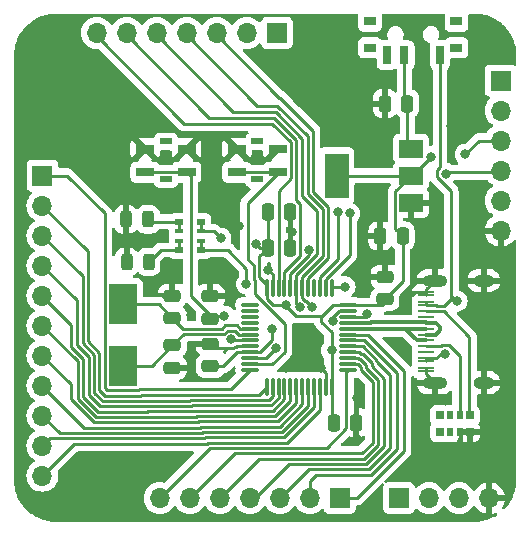
<source format=gbr>
%TF.GenerationSoftware,KiCad,Pcbnew,7.0.8*%
%TF.CreationDate,2024-02-20T11:28:20-06:00*%
%TF.ProjectId,CH32V103DevBoard,43483332-5631-4303-9344-6576426f6172,rev?*%
%TF.SameCoordinates,Original*%
%TF.FileFunction,Copper,L1,Top*%
%TF.FilePolarity,Positive*%
%FSLAX46Y46*%
G04 Gerber Fmt 4.6, Leading zero omitted, Abs format (unit mm)*
G04 Created by KiCad (PCBNEW 7.0.8) date 2024-02-20 11:28:20*
%MOMM*%
%LPD*%
G01*
G04 APERTURE LIST*
G04 Aperture macros list*
%AMRoundRect*
0 Rectangle with rounded corners*
0 $1 Rounding radius*
0 $2 $3 $4 $5 $6 $7 $8 $9 X,Y pos of 4 corners*
0 Add a 4 corners polygon primitive as box body*
4,1,4,$2,$3,$4,$5,$6,$7,$8,$9,$2,$3,0*
0 Add four circle primitives for the rounded corners*
1,1,$1+$1,$2,$3*
1,1,$1+$1,$4,$5*
1,1,$1+$1,$6,$7*
1,1,$1+$1,$8,$9*
0 Add four rect primitives between the rounded corners*
20,1,$1+$1,$2,$3,$4,$5,0*
20,1,$1+$1,$4,$5,$6,$7,0*
20,1,$1+$1,$6,$7,$8,$9,0*
20,1,$1+$1,$8,$9,$2,$3,0*%
G04 Aperture macros list end*
%TA.AperFunction,ComponentPad*%
%ADD10R,1.700000X1.700000*%
%TD*%
%TA.AperFunction,ComponentPad*%
%ADD11O,1.700000X1.700000*%
%TD*%
%TA.AperFunction,SMDPad,CuDef*%
%ADD12R,1.000000X0.500000*%
%TD*%
%TA.AperFunction,SMDPad,CuDef*%
%ADD13R,1.500000X0.800000*%
%TD*%
%TA.AperFunction,SMDPad,CuDef*%
%ADD14R,2.000000X1.500000*%
%TD*%
%TA.AperFunction,SMDPad,CuDef*%
%ADD15R,2.000000X3.800000*%
%TD*%
%TA.AperFunction,SMDPad,CuDef*%
%ADD16RoundRect,0.243750X-0.243750X-0.456250X0.243750X-0.456250X0.243750X0.456250X-0.243750X0.456250X0*%
%TD*%
%TA.AperFunction,SMDPad,CuDef*%
%ADD17RoundRect,0.250000X-0.250000X-0.475000X0.250000X-0.475000X0.250000X0.475000X-0.250000X0.475000X0*%
%TD*%
%TA.AperFunction,SMDPad,CuDef*%
%ADD18R,0.800000X0.500000*%
%TD*%
%TA.AperFunction,SMDPad,CuDef*%
%ADD19R,0.800000X0.400000*%
%TD*%
%TA.AperFunction,SMDPad,CuDef*%
%ADD20RoundRect,0.250000X0.250000X0.475000X-0.250000X0.475000X-0.250000X-0.475000X0.250000X-0.475000X0*%
%TD*%
%TA.AperFunction,SMDPad,CuDef*%
%ADD21R,1.000000X0.800000*%
%TD*%
%TA.AperFunction,SMDPad,CuDef*%
%ADD22R,0.700000X1.500000*%
%TD*%
%TA.AperFunction,SMDPad,CuDef*%
%ADD23R,0.640000X0.700000*%
%TD*%
%TA.AperFunction,SMDPad,CuDef*%
%ADD24R,0.500000X0.700000*%
%TD*%
%TA.AperFunction,SMDPad,CuDef*%
%ADD25RoundRect,0.250000X0.475000X-0.250000X0.475000X0.250000X-0.475000X0.250000X-0.475000X-0.250000X0*%
%TD*%
%TA.AperFunction,SMDPad,CuDef*%
%ADD26R,1.400000X0.250000*%
%TD*%
%TA.AperFunction,ComponentPad*%
%ADD27O,2.100000X1.000000*%
%TD*%
%TA.AperFunction,ComponentPad*%
%ADD28O,1.800000X1.000000*%
%TD*%
%TA.AperFunction,SMDPad,CuDef*%
%ADD29RoundRect,0.075000X-0.662500X-0.075000X0.662500X-0.075000X0.662500X0.075000X-0.662500X0.075000X0*%
%TD*%
%TA.AperFunction,SMDPad,CuDef*%
%ADD30RoundRect,0.075000X-0.075000X-0.662500X0.075000X-0.662500X0.075000X0.662500X-0.075000X0.662500X0*%
%TD*%
%TA.AperFunction,SMDPad,CuDef*%
%ADD31R,2.400000X3.500000*%
%TD*%
%TA.AperFunction,SMDPad,CuDef*%
%ADD32RoundRect,0.250000X-0.475000X0.250000X-0.475000X-0.250000X0.475000X-0.250000X0.475000X0.250000X0*%
%TD*%
%TA.AperFunction,ViaPad*%
%ADD33C,0.800000*%
%TD*%
%TA.AperFunction,Conductor*%
%ADD34C,0.250000*%
%TD*%
%TA.AperFunction,Conductor*%
%ADD35C,0.300000*%
%TD*%
G04 APERTURE END LIST*
D10*
%TO.P,J7,1,Pin_1*%
%TO.N,PA15*%
X153240000Y-63600000D03*
D11*
%TO.P,J7,2,Pin_2*%
%TO.N,PB3*%
X150700000Y-63600000D03*
%TO.P,J7,3,Pin_3*%
%TO.N,PB5*%
X148160000Y-63600000D03*
%TO.P,J7,4,Pin_4*%
%TO.N,PB6*%
X145620000Y-63600000D03*
%TO.P,J7,5,Pin_5*%
%TO.N,PB7*%
X143080000Y-63600000D03*
%TO.P,J7,6,Pin_6*%
%TO.N,PB8*%
X140540000Y-63600000D03*
%TO.P,J7,7,Pin_7*%
%TO.N,PB9*%
X138000000Y-63600000D03*
%TD*%
D12*
%TO.P,SW1,*%
%TO.N,*%
X143850000Y-72800000D03*
X143850000Y-76000000D03*
D13*
%TO.P,SW1,1,1*%
%TO.N,VSSA*%
X142100000Y-73400000D03*
%TO.P,SW1,2,2*%
X145600000Y-73400000D03*
%TO.P,SW1,3,K*%
%TO.N,NRST*%
X142100000Y-75400000D03*
%TO.P,SW1,4,A*%
X145600000Y-75400000D03*
%TD*%
D12*
%TO.P,SW4,*%
%TO.N,*%
X151600000Y-72800000D03*
X151600000Y-76000000D03*
D13*
%TO.P,SW4,1,1*%
%TO.N,VSSA*%
X149850000Y-73400000D03*
%TO.P,SW4,2,2*%
X153350000Y-73400000D03*
%TO.P,SW4,3,K*%
%TO.N,PA1*%
X149850000Y-75400000D03*
%TO.P,SW4,4,A*%
X153350000Y-75400000D03*
%TD*%
D14*
%TO.P,U2,1,GND*%
%TO.N,VSSA*%
X164600000Y-78000000D03*
%TO.P,U2,2,VO*%
%TO.N,VDDA*%
X164600000Y-75700000D03*
D15*
X158300000Y-75700000D03*
D14*
%TO.P,U2,3,VI*%
%TO.N,Net-(SW2-B)*%
X164600000Y-73400000D03*
%TD*%
D16*
%TO.P,D2,1,K*%
%TO.N,VSSA*%
X140462500Y-79400000D03*
%TO.P,D2,2,A*%
%TO.N,Net-(D2-A)*%
X142337500Y-79400000D03*
%TD*%
%TO.P,D1,1,K*%
%TO.N,VSSA*%
X140525000Y-83000000D03*
%TO.P,D1,2,A*%
%TO.N,Net-(D1-A)*%
X142400000Y-83000000D03*
%TD*%
D10*
%TO.P,J4,1,Pin_1*%
%TO.N,PA2*%
X133400000Y-75700000D03*
D11*
%TO.P,J4,2,Pin_2*%
%TO.N,PA3*%
X133400000Y-78240000D03*
%TO.P,J4,3,Pin_3*%
%TO.N,PA4*%
X133400000Y-80780000D03*
%TO.P,J4,4,Pin_4*%
%TO.N,PA5*%
X133400000Y-83320000D03*
%TO.P,J4,5,Pin_5*%
%TO.N,PA6*%
X133400000Y-85860000D03*
%TO.P,J4,6,Pin_6*%
%TO.N,PA7*%
X133400000Y-88400000D03*
%TO.P,J4,7,Pin_7*%
%TO.N,PB0*%
X133400000Y-90940000D03*
%TO.P,J4,8,Pin_8*%
%TO.N,PB1*%
X133400000Y-93480000D03*
%TO.P,J4,9,Pin_9*%
%TO.N,PB2*%
X133400000Y-96020000D03*
%TO.P,J4,10,Pin_10*%
%TO.N,PB10*%
X133400000Y-98560000D03*
%TO.P,J4,11,Pin_11*%
%TO.N,PB11*%
X133400000Y-101100000D03*
%TD*%
D10*
%TO.P,J5,1,Pin_1*%
%TO.N,PA10*%
X158570000Y-103000000D03*
D11*
%TO.P,J5,2,Pin_2*%
%TO.N,PA9*%
X156030000Y-103000000D03*
%TO.P,J5,3,Pin_3*%
%TO.N,PA8*%
X153490000Y-103000000D03*
%TO.P,J5,4,Pin_4*%
%TO.N,PB15*%
X150950000Y-103000000D03*
%TO.P,J5,5,Pin_5*%
%TO.N,PB14*%
X148410000Y-103000000D03*
%TO.P,J5,6,Pin_6*%
%TO.N,PB13*%
X145870000Y-103000000D03*
%TO.P,J5,7,Pin_7*%
%TO.N,PB12*%
X143330000Y-103000000D03*
%TD*%
D10*
%TO.P,J3,1,Pin_1*%
%TO.N,PB7*%
X163600000Y-103000000D03*
D11*
%TO.P,J3,2,Pin_2*%
%TO.N,PB6*%
X166140000Y-103000000D03*
%TO.P,J3,3,Pin_3*%
%TO.N,VDDA*%
X168680000Y-103000000D03*
%TO.P,J3,4,Pin_4*%
%TO.N,VSSA*%
X171220000Y-103000000D03*
%TD*%
D17*
%TO.P,C5,1*%
%TO.N,VDDA*%
X152500000Y-81800000D03*
%TO.P,C5,2*%
%TO.N,VSSA*%
X154400000Y-81800000D03*
%TD*%
%TO.P,C2,1*%
%TO.N,VDDA*%
X158050000Y-96600000D03*
%TO.P,C2,2*%
%TO.N,VSSA*%
X159950000Y-96600000D03*
%TD*%
D18*
%TO.P,RN1,1,R1.1*%
%TO.N,Net-(D2-A)*%
X145000000Y-79600000D03*
D19*
%TO.P,RN1,2,R2.1*%
X145000000Y-80400000D03*
%TO.P,RN1,3,R3.1*%
%TO.N,Net-(D1-A)*%
X145000000Y-81200000D03*
D18*
%TO.P,RN1,4,R4.1*%
X145000000Y-82000000D03*
%TO.P,RN1,5,R4.2*%
%TO.N,PA0*%
X146800000Y-82000000D03*
D19*
%TO.P,RN1,6,R3.2*%
X146800000Y-81200000D03*
%TO.P,RN1,7,R2.2*%
%TO.N,VDDA*%
X146800000Y-80400000D03*
D18*
%TO.P,RN1,8,R1.2*%
X146800000Y-79600000D03*
%TD*%
D20*
%TO.P,C9,1*%
%TO.N,Net-(SW2-B)*%
X164300000Y-69600000D03*
%TO.P,C9,2*%
%TO.N,VSSA*%
X162400000Y-69600000D03*
%TD*%
D21*
%TO.P,SW2,*%
%TO.N,*%
X168450000Y-64855000D03*
X168450000Y-62645000D03*
X161150000Y-64855000D03*
X161150000Y-62645000D03*
D22*
%TO.P,SW2,1,A*%
%TO.N,VUSB*%
X167050000Y-65505000D03*
%TO.P,SW2,2,B*%
%TO.N,Net-(SW2-B)*%
X164050000Y-65505000D03*
%TO.P,SW2,3,C*%
%TO.N,unconnected-(SW2-C-Pad3)*%
X162550000Y-65505000D03*
%TD*%
D10*
%TO.P,J2,1,Pin_1*%
%TO.N,VDDA*%
X172200000Y-67650000D03*
D11*
%TO.P,J2,2,Pin_2*%
%TO.N,SWDIO*%
X172200000Y-70190000D03*
%TO.P,J2,3,Pin_3*%
%TO.N,SWCLK*%
X172200000Y-72730000D03*
%TO.P,J2,4,Pin_4*%
%TO.N,BOOT0*%
X172200000Y-75270000D03*
%TO.P,J2,5,Pin_5*%
%TO.N,NRST*%
X172200000Y-77810000D03*
%TO.P,J2,6,Pin_6*%
%TO.N,VSSA*%
X172200000Y-80350000D03*
%TD*%
D23*
%TO.P,RN2,1,R1.1*%
%TO.N,unconnected-(RN2-R1.1-Pad1)*%
X167060000Y-97400000D03*
D24*
%TO.P,RN2,2,R2.1*%
%TO.N,unconnected-(RN2-R2.1-Pad2)*%
X167930000Y-97400000D03*
%TO.P,RN2,3,R3.1*%
%TO.N,VSSA*%
X168730000Y-97400000D03*
D23*
%TO.P,RN2,4,R4.1*%
X169600000Y-97400000D03*
%TO.P,RN2,5,R4.2*%
%TO.N,Net-(J1-CC2)*%
X169600000Y-96000000D03*
D24*
%TO.P,RN2,6,R3.2*%
%TO.N,Net-(J1-CC1)*%
X168730000Y-96000000D03*
%TO.P,RN2,7,R2.2*%
%TO.N,unconnected-(RN2-R2.2-Pad7)*%
X167930000Y-96000000D03*
D23*
%TO.P,RN2,8,R1.2*%
%TO.N,unconnected-(RN2-R1.2-Pad8)*%
X167060000Y-96000000D03*
%TD*%
D20*
%TO.P,C10,1*%
%TO.N,VDDA*%
X163900000Y-80800000D03*
%TO.P,C10,2*%
%TO.N,VSSA*%
X162000000Y-80800000D03*
%TD*%
D25*
%TO.P,C3,1*%
%TO.N,VDDA*%
X162400000Y-86150000D03*
%TO.P,C3,2*%
%TO.N,VSSA*%
X162400000Y-84250000D03*
%TD*%
D26*
%TO.P,J1,A1,GND*%
%TO.N,VSSA*%
X165912500Y-92225000D03*
%TO.P,J1,A4,VBUS*%
%TO.N,VUSB*%
X165912500Y-91425000D03*
%TO.P,J1,A5,CC1*%
%TO.N,Net-(J1-CC1)*%
X165912500Y-90150000D03*
%TO.P,J1,A6,D+*%
%TO.N,D+*%
X165912500Y-89150000D03*
%TO.P,J1,A7,D-*%
%TO.N,D-*%
X165912500Y-88650000D03*
%TO.P,J1,A8,SBU1*%
%TO.N,unconnected-(J1-SBU1-PadA8)*%
X165912500Y-90650000D03*
%TO.P,J1,A9,VBUS*%
%TO.N,VUSB*%
X165912500Y-86375000D03*
%TO.P,J1,A12,GND*%
%TO.N,VSSA*%
X165912500Y-85575000D03*
%TO.P,J1,B1,GND*%
X165912500Y-85825000D03*
%TO.P,J1,B4,VBUS*%
%TO.N,VUSB*%
X165912500Y-86625000D03*
%TO.P,J1,B5,CC2*%
%TO.N,Net-(J1-CC2)*%
X165912500Y-87150000D03*
%TO.P,J1,B6,D+*%
%TO.N,D+*%
X165912500Y-88150000D03*
%TO.P,J1,B7,D-*%
%TO.N,D-*%
X165912500Y-89650000D03*
%TO.P,J1,B8,SBU2*%
%TO.N,unconnected-(J1-SBU2-PadB8)*%
X165912500Y-87650000D03*
%TO.P,J1,B9,VBUS*%
%TO.N,VUSB*%
X165912500Y-91175000D03*
%TO.P,J1,B12,GND*%
%TO.N,VSSA*%
X165912500Y-91975000D03*
D27*
%TO.P,J1,S1,SHIELD*%
X166612500Y-93220000D03*
D28*
X170762500Y-93220000D03*
D27*
X166612500Y-84580000D03*
D28*
X170762500Y-84580000D03*
%TD*%
D29*
%TO.P,U1,1,VBatt*%
%TO.N,VBatt*%
X150977500Y-86650000D03*
%TO.P,U1,2,PC13*%
%TO.N,PC13*%
X150977500Y-87150000D03*
%TO.P,U1,3,PC14*%
%TO.N,PC14*%
X150977500Y-87650000D03*
%TO.P,U1,4,PC15*%
%TO.N,PC15*%
X150977500Y-88150000D03*
%TO.P,U1,5,OSC_IN/PD0*%
%TO.N,Net-(U1-OSC_IN{slash}PD0)*%
X150977500Y-88650000D03*
%TO.P,U1,6,OSC_OUT/PD1*%
%TO.N,Net-(U1-OSC_OUT{slash}PD1)*%
X150977500Y-89150000D03*
%TO.P,U1,7,NRST*%
%TO.N,NRST*%
X150977500Y-89650000D03*
%TO.P,U1,8,VSSA*%
%TO.N,VSSA*%
X150977500Y-90150000D03*
%TO.P,U1,9,VDDA*%
%TO.N,VDDA*%
X150977500Y-90650000D03*
%TO.P,U1,10,PA0*%
%TO.N,PA0*%
X150977500Y-91150000D03*
%TO.P,U1,11,PA1*%
%TO.N,PA1*%
X150977500Y-91650000D03*
%TO.P,U1,12,PA2*%
%TO.N,PA2*%
X150977500Y-92150000D03*
D30*
%TO.P,U1,13,PA3*%
%TO.N,PA3*%
X152390000Y-93562500D03*
%TO.P,U1,14,PA4*%
%TO.N,PA4*%
X152890000Y-93562500D03*
%TO.P,U1,15,PA5*%
%TO.N,PA5*%
X153390000Y-93562500D03*
%TO.P,U1,16,PA6*%
%TO.N,PA6*%
X153890000Y-93562500D03*
%TO.P,U1,17,PA7*%
%TO.N,PA7*%
X154390000Y-93562500D03*
%TO.P,U1,18,PB0*%
%TO.N,PB0*%
X154890000Y-93562500D03*
%TO.P,U1,19,PB1*%
%TO.N,PB1*%
X155390000Y-93562500D03*
%TO.P,U1,20,PB2/Boot1*%
%TO.N,PB2*%
X155890000Y-93562500D03*
%TO.P,U1,21,PB10*%
%TO.N,PB10*%
X156390000Y-93562500D03*
%TO.P,U1,22,PB11*%
%TO.N,PB11*%
X156890000Y-93562500D03*
%TO.P,U1,23,VSS_1*%
%TO.N,VSSA*%
X157390000Y-93562500D03*
%TO.P,U1,24,VDD_1*%
%TO.N,VDDA*%
X157890000Y-93562500D03*
D29*
%TO.P,U1,25,PB12*%
%TO.N,PB12*%
X159302500Y-92150000D03*
%TO.P,U1,26,PB13*%
%TO.N,PB13*%
X159302500Y-91650000D03*
%TO.P,U1,27,PB14*%
%TO.N,PB14*%
X159302500Y-91150000D03*
%TO.P,U1,28,PB15*%
%TO.N,PB15*%
X159302500Y-90650000D03*
%TO.P,U1,29,PA8*%
%TO.N,PA8*%
X159302500Y-90150000D03*
%TO.P,U1,30,PA9*%
%TO.N,PA9*%
X159302500Y-89650000D03*
%TO.P,U1,31,PA10*%
%TO.N,PA10*%
X159302500Y-89150000D03*
%TO.P,U1,32,PA11/USBHDM*%
%TO.N,D-*%
X159302500Y-88650000D03*
%TO.P,U1,33,PA12/USBHDP*%
%TO.N,D+*%
X159302500Y-88150000D03*
%TO.P,U1,34,SWDIO*%
%TO.N,SWDIO*%
X159302500Y-87650000D03*
%TO.P,U1,35,VSS_2*%
%TO.N,VSSA*%
X159302500Y-87150000D03*
%TO.P,U1,36,VDD_2*%
%TO.N,VDDA*%
X159302500Y-86650000D03*
D30*
%TO.P,U1,37,SWCLK*%
%TO.N,SWCLK*%
X157890000Y-85237500D03*
%TO.P,U1,38,PA15*%
%TO.N,PA15*%
X157390000Y-85237500D03*
%TO.P,U1,39,PB3*%
%TO.N,PB3*%
X156890000Y-85237500D03*
%TO.P,U1,40,PB4*%
%TO.N,PB4*%
X156390000Y-85237500D03*
%TO.P,U1,41,PB5*%
%TO.N,PB5*%
X155890000Y-85237500D03*
%TO.P,U1,42,PB6*%
%TO.N,PB6*%
X155390000Y-85237500D03*
%TO.P,U1,43,PB7*%
%TO.N,PB7*%
X154890000Y-85237500D03*
%TO.P,U1,44,BOOT0*%
%TO.N,BOOT0*%
X154390000Y-85237500D03*
%TO.P,U1,45,PB8*%
%TO.N,PB8*%
X153890000Y-85237500D03*
%TO.P,U1,46,PB9*%
%TO.N,PB9*%
X153390000Y-85237500D03*
%TO.P,U1,47,VSS_3*%
%TO.N,VSSA*%
X152890000Y-85237500D03*
%TO.P,U1,48,VDD_3*%
%TO.N,VDDA*%
X152390000Y-85237500D03*
%TD*%
D17*
%TO.P,C4,1*%
%TO.N,VDDA*%
X152500000Y-78790000D03*
%TO.P,C4,2*%
%TO.N,VSSA*%
X154400000Y-78790000D03*
%TD*%
D25*
%TO.P,C7,1*%
%TO.N,VSSA*%
X144400000Y-91950000D03*
%TO.P,C7,2*%
%TO.N,Net-(U1-OSC_OUT{slash}PD1)*%
X144400000Y-90050000D03*
%TD*%
%TO.P,C8,1*%
%TO.N,NRST*%
X147600000Y-87800000D03*
%TO.P,C8,2*%
%TO.N,VSSA*%
X147600000Y-85900000D03*
%TD*%
D31*
%TO.P,Y1,1,1*%
%TO.N,Net-(U1-OSC_OUT{slash}PD1)*%
X140200000Y-91800000D03*
%TO.P,Y1,2,2*%
%TO.N,Net-(U1-OSC_IN{slash}PD0)*%
X140200000Y-86600000D03*
%TD*%
D32*
%TO.P,C6,1*%
%TO.N,VSSA*%
X144400000Y-85850000D03*
%TO.P,C6,2*%
%TO.N,Net-(U1-OSC_IN{slash}PD0)*%
X144400000Y-87750000D03*
%TD*%
D25*
%TO.P,C1,1*%
%TO.N,VDDA*%
X147600000Y-91830000D03*
%TO.P,C1,2*%
%TO.N,VSSA*%
X147600000Y-89930000D03*
%TD*%
D33*
%TO.N,VSSA*%
X163500000Y-90000000D03*
X154000000Y-92000000D03*
%TO.N,VDDA*%
X157890000Y-90500000D03*
X148500000Y-81000000D03*
X151500000Y-81500000D03*
%TO.N,VSSA*%
X154500000Y-80500000D03*
X152500000Y-83650000D03*
X160000000Y-98000000D03*
X160012653Y-94487347D03*
X141500000Y-100000000D03*
X137500000Y-101500000D03*
X135000000Y-66500000D03*
X140500000Y-70000000D03*
X134000000Y-72500000D03*
X169000000Y-67500000D03*
X160500000Y-67000000D03*
X169987347Y-80500000D03*
X168000000Y-71500000D03*
X167000000Y-82500000D03*
X161500000Y-73000000D03*
X161500000Y-78000000D03*
X150000000Y-80000000D03*
X148000000Y-84000000D03*
X146000000Y-87500000D03*
X146000000Y-91000000D03*
X157970713Y-87996112D03*
X157000000Y-92000000D03*
%TO.N,PB6*%
X156200000Y-86800000D03*
%TO.N,PB7*%
X155169287Y-86843324D03*
%TO.N,PA15*%
X159400000Y-78900000D03*
%TO.N,PB3*%
X158400000Y-78800000D03*
%TO.N,SWCLK*%
X159000000Y-85100000D03*
X169200000Y-73900000D03*
%TO.N,BOOT0*%
X167548930Y-75525765D03*
X155950032Y-82000000D03*
%TO.N,VUSB*%
X168500000Y-86300000D03*
X167500000Y-90800000D03*
%TO.N,VDDA*%
X166300000Y-74100000D03*
X154000000Y-86650000D03*
X152800000Y-88700000D03*
%TO.N,SWDIO*%
X160900000Y-87400000D03*
%TO.N,PA0*%
X153200000Y-90300000D03*
X150662653Y-84862653D03*
%TO.N,NRST*%
X149374880Y-89550424D03*
X148800000Y-87600000D03*
%TD*%
D34*
%TO.N,Net-(D1-A)*%
X143400000Y-82000000D02*
X142400000Y-83000000D01*
X145000000Y-82000000D02*
X143400000Y-82000000D01*
%TO.N,PA1*%
X151325000Y-84499695D02*
X151387653Y-84562348D01*
X150775000Y-82775000D02*
X151325000Y-83325000D01*
X150775000Y-78034620D02*
X150775000Y-82775000D01*
X153350000Y-75459620D02*
X150775000Y-78034620D01*
X153350000Y-75400000D02*
X153350000Y-75459620D01*
X152875305Y-91650000D02*
X150977500Y-91650000D01*
%TO.N,VDDA*%
X151775000Y-82525000D02*
X152500000Y-81800000D01*
X151775000Y-84313299D02*
X151775000Y-82525000D01*
X152390000Y-84928299D02*
X151775000Y-84313299D01*
X152390000Y-85237500D02*
X152390000Y-84928299D01*
%TO.N,PA1*%
X151387653Y-84562348D02*
X151387653Y-85756967D01*
%TO.N,PA0*%
X150662653Y-83562653D02*
X150662653Y-84862653D01*
X149100000Y-82000000D02*
X150662653Y-83562653D01*
X146800000Y-82000000D02*
X149100000Y-82000000D01*
%TO.N,PA1*%
X153925000Y-88294314D02*
X153925000Y-90600305D01*
%TO.N,VSSA*%
X152890000Y-84040000D02*
X152500000Y-83650000D01*
%TO.N,PA1*%
X151325000Y-83325000D02*
X151325000Y-84499695D01*
X153925000Y-90600305D02*
X152875305Y-91650000D01*
%TO.N,VSSA*%
X152890000Y-85237500D02*
X152890000Y-84040000D01*
%TO.N,PA1*%
X151387653Y-85756967D02*
X153925000Y-88294314D01*
%TO.N,VDDA*%
X147900000Y-80400000D02*
X146800000Y-80400000D01*
X148500000Y-81000000D02*
X147900000Y-80400000D01*
X151800000Y-81800000D02*
X151500000Y-81500000D01*
X152500000Y-81800000D02*
X151800000Y-81800000D01*
%TO.N,PA0*%
X146800000Y-81200000D02*
X146800000Y-82000000D01*
%TO.N,VDDA*%
X157890000Y-88940704D02*
X157000000Y-88050704D01*
X157000000Y-88050704D02*
X157000000Y-87568324D01*
X157890000Y-93562500D02*
X157890000Y-88940704D01*
%TO.N,VSSA*%
X157970713Y-87678601D02*
X157970713Y-87996112D01*
X158499314Y-87150000D02*
X157970713Y-87678601D01*
X159302500Y-87150000D02*
X158499314Y-87150000D01*
X157390000Y-92390000D02*
X157000000Y-92000000D01*
X157390000Y-93562500D02*
X157390000Y-92390000D01*
%TO.N,PB6*%
X155700000Y-86300000D02*
X156200000Y-86800000D01*
X155649314Y-86300000D02*
X155700000Y-86300000D01*
X155390000Y-86040686D02*
X155649314Y-86300000D01*
X155390000Y-85237500D02*
X155390000Y-86040686D01*
%TO.N,VDDA*%
X154000000Y-86699342D02*
X154000000Y-86650000D01*
X158000000Y-86650000D02*
X157081676Y-87568324D01*
%TO.N,PB7*%
X154890000Y-86564037D02*
X155169287Y-86843324D01*
X154890000Y-85237500D02*
X154890000Y-86564037D01*
%TO.N,VDDA*%
X157081676Y-87568324D02*
X154868982Y-87568324D01*
X154868982Y-87568324D02*
X154000000Y-86699342D01*
%TO.N,PB9*%
X145400000Y-71300000D02*
X137980000Y-63880000D01*
X152859620Y-71300000D02*
X145400000Y-71300000D01*
X154425000Y-75934620D02*
X154425000Y-72865380D01*
X137980000Y-63880000D02*
X137980000Y-63800000D01*
X153390000Y-76969620D02*
X154425000Y-75934620D01*
X154425000Y-72865380D02*
X152859620Y-71300000D01*
X153390000Y-85237500D02*
X153390000Y-76969620D01*
%TO.N,PA15*%
X159400000Y-82424314D02*
X159400000Y-78900000D01*
X157390000Y-85237500D02*
X157390000Y-84434314D01*
X157390000Y-84434314D02*
X159400000Y-82424314D01*
%TO.N,PB3*%
X158400000Y-82787918D02*
X158400000Y-78800000D01*
X156890000Y-84297918D02*
X158400000Y-82787918D01*
X156890000Y-85237500D02*
X156890000Y-84297918D01*
%TO.N,PB8*%
X153890000Y-85237500D02*
X153890000Y-83848174D01*
X147520000Y-70800000D02*
X140520000Y-63800000D01*
%TO.N,PB5*%
X157600000Y-82683758D02*
X157600000Y-78359620D01*
%TO.N,PB8*%
X154900000Y-77751826D02*
X154900000Y-72703984D01*
X153890000Y-83848174D02*
X155225000Y-82513174D01*
X155225000Y-82513174D02*
X155225000Y-78076826D01*
X152996016Y-70800000D02*
X147520000Y-70800000D01*
X155225000Y-78076826D02*
X154900000Y-77751826D01*
X154900000Y-72703984D02*
X152996016Y-70800000D01*
%TO.N,BOOT0*%
X154390000Y-85237500D02*
X154390000Y-83984570D01*
X154390000Y-83984570D02*
X155950032Y-82424538D01*
X155950032Y-82424538D02*
X155950032Y-82000000D01*
%TO.N,PB7*%
X154890000Y-85237500D02*
X154890000Y-84120966D01*
X154890000Y-84120966D02*
X156675032Y-82335934D01*
X153132412Y-70300000D02*
X149560000Y-70300000D01*
X156675032Y-82335934D02*
X156675032Y-78707444D01*
X156675032Y-78707444D02*
X155400000Y-77432412D01*
X155400000Y-77432412D02*
X155400000Y-72567588D01*
X155400000Y-72567588D02*
X153132412Y-70300000D01*
X149560000Y-70300000D02*
X143060000Y-63800000D01*
%TO.N,PB6*%
X155390000Y-85237500D02*
X155390000Y-84257362D01*
X155390000Y-84257362D02*
X157125032Y-82522330D01*
X157125032Y-82522330D02*
X157125032Y-78521048D01*
X157125032Y-78521048D02*
X155850000Y-77246016D01*
%TO.N,PB5*%
X155890000Y-85237500D02*
X155890000Y-84393758D01*
%TO.N,PB6*%
X155850000Y-77246016D02*
X155850000Y-72381192D01*
X155850000Y-72381192D02*
X153268808Y-69800000D01*
X153268808Y-69800000D02*
X151600000Y-69800000D01*
X151600000Y-69800000D02*
X145600000Y-63800000D01*
%TO.N,PB5*%
X155890000Y-84393758D02*
X157600000Y-82683758D01*
X157600000Y-78359620D02*
X156300000Y-77059620D01*
X156300000Y-77059620D02*
X156300000Y-71900000D01*
X156300000Y-71900000D02*
X153500000Y-69100000D01*
X153500000Y-69100000D02*
X153440000Y-69100000D01*
X153440000Y-69100000D02*
X148140000Y-63800000D01*
%TO.N,BOOT0*%
X172070000Y-75400000D02*
X167674695Y-75400000D01*
X167674695Y-75400000D02*
X167548930Y-75525765D01*
X172200000Y-75270000D02*
X172070000Y-75400000D01*
%TO.N,SWCLK*%
X159000000Y-85100000D02*
X158027500Y-85100000D01*
%TO.N,VUSB*%
X167050000Y-74999390D02*
X167050000Y-65505000D01*
X166823930Y-75826070D02*
X166823930Y-75225460D01*
X168000000Y-77002140D02*
X166823930Y-75826070D01*
X168000000Y-85900000D02*
X168000000Y-77002140D01*
%TO.N,SWCLK*%
X158027500Y-85100000D02*
X157890000Y-85237500D01*
X170370000Y-72730000D02*
X169200000Y-73900000D01*
X172200000Y-72730000D02*
X170370000Y-72730000D01*
%TO.N,VUSB*%
X166823930Y-75225460D02*
X167050000Y-74999390D01*
X168400000Y-86300000D02*
X168000000Y-85900000D01*
X168500000Y-86300000D02*
X168400000Y-86300000D01*
X168000000Y-86112449D02*
X168000000Y-85900000D01*
X167112551Y-90800000D02*
X167500000Y-90800000D01*
%TO.N,Net-(J1-CC1)*%
X167800305Y-90075000D02*
X167199695Y-90075000D01*
X168730000Y-91004695D02*
X167800305Y-90075000D01*
%TO.N,VUSB*%
X165912500Y-91175000D02*
X166737551Y-91175000D01*
X166737551Y-91175000D02*
X167112551Y-90800000D01*
%TO.N,Net-(J1-CC1)*%
X167199695Y-90075000D02*
X167124695Y-90150000D01*
X167124695Y-90150000D02*
X165912500Y-90150000D01*
X168730000Y-96000000D02*
X168730000Y-91004695D01*
%TO.N,VUSB*%
X165912500Y-91425000D02*
X165912500Y-91175000D01*
%TO.N,VDDA*%
X164700000Y-75700000D02*
X166300000Y-74100000D01*
X164600000Y-75700000D02*
X164700000Y-75700000D01*
%TO.N,Net-(U1-OSC_OUT{slash}PD1)*%
X142650000Y-91800000D02*
X144400000Y-90050000D01*
X140200000Y-91800000D02*
X142650000Y-91800000D01*
%TO.N,Net-(U1-OSC_IN{slash}PD0)*%
X143250000Y-86600000D02*
X144400000Y-87750000D01*
X140200000Y-86600000D02*
X143250000Y-86600000D01*
%TO.N,VDDA*%
X154000000Y-86650000D02*
X152917082Y-86650000D01*
X151780686Y-90650000D02*
X152800000Y-89630686D01*
X150977500Y-90650000D02*
X151780686Y-90650000D01*
X152800000Y-89630686D02*
X152800000Y-88700000D01*
%TO.N,PA0*%
X150977500Y-91150000D02*
X152350000Y-91150000D01*
X152350000Y-91150000D02*
X153200000Y-90300000D01*
%TO.N,VDDA*%
X159302500Y-86650000D02*
X158000000Y-86650000D01*
X152390000Y-86122918D02*
X152390000Y-85237500D01*
X152917082Y-86650000D02*
X152390000Y-86122918D01*
X163900000Y-84650000D02*
X162400000Y-86150000D01*
X163900000Y-80800000D02*
X163900000Y-84650000D01*
X163275000Y-80175000D02*
X163275000Y-77025000D01*
X163900000Y-80800000D02*
X163275000Y-80175000D01*
X163275000Y-77025000D02*
X164600000Y-75700000D01*
X164600000Y-75700000D02*
X158300000Y-75700000D01*
%TO.N,Net-(SW2-B)*%
X164300000Y-69600000D02*
X164300000Y-73100000D01*
X164300000Y-73100000D02*
X164600000Y-73400000D01*
X164050000Y-69350000D02*
X164300000Y-69600000D01*
X164050000Y-65505000D02*
X164050000Y-69350000D01*
%TO.N,VUSB*%
X167402449Y-86710000D02*
X168000000Y-86112449D01*
X166822551Y-86710000D02*
X167402449Y-86710000D01*
X166737551Y-86625000D02*
X166822551Y-86710000D01*
X165912500Y-86625000D02*
X166737551Y-86625000D01*
%TO.N,Net-(J1-CC2)*%
X167360000Y-87160000D02*
X165922500Y-87160000D01*
X169542589Y-89342589D02*
X167360000Y-87160000D01*
X165922500Y-87160000D02*
X165912500Y-87150000D01*
X169542589Y-95942589D02*
X169542589Y-89342589D01*
X169600000Y-96000000D02*
X169542589Y-95942589D01*
%TO.N,VUSB*%
X165912500Y-86625000D02*
X165912500Y-86375000D01*
%TO.N,SWDIO*%
X159302500Y-87650000D02*
X160650000Y-87650000D01*
X160650000Y-87650000D02*
X160900000Y-87400000D01*
D35*
%TO.N,D+*%
X161235661Y-88125000D02*
X161210661Y-88150000D01*
X161210661Y-88150000D02*
X159302500Y-88150000D01*
X165887500Y-88125000D02*
X161235661Y-88125000D01*
X165912500Y-88150000D02*
X165887500Y-88125000D01*
D34*
%TO.N,VSSA*%
X165912500Y-92520000D02*
X166612500Y-93220000D01*
X165912500Y-91975000D02*
X165912500Y-92520000D01*
X165912500Y-85280000D02*
X166612500Y-84580000D01*
X165912500Y-85825000D02*
X165912500Y-85280000D01*
D35*
%TO.N,D+*%
X167100000Y-88782476D02*
X166732476Y-89150000D01*
X167100000Y-88517524D02*
X167100000Y-88782476D01*
X166732476Y-89150000D02*
X165912500Y-89150000D01*
%TO.N,D-*%
X165912500Y-88650000D02*
X164025000Y-88650000D01*
X164025000Y-88650000D02*
X164000000Y-88675000D01*
%TO.N,D+*%
X166732476Y-88150000D02*
X167100000Y-88517524D01*
X165912500Y-88150000D02*
X166732476Y-88150000D01*
%TO.N,D-*%
X165092524Y-89650000D02*
X164117524Y-88675000D01*
X165912500Y-89650000D02*
X165092524Y-89650000D01*
X164000000Y-88675000D02*
X160624421Y-88675000D01*
X164117524Y-88675000D02*
X164000000Y-88675000D01*
X160599421Y-88650000D02*
X159302500Y-88650000D01*
X160624421Y-88675000D02*
X160599421Y-88650000D01*
D34*
%TO.N,PA10*%
X160950000Y-89150000D02*
X159302500Y-89150000D01*
X164000000Y-92200000D02*
X160950000Y-89150000D01*
X160000000Y-103000000D02*
X164000000Y-99000000D01*
X158570000Y-103000000D02*
X160000000Y-103000000D01*
X164000000Y-99000000D02*
X164000000Y-92200000D01*
%TO.N,PA9*%
X163400000Y-92400000D02*
X160650000Y-89650000D01*
X161200000Y-101000000D02*
X163400000Y-98800000D01*
X156600000Y-101000000D02*
X161200000Y-101000000D01*
X156030000Y-103000000D02*
X156030000Y-101570000D01*
X156030000Y-101570000D02*
X156600000Y-101000000D01*
X163400000Y-98800000D02*
X163400000Y-92400000D01*
X160650000Y-89650000D02*
X159302500Y-89650000D01*
%TO.N,PA8*%
X160514874Y-90150000D02*
X159302500Y-90150000D01*
X161715000Y-91350126D02*
X160514874Y-90150000D01*
X161715000Y-91515000D02*
X161715000Y-91350126D01*
X162800000Y-92600000D02*
X161715000Y-91515000D01*
X161013604Y-100550000D02*
X162800000Y-98763604D01*
X155940000Y-100550000D02*
X161013604Y-100550000D01*
X153490000Y-103000000D02*
X155940000Y-100550000D01*
%TO.N,PB15*%
X160213604Y-90650000D02*
X159302500Y-90650000D01*
X160503478Y-90775000D02*
X160338604Y-90775000D01*
X161265000Y-91536522D02*
X160503478Y-90775000D01*
X162350000Y-92877208D02*
X161265000Y-91792208D01*
X162350000Y-98577208D02*
X162350000Y-92877208D01*
X160827208Y-100100000D02*
X162350000Y-98577208D01*
X154263604Y-100100000D02*
X160827208Y-100100000D01*
X151363604Y-103000000D02*
X154263604Y-100100000D01*
X150950000Y-103000000D02*
X151363604Y-103000000D01*
%TO.N,PA8*%
X162800000Y-98763604D02*
X162800000Y-92600000D01*
%TO.N,PB15*%
X160338604Y-90775000D02*
X160213604Y-90650000D01*
%TO.N,PB14*%
X159327500Y-91175000D02*
X159302500Y-91150000D01*
X160180686Y-91225000D02*
X160130686Y-91175000D01*
X160317082Y-91225000D02*
X160180686Y-91225000D01*
%TO.N,PB15*%
X161265000Y-91792208D02*
X161265000Y-91536522D01*
%TO.N,PB14*%
X160815000Y-91722918D02*
X160317082Y-91225000D01*
X161800000Y-92963604D02*
X160815000Y-91978604D01*
X160640812Y-99650000D02*
X161800000Y-98490812D01*
X161800000Y-98490812D02*
X161800000Y-92963604D01*
X151760000Y-99650000D02*
X160640812Y-99650000D01*
X148410000Y-103000000D02*
X151760000Y-99650000D01*
X160815000Y-91978604D02*
X160815000Y-91722918D01*
X160130686Y-91175000D02*
X159327500Y-91175000D01*
%TO.N,PB13*%
X159327500Y-91675000D02*
X159302500Y-91650000D01*
X160130686Y-91675000D02*
X159327500Y-91675000D01*
X160365000Y-91909314D02*
X160130686Y-91675000D01*
X160365000Y-92165000D02*
X160365000Y-91909314D01*
X161350000Y-93150000D02*
X160365000Y-92165000D01*
X161350000Y-98304416D02*
X161350000Y-93150000D01*
X160454416Y-99200000D02*
X161350000Y-98304416D01*
X149670000Y-99200000D02*
X160454416Y-99200000D01*
X145870000Y-103000000D02*
X149670000Y-99200000D01*
%TO.N,PA2*%
X150977500Y-92150000D02*
X149327500Y-93800000D01*
%TO.N,PA6*%
X142280204Y-95675000D02*
X138119796Y-95675000D01*
X135850000Y-88310000D02*
X133400000Y-85860000D01*
%TO.N,PA7*%
X146461624Y-96050000D02*
X153114874Y-96050000D01*
%TO.N,PB12*%
X159125000Y-92327500D02*
X159302500Y-92150000D01*
%TO.N,PA2*%
X138675000Y-93684620D02*
X138675000Y-78875000D01*
%TO.N,PA6*%
X152928478Y-95600000D02*
X146275228Y-95600000D01*
%TO.N,PA2*%
X149327500Y-93800000D02*
X141609620Y-93800000D01*
%TO.N,PA7*%
X136425000Y-94616600D02*
X137933400Y-96125000D01*
%TO.N,PA2*%
X141609620Y-93800000D02*
X141534620Y-93875000D01*
%TO.N,PA3*%
X137250000Y-89704416D02*
X138225000Y-90679416D01*
%TO.N,PA4*%
X141907412Y-94775000D02*
X138492588Y-94775000D01*
%TO.N,PA2*%
X138675000Y-78875000D02*
X135500000Y-75700000D01*
X141534620Y-93875000D02*
X138865380Y-93875000D01*
%TO.N,PA7*%
X137933400Y-96125000D02*
X142466600Y-96125000D01*
%TO.N,PA6*%
X136875000Y-94430204D02*
X136875000Y-91238604D01*
%TO.N,PA2*%
X138865380Y-93875000D02*
X138675000Y-93684620D01*
%TO.N,PA3*%
X137250000Y-82090000D02*
X137250000Y-89704416D01*
%TO.N,PA2*%
X135500000Y-75700000D02*
X133400000Y-75700000D01*
%TO.N,PA3*%
X133400000Y-78240000D02*
X137250000Y-82090000D01*
%TO.N,PA5*%
X146038832Y-95200000D02*
X146088832Y-95150000D01*
%TO.N,PA3*%
X138225000Y-90679416D02*
X138225000Y-93871016D01*
X138225000Y-93871016D02*
X138678984Y-94325000D01*
X138678984Y-94325000D02*
X141721016Y-94325000D01*
X141721016Y-94325000D02*
X141746016Y-94300000D01*
X141746016Y-94300000D02*
X145666040Y-94300000D01*
X145666040Y-94300000D02*
X145716040Y-94250000D01*
%TO.N,PB0*%
X142652996Y-96575000D02*
X137747004Y-96575000D01*
%TO.N,PA3*%
X145716040Y-94250000D02*
X151702500Y-94250000D01*
%TO.N,PB2*%
X153674062Y-97400000D02*
X147020812Y-97400000D01*
%TO.N,PB1*%
X153487666Y-96950000D02*
X146834416Y-96950000D01*
%TO.N,PB11*%
X147293604Y-98400000D02*
X136100000Y-98400000D01*
%TO.N,PA3*%
X151702500Y-94250000D02*
X152390000Y-93562500D01*
%TO.N,PA4*%
X152890000Y-93562500D02*
X152890000Y-94365686D01*
X145902436Y-94700000D02*
X145852436Y-94750000D01*
%TO.N,PB10*%
X147107208Y-97950000D02*
X147207208Y-97850000D01*
%TO.N,PA4*%
X152890000Y-94365686D02*
X152555686Y-94700000D01*
X152555686Y-94700000D02*
X145902436Y-94700000D01*
%TO.N,PA5*%
X136300000Y-86220000D02*
X136300000Y-90027208D01*
%TO.N,PB2*%
X147020812Y-97400000D02*
X146920812Y-97500000D01*
%TO.N,PA4*%
X145852436Y-94750000D02*
X141932412Y-94750000D01*
%TO.N,PA7*%
X142466600Y-96125000D02*
X142491600Y-96100000D01*
%TO.N,PB1*%
X146759416Y-97025000D02*
X136945000Y-97025000D01*
%TO.N,PA4*%
X141932412Y-94750000D02*
X141907412Y-94775000D01*
%TO.N,PB2*%
X146920812Y-97500000D02*
X134880000Y-97500000D01*
%TO.N,PA4*%
X138492588Y-94775000D02*
X137775000Y-94057412D01*
X137775000Y-94057412D02*
X137775000Y-90865812D01*
%TO.N,PB0*%
X154890000Y-93562500D02*
X154890000Y-94911270D01*
%TO.N,PA6*%
X135850000Y-90213604D02*
X135850000Y-88310000D01*
%TO.N,PA4*%
X137775000Y-90865812D02*
X136800000Y-89890812D01*
X136800000Y-89890812D02*
X136800000Y-84180000D01*
X136800000Y-84180000D02*
X133400000Y-80780000D01*
%TO.N,PA6*%
X146225228Y-95650000D02*
X142305204Y-95650000D01*
%TO.N,PA5*%
X133400000Y-83320000D02*
X136300000Y-86220000D01*
X136300000Y-90027208D02*
X137325000Y-91052208D01*
X137325000Y-91052208D02*
X137325000Y-94243808D01*
%TO.N,PA7*%
X154390000Y-94774874D02*
X154390000Y-93562500D01*
%TO.N,PA5*%
X137325000Y-94243808D02*
X138306192Y-95225000D01*
X138306192Y-95225000D02*
X142093808Y-95225000D01*
X142093808Y-95225000D02*
X142118808Y-95200000D01*
X142118808Y-95200000D02*
X146038832Y-95200000D01*
%TO.N,PB1*%
X155390000Y-93562500D02*
X155390000Y-95047666D01*
%TO.N,PA5*%
X146088832Y-95150000D02*
X152742082Y-95150000D01*
X152742082Y-95150000D02*
X153390000Y-94502082D01*
%TO.N,PB10*%
X133400000Y-98560000D02*
X134010000Y-97950000D01*
%TO.N,PA5*%
X153390000Y-94502082D02*
X153390000Y-93562500D01*
%TO.N,PA6*%
X153890000Y-93562500D02*
X153890000Y-94638478D01*
%TO.N,PA7*%
X146411624Y-96100000D02*
X146461624Y-96050000D01*
%TO.N,PA6*%
X153890000Y-94638478D02*
X152928478Y-95600000D01*
X146275228Y-95600000D02*
X146225228Y-95650000D01*
X142305204Y-95650000D02*
X142280204Y-95675000D01*
%TO.N,PB0*%
X154890000Y-94911270D02*
X153301270Y-96500000D01*
%TO.N,PA6*%
X138119796Y-95675000D02*
X136875000Y-94430204D01*
%TO.N,PB2*%
X155890000Y-93562500D02*
X155890000Y-95184062D01*
%TO.N,PB0*%
X135800000Y-93340000D02*
X133400000Y-90940000D01*
%TO.N,PA6*%
X136875000Y-91238604D02*
X135850000Y-90213604D01*
%TO.N,PA7*%
X133400000Y-88400000D02*
X136425000Y-91425000D01*
X136425000Y-91425000D02*
X136425000Y-94616600D01*
X142491600Y-96100000D02*
X146411624Y-96100000D01*
%TO.N,PB0*%
X137747004Y-96575000D02*
X135800000Y-94627996D01*
%TO.N,PA7*%
X153114874Y-96050000D02*
X154390000Y-94774874D01*
%TO.N,PB0*%
X153301270Y-96500000D02*
X146648020Y-96500000D01*
X146648020Y-96500000D02*
X146598020Y-96550000D01*
%TO.N,PB12*%
X157450000Y-98750000D02*
X159125000Y-97075000D01*
%TO.N,PB0*%
X146598020Y-96550000D02*
X142677996Y-96550000D01*
X142677996Y-96550000D02*
X142652996Y-96575000D01*
%TO.N,PB11*%
X147393604Y-98300000D02*
X147293604Y-98400000D01*
%TO.N,PB0*%
X135800000Y-94627996D02*
X135800000Y-93340000D01*
%TO.N,PB1*%
X155390000Y-95047666D02*
X153487666Y-96950000D01*
X146834416Y-96950000D02*
X146759416Y-97025000D01*
X136945000Y-97025000D02*
X133400000Y-93480000D01*
%TO.N,PB2*%
X155890000Y-95184062D02*
X153674062Y-97400000D01*
X134880000Y-97500000D02*
X133400000Y-96020000D01*
%TO.N,PB10*%
X134010000Y-97950000D02*
X147107208Y-97950000D01*
X147207208Y-97850000D02*
X153860458Y-97850000D01*
X153860458Y-97850000D02*
X156390000Y-95320458D01*
X156390000Y-95320458D02*
X156390000Y-93562500D01*
%TO.N,PB11*%
X156890000Y-93562500D02*
X156890000Y-95510000D01*
X156890000Y-95510000D02*
X154100000Y-98300000D01*
X154100000Y-98300000D02*
X147393604Y-98300000D01*
X136100000Y-98400000D02*
X133400000Y-101100000D01*
%TO.N,PB12*%
X143330000Y-103000000D02*
X147580000Y-98750000D01*
X147580000Y-98750000D02*
X157450000Y-98750000D01*
X159125000Y-97075000D02*
X159125000Y-92327500D01*
%TO.N,VDDA*%
X157890000Y-96440000D02*
X158050000Y-96600000D01*
X157890000Y-93562500D02*
X157890000Y-96440000D01*
%TO.N,Net-(D1-A)*%
X145000000Y-81200000D02*
X145000000Y-82000000D01*
%TO.N,Net-(D2-A)*%
X145000000Y-79600000D02*
X142200000Y-79600000D01*
X145000000Y-80400000D02*
X145000000Y-79600000D01*
%TO.N,VDDA*%
X146800000Y-80400000D02*
X146800000Y-79600000D01*
%TO.N,PA1*%
X149850000Y-75400000D02*
X153350000Y-75400000D01*
%TO.N,NRST*%
X145600000Y-75400000D02*
X142100000Y-75400000D01*
X145950000Y-75750000D02*
X145600000Y-75400000D01*
X147600000Y-87511826D02*
X145950000Y-85861826D01*
X147600000Y-87800000D02*
X147600000Y-87511826D01*
X145950000Y-85861826D02*
X145950000Y-75750000D01*
%TO.N,VDDA*%
X159302500Y-86650000D02*
X162160000Y-86650000D01*
X148687086Y-91830000D02*
X147600000Y-91830000D01*
X150977500Y-90650000D02*
X150963313Y-90664187D01*
X150963313Y-90664187D02*
X149852899Y-90664187D01*
X149852899Y-90664187D02*
X148687086Y-91830000D01*
X162160000Y-86650000D02*
X162670000Y-86140000D01*
X152500000Y-81800000D02*
X152500000Y-78790000D01*
%TO.N,VSSA*%
X149666503Y-90214187D02*
X149811118Y-90214187D01*
X149555690Y-90325000D02*
X149666503Y-90214187D01*
X149811118Y-90214187D02*
X149875305Y-90150000D01*
X147600000Y-89930000D02*
X147995000Y-90325000D01*
X147995000Y-90325000D02*
X149555690Y-90325000D01*
X149875305Y-90150000D02*
X150977500Y-90150000D01*
%TO.N,Net-(U1-OSC_IN{slash}PD0)*%
X145300000Y-88650000D02*
X144400000Y-87750000D01*
X150136157Y-88650000D02*
X149861581Y-88375424D01*
X148888179Y-88375424D02*
X148613603Y-88650000D01*
X148613603Y-88650000D02*
X145300000Y-88650000D01*
X150977500Y-88650000D02*
X150136157Y-88650000D01*
X149861581Y-88375424D02*
X148888179Y-88375424D01*
%TO.N,Net-(U1-OSC_OUT{slash}PD1)*%
X149999761Y-89150000D02*
X149675185Y-88825424D01*
X150977500Y-89150000D02*
X149999761Y-89150000D01*
X148794999Y-89105000D02*
X145345000Y-89105000D01*
X149074575Y-88825424D02*
X148794999Y-89105000D01*
X145345000Y-89105000D02*
X144400000Y-90050000D01*
X149675185Y-88825424D02*
X149074575Y-88825424D01*
%TO.N,NRST*%
X147800000Y-87600000D02*
X147600000Y-87800000D01*
X149474456Y-89650000D02*
X149374880Y-89550424D01*
X148800000Y-87600000D02*
X147800000Y-87600000D01*
X150977500Y-89650000D02*
X149474456Y-89650000D01*
%TD*%
%TA.AperFunction,Conductor*%
%TO.N,VSSA*%
G36*
X170026663Y-61975450D02*
G01*
X170061111Y-61977142D01*
X170178102Y-61982890D01*
X170371706Y-61993037D01*
X170377514Y-61993618D01*
X170547182Y-62018787D01*
X170722671Y-62046582D01*
X170728014Y-62047673D01*
X170773052Y-62058954D01*
X170897716Y-62090181D01*
X171066382Y-62135376D01*
X171071167Y-62136870D01*
X171218405Y-62189554D01*
X171237317Y-62196321D01*
X171239438Y-62197135D01*
X171399298Y-62258500D01*
X171403564Y-62260325D01*
X171417432Y-62266884D01*
X171563848Y-62336133D01*
X171718030Y-62414693D01*
X171721721Y-62416737D01*
X171874315Y-62508199D01*
X172004014Y-62592426D01*
X172019237Y-62602312D01*
X172022403Y-62604511D01*
X172165658Y-62710756D01*
X172187690Y-62728597D01*
X172299979Y-62819527D01*
X172302552Y-62821733D01*
X172433797Y-62940686D01*
X172435991Y-62942775D01*
X172557223Y-63064007D01*
X172559315Y-63066204D01*
X172678277Y-63197458D01*
X172680477Y-63200026D01*
X172745271Y-63280040D01*
X172789243Y-63334341D01*
X172895487Y-63477595D01*
X172897686Y-63480761D01*
X172939727Y-63545498D01*
X172991802Y-63625688D01*
X173083264Y-63778280D01*
X173085316Y-63781990D01*
X173163866Y-63936151D01*
X173239674Y-64096434D01*
X173241509Y-64100725D01*
X173303678Y-64262682D01*
X173363116Y-64428794D01*
X173364628Y-64433637D01*
X173409828Y-64602326D01*
X173452326Y-64771984D01*
X173453421Y-64777353D01*
X173481219Y-64952864D01*
X173506377Y-65122456D01*
X173506963Y-65128313D01*
X173517122Y-65322158D01*
X173524550Y-65473347D01*
X173524625Y-65476434D01*
X173524062Y-66282043D01*
X173504331Y-66349068D01*
X173451495Y-66394786D01*
X173382329Y-66404681D01*
X173325751Y-66381222D01*
X173292331Y-66356204D01*
X173292328Y-66356202D01*
X173157482Y-66305908D01*
X173157483Y-66305908D01*
X173097883Y-66299501D01*
X173097881Y-66299500D01*
X173097873Y-66299500D01*
X173097864Y-66299500D01*
X171302129Y-66299500D01*
X171302123Y-66299501D01*
X171242516Y-66305908D01*
X171107671Y-66356202D01*
X171107664Y-66356206D01*
X170992455Y-66442452D01*
X170992452Y-66442455D01*
X170906206Y-66557664D01*
X170906202Y-66557671D01*
X170855908Y-66692517D01*
X170849501Y-66752116D01*
X170849500Y-66752135D01*
X170849500Y-68547870D01*
X170849501Y-68547876D01*
X170855908Y-68607483D01*
X170906202Y-68742328D01*
X170906206Y-68742335D01*
X170992452Y-68857544D01*
X170992455Y-68857547D01*
X171107664Y-68943793D01*
X171107671Y-68943797D01*
X171239081Y-68992810D01*
X171295015Y-69034681D01*
X171319432Y-69100145D01*
X171304580Y-69168418D01*
X171283430Y-69196673D01*
X171161503Y-69318600D01*
X171025965Y-69512169D01*
X171025964Y-69512171D01*
X170926098Y-69726335D01*
X170926094Y-69726344D01*
X170864938Y-69954586D01*
X170864936Y-69954596D01*
X170844341Y-70189999D01*
X170844341Y-70190000D01*
X170864936Y-70425403D01*
X170864938Y-70425413D01*
X170926094Y-70653655D01*
X170926096Y-70653659D01*
X170926097Y-70653663D01*
X170975383Y-70759356D01*
X171025965Y-70867830D01*
X171025967Y-70867834D01*
X171091327Y-70961177D01*
X171161501Y-71061396D01*
X171161506Y-71061402D01*
X171328597Y-71228493D01*
X171328603Y-71228498D01*
X171514158Y-71358425D01*
X171557783Y-71413002D01*
X171564977Y-71482500D01*
X171533454Y-71544855D01*
X171514158Y-71561575D01*
X171328597Y-71691505D01*
X171161505Y-71858597D01*
X171026348Y-72051623D01*
X170971771Y-72095248D01*
X170924773Y-72104500D01*
X170452743Y-72104500D01*
X170437122Y-72102775D01*
X170437096Y-72103061D01*
X170429334Y-72102327D01*
X170429333Y-72102327D01*
X170360186Y-72104500D01*
X170330649Y-72104500D01*
X170323766Y-72105369D01*
X170317949Y-72105826D01*
X170271373Y-72107290D01*
X170252129Y-72112881D01*
X170233079Y-72116825D01*
X170213211Y-72119334D01*
X170169884Y-72136488D01*
X170164358Y-72138379D01*
X170119614Y-72151379D01*
X170119610Y-72151381D01*
X170102366Y-72161579D01*
X170084905Y-72170133D01*
X170066274Y-72177510D01*
X170066262Y-72177517D01*
X170028570Y-72204902D01*
X170023687Y-72208109D01*
X169983580Y-72231829D01*
X169969414Y-72245995D01*
X169954624Y-72258627D01*
X169938414Y-72270404D01*
X169938411Y-72270407D01*
X169908710Y-72306309D01*
X169904777Y-72310631D01*
X169252228Y-72963181D01*
X169190905Y-72996666D01*
X169164547Y-72999500D01*
X169105354Y-72999500D01*
X169072897Y-73006398D01*
X168920197Y-73038855D01*
X168920192Y-73038857D01*
X168747270Y-73115848D01*
X168747265Y-73115851D01*
X168594129Y-73227111D01*
X168467466Y-73367785D01*
X168372821Y-73531715D01*
X168372818Y-73531722D01*
X168320573Y-73692517D01*
X168314326Y-73711744D01*
X168294540Y-73900000D01*
X168314326Y-74088256D01*
X168314327Y-74088259D01*
X168372818Y-74268277D01*
X168372821Y-74268284D01*
X168467467Y-74432216D01*
X168581238Y-74558571D01*
X168589303Y-74567528D01*
X168619533Y-74630519D01*
X168610908Y-74699854D01*
X168566167Y-74753520D01*
X168499514Y-74774478D01*
X168497153Y-74774500D01*
X168087214Y-74774500D01*
X168020175Y-74754815D01*
X168014329Y-74750818D01*
X168001664Y-74741616D01*
X168001659Y-74741613D01*
X167828737Y-74664622D01*
X167828732Y-74664620D01*
X167773719Y-74652927D01*
X167712237Y-74619734D01*
X167678461Y-74558571D01*
X167675500Y-74531637D01*
X167675500Y-66736034D01*
X167695185Y-66668995D01*
X167725185Y-66636770D01*
X167757546Y-66612546D01*
X167843796Y-66497331D01*
X167894091Y-66362483D01*
X167900500Y-66302873D01*
X167900499Y-65879498D01*
X167920183Y-65812460D01*
X167972987Y-65766705D01*
X168024494Y-65755499D01*
X168997872Y-65755499D01*
X169057483Y-65749091D01*
X169192331Y-65698796D01*
X169307546Y-65612546D01*
X169393796Y-65497331D01*
X169444091Y-65362483D01*
X169450500Y-65302873D01*
X169450499Y-64407128D01*
X169444091Y-64347517D01*
X169430546Y-64311202D01*
X169393797Y-64212671D01*
X169393793Y-64212664D01*
X169307547Y-64097455D01*
X169307544Y-64097452D01*
X169192335Y-64011206D01*
X169192328Y-64011202D01*
X169057482Y-63960908D01*
X169057483Y-63960908D01*
X168997883Y-63954501D01*
X168997881Y-63954500D01*
X168997873Y-63954500D01*
X168997864Y-63954500D01*
X167902129Y-63954500D01*
X167902123Y-63954501D01*
X167842516Y-63960908D01*
X167707671Y-64011202D01*
X167707664Y-64011206D01*
X167592456Y-64097452D01*
X167592455Y-64097453D01*
X167592454Y-64097454D01*
X167529155Y-64182011D01*
X167512087Y-64204811D01*
X167456153Y-64246682D01*
X167412820Y-64254500D01*
X167028833Y-64254500D01*
X166961794Y-64234815D01*
X166916039Y-64182011D01*
X166906095Y-64112853D01*
X166919037Y-64072874D01*
X166951403Y-64011204D01*
X166959790Y-63995225D01*
X167000500Y-63830056D01*
X167000500Y-63659944D01*
X166959790Y-63494775D01*
X166959789Y-63494773D01*
X166880736Y-63344150D01*
X166830402Y-63287335D01*
X166767929Y-63216817D01*
X166674726Y-63152483D01*
X166627931Y-63120182D01*
X166468874Y-63059860D01*
X166468868Y-63059859D01*
X166342374Y-63044500D01*
X166342372Y-63044500D01*
X166257628Y-63044500D01*
X166257626Y-63044500D01*
X166131131Y-63059859D01*
X166131125Y-63059860D01*
X165972068Y-63120182D01*
X165832072Y-63216816D01*
X165719263Y-63344150D01*
X165640210Y-63494773D01*
X165625173Y-63555782D01*
X165599500Y-63659944D01*
X165599500Y-63830056D01*
X165604501Y-63850347D01*
X165640210Y-63995226D01*
X165719263Y-64145849D01*
X165748026Y-64178316D01*
X165832071Y-64273183D01*
X165922318Y-64335476D01*
X165972068Y-64369817D01*
X165972069Y-64369817D01*
X165972070Y-64369818D01*
X166131128Y-64430140D01*
X166131130Y-64430140D01*
X166138412Y-64431935D01*
X166137618Y-64435153D01*
X166188101Y-64456835D01*
X166227203Y-64514738D01*
X166228792Y-64584590D01*
X166225234Y-64595701D01*
X166205908Y-64647517D01*
X166201090Y-64692335D01*
X166199501Y-64707123D01*
X166199500Y-64707135D01*
X166199500Y-66302870D01*
X166199501Y-66302876D01*
X166205908Y-66362483D01*
X166256202Y-66497328D01*
X166256203Y-66497329D01*
X166256204Y-66497331D01*
X166342452Y-66612543D01*
X166342451Y-66612543D01*
X166342452Y-66612544D01*
X166342454Y-66612546D01*
X166374812Y-66636769D01*
X166416681Y-66692700D01*
X166424500Y-66736034D01*
X166424500Y-73075500D01*
X166404815Y-73142539D01*
X166352011Y-73188294D01*
X166300500Y-73199500D01*
X166224499Y-73199500D01*
X166157460Y-73179815D01*
X166111705Y-73127011D01*
X166100499Y-73075500D01*
X166100499Y-72602129D01*
X166100498Y-72602123D01*
X166100497Y-72602116D01*
X166094091Y-72542517D01*
X166078233Y-72500000D01*
X166043797Y-72407671D01*
X166043793Y-72407664D01*
X165957547Y-72292455D01*
X165957544Y-72292452D01*
X165842335Y-72206206D01*
X165842328Y-72206202D01*
X165707482Y-72155908D01*
X165707483Y-72155908D01*
X165647883Y-72149501D01*
X165647881Y-72149500D01*
X165647873Y-72149500D01*
X165647865Y-72149500D01*
X165049500Y-72149500D01*
X164982461Y-72129815D01*
X164936706Y-72077011D01*
X164925500Y-72025500D01*
X164925500Y-70794377D01*
X164945185Y-70727338D01*
X164984406Y-70688837D01*
X165018656Y-70667712D01*
X165142712Y-70543656D01*
X165234814Y-70394334D01*
X165289999Y-70227797D01*
X165300500Y-70125009D01*
X165300499Y-69074992D01*
X165292889Y-69000499D01*
X165289999Y-68972203D01*
X165289998Y-68972200D01*
X165280586Y-68943796D01*
X165234814Y-68805666D01*
X165142712Y-68656344D01*
X165018656Y-68532288D01*
X164869334Y-68440186D01*
X164808301Y-68419961D01*
X164760495Y-68404120D01*
X164703050Y-68364347D01*
X164676228Y-68299831D01*
X164675500Y-68286414D01*
X164675500Y-66736034D01*
X164695185Y-66668995D01*
X164725185Y-66636770D01*
X164757546Y-66612546D01*
X164843796Y-66497331D01*
X164894091Y-66362483D01*
X164900500Y-66302873D01*
X164900499Y-64707128D01*
X164894091Y-64647517D01*
X164890725Y-64638493D01*
X164843797Y-64512671D01*
X164843793Y-64512664D01*
X164757547Y-64397455D01*
X164757544Y-64397452D01*
X164642335Y-64311206D01*
X164642328Y-64311202D01*
X164507482Y-64260908D01*
X164507483Y-64260908D01*
X164447883Y-64254501D01*
X164447881Y-64254500D01*
X164447873Y-64254500D01*
X164447865Y-64254500D01*
X164028833Y-64254500D01*
X163961794Y-64234815D01*
X163916039Y-64182011D01*
X163906095Y-64112853D01*
X163919037Y-64072874D01*
X163951403Y-64011204D01*
X163959790Y-63995225D01*
X164000500Y-63830056D01*
X164000500Y-63659944D01*
X163959790Y-63494775D01*
X163959789Y-63494773D01*
X163880736Y-63344150D01*
X163830402Y-63287335D01*
X163767929Y-63216817D01*
X163674726Y-63152483D01*
X163627931Y-63120182D01*
X163468874Y-63059860D01*
X163468868Y-63059859D01*
X163342374Y-63044500D01*
X163342372Y-63044500D01*
X163257628Y-63044500D01*
X163257626Y-63044500D01*
X163131131Y-63059859D01*
X163131125Y-63059860D01*
X162972068Y-63120182D01*
X162832072Y-63216816D01*
X162719263Y-63344150D01*
X162640210Y-63494773D01*
X162625173Y-63555782D01*
X162599500Y-63659944D01*
X162599500Y-63830056D01*
X162604501Y-63850347D01*
X162640210Y-63995226D01*
X162680963Y-64072874D01*
X162694689Y-64141382D01*
X162669196Y-64206436D01*
X162612581Y-64247380D01*
X162571167Y-64254500D01*
X162187181Y-64254500D01*
X162120142Y-64234815D01*
X162087915Y-64204812D01*
X162025513Y-64121455D01*
X162007546Y-64097454D01*
X162007544Y-64097453D01*
X162007544Y-64097452D01*
X161892335Y-64011206D01*
X161892328Y-64011202D01*
X161757482Y-63960908D01*
X161757483Y-63960908D01*
X161697883Y-63954501D01*
X161697881Y-63954500D01*
X161697873Y-63954500D01*
X161697864Y-63954500D01*
X160602129Y-63954500D01*
X160602123Y-63954501D01*
X160542516Y-63960908D01*
X160407671Y-64011202D01*
X160407664Y-64011206D01*
X160292455Y-64097452D01*
X160292452Y-64097455D01*
X160206206Y-64212664D01*
X160206202Y-64212671D01*
X160155908Y-64347517D01*
X160153511Y-64369817D01*
X160149501Y-64407123D01*
X160149500Y-64407135D01*
X160149500Y-65302870D01*
X160149501Y-65302876D01*
X160155908Y-65362483D01*
X160206202Y-65497328D01*
X160206206Y-65497335D01*
X160292452Y-65612544D01*
X160292455Y-65612547D01*
X160407664Y-65698793D01*
X160407671Y-65698797D01*
X160542517Y-65749091D01*
X160542516Y-65749091D01*
X160549444Y-65749835D01*
X160602127Y-65755500D01*
X161575500Y-65755499D01*
X161642539Y-65775183D01*
X161688294Y-65827987D01*
X161699500Y-65879499D01*
X161699500Y-66302870D01*
X161699501Y-66302876D01*
X161705908Y-66362483D01*
X161756202Y-66497328D01*
X161756206Y-66497335D01*
X161842452Y-66612544D01*
X161842455Y-66612547D01*
X161957664Y-66698793D01*
X161957671Y-66698797D01*
X162092517Y-66749091D01*
X162092516Y-66749091D01*
X162099444Y-66749835D01*
X162152127Y-66755500D01*
X162947872Y-66755499D01*
X163007483Y-66749091D01*
X163142331Y-66698796D01*
X163225690Y-66636393D01*
X163291152Y-66611976D01*
X163359425Y-66626827D01*
X163374268Y-66636362D01*
X163374774Y-66636740D01*
X163416665Y-66692656D01*
X163424500Y-66736034D01*
X163424500Y-68539477D01*
X163404815Y-68606516D01*
X163352011Y-68652271D01*
X163282853Y-68662215D01*
X163219297Y-68633190D01*
X163212819Y-68627158D01*
X163118345Y-68532684D01*
X162969124Y-68440643D01*
X162969119Y-68440641D01*
X162802697Y-68385494D01*
X162802690Y-68385493D01*
X162699986Y-68375000D01*
X162650000Y-68375000D01*
X162650000Y-70824999D01*
X162699972Y-70824999D01*
X162699986Y-70824998D01*
X162802697Y-70814505D01*
X162969119Y-70759358D01*
X162969124Y-70759356D01*
X163118345Y-70667315D01*
X163242318Y-70543342D01*
X163244165Y-70540348D01*
X163245969Y-70538724D01*
X163246798Y-70537677D01*
X163246976Y-70537818D01*
X163296110Y-70493621D01*
X163365073Y-70482396D01*
X163429156Y-70510236D01*
X163455243Y-70540341D01*
X163457288Y-70543656D01*
X163457289Y-70543657D01*
X163581345Y-70667713D01*
X163615594Y-70688837D01*
X163662320Y-70740784D01*
X163674500Y-70794377D01*
X163674500Y-72025500D01*
X163654815Y-72092539D01*
X163602011Y-72138294D01*
X163555389Y-72148450D01*
X163555423Y-72149099D01*
X163555429Y-72149146D01*
X163555426Y-72149146D01*
X163555436Y-72149324D01*
X163552123Y-72149501D01*
X163492516Y-72155908D01*
X163357671Y-72206202D01*
X163357664Y-72206206D01*
X163242455Y-72292452D01*
X163242452Y-72292455D01*
X163156206Y-72407664D01*
X163156202Y-72407671D01*
X163105908Y-72542517D01*
X163099501Y-72602116D01*
X163099501Y-72602123D01*
X163099500Y-72602135D01*
X163099500Y-74197870D01*
X163099501Y-74197876D01*
X163105908Y-74257483D01*
X163156202Y-74392328D01*
X163156203Y-74392330D01*
X163218606Y-74475689D01*
X163243023Y-74541153D01*
X163228172Y-74609426D01*
X163218606Y-74624311D01*
X163156203Y-74707669D01*
X163156202Y-74707671D01*
X163105908Y-74842517D01*
X163099501Y-74902116D01*
X163099500Y-74902135D01*
X163099500Y-74950500D01*
X163079815Y-75017539D01*
X163027011Y-75063294D01*
X162975500Y-75074500D01*
X159924499Y-75074500D01*
X159857460Y-75054815D01*
X159811705Y-75002011D01*
X159800499Y-74950500D01*
X159800499Y-73752129D01*
X159800498Y-73752123D01*
X159794091Y-73692516D01*
X159743797Y-73557671D01*
X159743793Y-73557664D01*
X159657547Y-73442455D01*
X159657544Y-73442452D01*
X159542335Y-73356206D01*
X159542328Y-73356202D01*
X159407482Y-73305908D01*
X159407483Y-73305908D01*
X159347883Y-73299501D01*
X159347881Y-73299500D01*
X159347873Y-73299500D01*
X159347864Y-73299500D01*
X157252129Y-73299500D01*
X157252123Y-73299501D01*
X157192516Y-73305908D01*
X157092833Y-73343088D01*
X157023141Y-73348072D01*
X156961818Y-73314586D01*
X156928334Y-73253263D01*
X156925500Y-73226906D01*
X156925500Y-71982742D01*
X156927224Y-71967122D01*
X156926939Y-71967096D01*
X156927671Y-71959340D01*
X156927673Y-71959333D01*
X156925500Y-71890185D01*
X156925500Y-71860650D01*
X156924631Y-71853772D01*
X156924172Y-71847943D01*
X156924006Y-71842674D01*
X156922709Y-71801373D01*
X156917122Y-71782144D01*
X156913174Y-71763084D01*
X156911426Y-71749241D01*
X156910664Y-71743208D01*
X156910663Y-71743206D01*
X156910663Y-71743204D01*
X156893512Y-71699887D01*
X156891619Y-71694358D01*
X156878618Y-71649609D01*
X156878616Y-71649606D01*
X156868423Y-71632371D01*
X156859861Y-71614894D01*
X156852487Y-71596270D01*
X156852486Y-71596268D01*
X156825079Y-71558545D01*
X156821888Y-71553686D01*
X156798172Y-71513583D01*
X156798165Y-71513574D01*
X156784006Y-71499415D01*
X156771368Y-71484619D01*
X156759594Y-71468413D01*
X156749424Y-71460000D01*
X156723688Y-71438709D01*
X156719376Y-71434786D01*
X155134591Y-69850000D01*
X161400001Y-69850000D01*
X161400001Y-70124986D01*
X161410494Y-70227697D01*
X161465641Y-70394119D01*
X161465643Y-70394124D01*
X161557684Y-70543345D01*
X161681654Y-70667315D01*
X161830875Y-70759356D01*
X161830880Y-70759358D01*
X161997302Y-70814505D01*
X161997309Y-70814506D01*
X162100019Y-70824999D01*
X162149999Y-70824998D01*
X162150000Y-70824998D01*
X162150000Y-69850000D01*
X161400001Y-69850000D01*
X155134591Y-69850000D01*
X154634591Y-69350000D01*
X161400000Y-69350000D01*
X162150000Y-69350000D01*
X162150000Y-68375000D01*
X162149999Y-68374999D01*
X162100029Y-68375000D01*
X162100011Y-68375001D01*
X161997302Y-68385494D01*
X161830880Y-68440641D01*
X161830875Y-68440643D01*
X161681654Y-68532684D01*
X161557684Y-68656654D01*
X161465643Y-68805875D01*
X161465641Y-68805880D01*
X161410494Y-68972302D01*
X161410493Y-68972309D01*
X161400000Y-69075013D01*
X161400000Y-69350000D01*
X154634591Y-69350000D01*
X154000803Y-68716212D01*
X153990980Y-68703950D01*
X153990759Y-68704134D01*
X153985786Y-68698123D01*
X153951193Y-68665638D01*
X153935364Y-68650773D01*
X153924919Y-68640328D01*
X153914475Y-68629883D01*
X153908986Y-68625625D01*
X153904561Y-68621847D01*
X153870582Y-68589938D01*
X153870580Y-68589936D01*
X153870577Y-68589935D01*
X153853029Y-68580288D01*
X153836763Y-68569604D01*
X153820933Y-68557325D01*
X153778164Y-68538817D01*
X153772929Y-68536252D01*
X153765717Y-68532288D01*
X153761547Y-68529995D01*
X153733606Y-68509016D01*
X150371319Y-65146728D01*
X150337834Y-65085405D01*
X150342818Y-65015713D01*
X150384690Y-64959780D01*
X150450154Y-64935363D01*
X150469803Y-64935518D01*
X150641034Y-64950500D01*
X150699999Y-64955659D01*
X150700000Y-64955659D01*
X150700001Y-64955659D01*
X150758966Y-64950500D01*
X150935408Y-64935063D01*
X151163663Y-64873903D01*
X151377830Y-64774035D01*
X151571401Y-64638495D01*
X151693329Y-64516566D01*
X151754648Y-64483084D01*
X151824340Y-64488068D01*
X151880274Y-64529939D01*
X151897189Y-64560917D01*
X151946202Y-64692328D01*
X151946206Y-64692335D01*
X152032452Y-64807544D01*
X152032455Y-64807547D01*
X152147664Y-64893793D01*
X152147671Y-64893797D01*
X152282517Y-64944091D01*
X152282516Y-64944091D01*
X152289444Y-64944835D01*
X152342127Y-64950500D01*
X154137872Y-64950499D01*
X154197483Y-64944091D01*
X154332331Y-64893796D01*
X154447546Y-64807546D01*
X154533796Y-64692331D01*
X154584091Y-64557483D01*
X154590500Y-64497873D01*
X154590499Y-62702128D01*
X154584091Y-62642517D01*
X154582810Y-62639083D01*
X154533797Y-62507671D01*
X154533793Y-62507664D01*
X154447547Y-62392455D01*
X154447544Y-62392452D01*
X154332335Y-62306206D01*
X154332328Y-62306202D01*
X154197482Y-62255908D01*
X154197483Y-62255908D01*
X154137883Y-62249501D01*
X154137881Y-62249500D01*
X154137873Y-62249500D01*
X154137864Y-62249500D01*
X152342129Y-62249500D01*
X152342123Y-62249501D01*
X152282516Y-62255908D01*
X152147671Y-62306202D01*
X152147664Y-62306206D01*
X152032455Y-62392452D01*
X152032452Y-62392455D01*
X151946206Y-62507664D01*
X151946203Y-62507669D01*
X151897189Y-62639083D01*
X151855317Y-62695016D01*
X151789853Y-62719433D01*
X151721580Y-62704581D01*
X151693326Y-62683430D01*
X151571402Y-62561506D01*
X151571395Y-62561501D01*
X151377834Y-62425967D01*
X151377830Y-62425965D01*
X151351564Y-62413717D01*
X151163663Y-62326097D01*
X151163659Y-62326096D01*
X151163655Y-62326094D01*
X150935413Y-62264938D01*
X150935403Y-62264936D01*
X150700001Y-62244341D01*
X150699999Y-62244341D01*
X150464596Y-62264936D01*
X150464586Y-62264938D01*
X150236344Y-62326094D01*
X150236335Y-62326098D01*
X150022171Y-62425964D01*
X150022169Y-62425965D01*
X149828597Y-62561505D01*
X149661505Y-62728597D01*
X149531575Y-62914158D01*
X149476998Y-62957783D01*
X149407500Y-62964977D01*
X149345145Y-62933454D01*
X149328425Y-62914158D01*
X149198494Y-62728597D01*
X149031402Y-62561506D01*
X149031395Y-62561501D01*
X148837834Y-62425967D01*
X148837830Y-62425965D01*
X148811564Y-62413717D01*
X148623663Y-62326097D01*
X148623659Y-62326096D01*
X148623655Y-62326094D01*
X148395413Y-62264938D01*
X148395403Y-62264936D01*
X148160001Y-62244341D01*
X148159999Y-62244341D01*
X147924596Y-62264936D01*
X147924586Y-62264938D01*
X147696344Y-62326094D01*
X147696335Y-62326098D01*
X147482171Y-62425964D01*
X147482169Y-62425965D01*
X147288597Y-62561505D01*
X147121505Y-62728597D01*
X146991575Y-62914158D01*
X146936998Y-62957783D01*
X146867500Y-62964977D01*
X146805145Y-62933454D01*
X146788425Y-62914158D01*
X146658494Y-62728597D01*
X146491402Y-62561506D01*
X146491395Y-62561501D01*
X146297834Y-62425967D01*
X146297830Y-62425965D01*
X146271564Y-62413717D01*
X146083663Y-62326097D01*
X146083659Y-62326096D01*
X146083655Y-62326094D01*
X145855413Y-62264938D01*
X145855403Y-62264936D01*
X145620001Y-62244341D01*
X145619999Y-62244341D01*
X145384596Y-62264936D01*
X145384586Y-62264938D01*
X145156344Y-62326094D01*
X145156335Y-62326098D01*
X144942171Y-62425964D01*
X144942169Y-62425965D01*
X144748597Y-62561505D01*
X144581505Y-62728597D01*
X144451575Y-62914158D01*
X144396998Y-62957783D01*
X144327500Y-62964977D01*
X144265145Y-62933454D01*
X144248425Y-62914158D01*
X144118494Y-62728597D01*
X143951402Y-62561506D01*
X143951395Y-62561501D01*
X143757834Y-62425967D01*
X143757830Y-62425965D01*
X143731564Y-62413717D01*
X143543663Y-62326097D01*
X143543659Y-62326096D01*
X143543655Y-62326094D01*
X143315413Y-62264938D01*
X143315403Y-62264936D01*
X143080001Y-62244341D01*
X143079999Y-62244341D01*
X142844596Y-62264936D01*
X142844586Y-62264938D01*
X142616344Y-62326094D01*
X142616335Y-62326098D01*
X142402171Y-62425964D01*
X142402169Y-62425965D01*
X142208597Y-62561505D01*
X142041505Y-62728597D01*
X141911575Y-62914158D01*
X141856998Y-62957783D01*
X141787500Y-62964977D01*
X141725145Y-62933454D01*
X141708425Y-62914158D01*
X141578494Y-62728597D01*
X141411402Y-62561506D01*
X141411395Y-62561501D01*
X141217834Y-62425967D01*
X141217830Y-62425965D01*
X141191564Y-62413717D01*
X141003663Y-62326097D01*
X141003659Y-62326096D01*
X141003655Y-62326094D01*
X140775413Y-62264938D01*
X140775403Y-62264936D01*
X140540001Y-62244341D01*
X140539999Y-62244341D01*
X140304596Y-62264936D01*
X140304586Y-62264938D01*
X140076344Y-62326094D01*
X140076335Y-62326098D01*
X139862171Y-62425964D01*
X139862169Y-62425965D01*
X139668597Y-62561505D01*
X139501505Y-62728597D01*
X139371575Y-62914158D01*
X139316998Y-62957783D01*
X139247500Y-62964977D01*
X139185145Y-62933454D01*
X139168425Y-62914158D01*
X139038494Y-62728597D01*
X138871402Y-62561506D01*
X138871395Y-62561501D01*
X138677834Y-62425967D01*
X138677830Y-62425965D01*
X138651564Y-62413717D01*
X138463663Y-62326097D01*
X138463659Y-62326096D01*
X138463655Y-62326094D01*
X138235413Y-62264938D01*
X138235403Y-62264936D01*
X138013643Y-62245534D01*
X138004683Y-62242029D01*
X137985957Y-62245569D01*
X137764596Y-62264936D01*
X137764586Y-62264938D01*
X137536344Y-62326094D01*
X137536335Y-62326098D01*
X137322171Y-62425964D01*
X137322169Y-62425965D01*
X137128597Y-62561505D01*
X136961505Y-62728597D01*
X136825965Y-62922169D01*
X136825964Y-62922171D01*
X136726098Y-63136335D01*
X136726094Y-63136344D01*
X136664938Y-63364586D01*
X136664936Y-63364596D01*
X136644341Y-63599999D01*
X136644341Y-63600000D01*
X136664936Y-63835403D01*
X136664938Y-63835413D01*
X136726094Y-64063655D01*
X136726096Y-64063659D01*
X136726097Y-64063663D01*
X136817145Y-64258916D01*
X136825965Y-64277830D01*
X136825967Y-64277834D01*
X136916501Y-64407129D01*
X136961505Y-64471401D01*
X137128599Y-64638495D01*
X137225384Y-64706265D01*
X137322165Y-64774032D01*
X137322167Y-64774033D01*
X137322170Y-64774035D01*
X137536337Y-64873903D01*
X137764592Y-64935063D01*
X137941034Y-64950500D01*
X137999999Y-64955659D01*
X137999999Y-64955658D01*
X138000000Y-64955659D01*
X138099705Y-64946935D01*
X138168202Y-64960701D01*
X138198192Y-64982782D01*
X144899194Y-71683784D01*
X144909019Y-71696048D01*
X144909240Y-71695866D01*
X144914210Y-71701873D01*
X144914213Y-71701876D01*
X144914214Y-71701877D01*
X144964651Y-71749241D01*
X144985530Y-71770120D01*
X144991004Y-71774366D01*
X144995442Y-71778156D01*
X145029418Y-71810062D01*
X145029422Y-71810064D01*
X145046973Y-71819713D01*
X145063231Y-71830392D01*
X145079064Y-71842674D01*
X145091241Y-71847943D01*
X145121837Y-71861183D01*
X145127081Y-71863752D01*
X145167908Y-71886197D01*
X145187312Y-71891179D01*
X145205710Y-71897478D01*
X145224105Y-71905438D01*
X145270129Y-71912726D01*
X145275832Y-71913907D01*
X145320981Y-71925500D01*
X145341016Y-71925500D01*
X145360413Y-71927026D01*
X145380196Y-71930160D01*
X145426584Y-71925775D01*
X145432422Y-71925500D01*
X150726502Y-71925500D01*
X150793541Y-71945185D01*
X150839296Y-71997989D01*
X150849240Y-72067147D01*
X150820215Y-72130703D01*
X150800816Y-72148764D01*
X150742454Y-72192454D01*
X150742453Y-72192455D01*
X150742452Y-72192456D01*
X150656206Y-72307664D01*
X150656202Y-72307671D01*
X150614556Y-72419333D01*
X150572685Y-72475267D01*
X150507221Y-72499684D01*
X150498374Y-72500000D01*
X149303554Y-72500000D01*
X149850000Y-73046447D01*
X150958709Y-74155157D01*
X150958710Y-74155156D01*
X151043350Y-74042093D01*
X151093597Y-73907376D01*
X151093598Y-73907372D01*
X151099999Y-73847844D01*
X151100000Y-73847827D01*
X151100000Y-73674499D01*
X151119685Y-73607460D01*
X151172489Y-73561705D01*
X151223996Y-73550499D01*
X151976000Y-73550499D01*
X152043039Y-73570184D01*
X152088794Y-73622988D01*
X152100000Y-73674499D01*
X152100000Y-73847844D01*
X152106401Y-73907372D01*
X152106403Y-73907379D01*
X152156645Y-74042086D01*
X152156647Y-74042088D01*
X152241289Y-74155157D01*
X153262319Y-73134128D01*
X153323642Y-73100643D01*
X153393334Y-73105627D01*
X153437681Y-73134128D01*
X153615872Y-73312319D01*
X153649357Y-73373642D01*
X153644373Y-73443334D01*
X153615872Y-73487681D01*
X152803553Y-74300000D01*
X152815171Y-74328047D01*
X152822640Y-74397517D01*
X152791365Y-74459996D01*
X152731276Y-74495648D01*
X152700611Y-74499500D01*
X152552130Y-74499500D01*
X152552123Y-74499501D01*
X152492516Y-74505908D01*
X152357671Y-74556202D01*
X152357664Y-74556206D01*
X152242456Y-74642452D01*
X152242455Y-74642453D01*
X152242454Y-74642454D01*
X152193633Y-74707671D01*
X152180802Y-74724811D01*
X152124868Y-74766682D01*
X152081535Y-74774500D01*
X151118465Y-74774500D01*
X151051426Y-74754815D01*
X151019198Y-74724811D01*
X151006367Y-74707671D01*
X150957546Y-74642454D01*
X150927196Y-74619734D01*
X150842335Y-74556206D01*
X150842328Y-74556202D01*
X150707482Y-74505908D01*
X150707483Y-74505908D01*
X150647883Y-74499501D01*
X150647881Y-74499500D01*
X150647873Y-74499500D01*
X150647865Y-74499500D01*
X150499389Y-74499500D01*
X150432350Y-74479815D01*
X150386595Y-74427011D01*
X150376651Y-74357853D01*
X150384828Y-74328047D01*
X150396445Y-74299999D01*
X149850001Y-73753553D01*
X149849999Y-73753553D01*
X149303553Y-74300000D01*
X149315171Y-74328047D01*
X149322640Y-74397517D01*
X149291365Y-74459996D01*
X149231276Y-74495648D01*
X149200611Y-74499500D01*
X149052130Y-74499500D01*
X149052123Y-74499501D01*
X148992516Y-74505908D01*
X148857671Y-74556202D01*
X148857664Y-74556206D01*
X148742455Y-74642452D01*
X148742452Y-74642455D01*
X148656206Y-74757664D01*
X148656202Y-74757671D01*
X148605908Y-74892517D01*
X148599675Y-74950500D01*
X148599501Y-74952123D01*
X148599500Y-74952135D01*
X148599500Y-75847870D01*
X148599501Y-75847876D01*
X148605908Y-75907483D01*
X148656202Y-76042328D01*
X148656206Y-76042335D01*
X148742452Y-76157544D01*
X148742455Y-76157547D01*
X148857664Y-76243793D01*
X148857671Y-76243797D01*
X148992517Y-76294091D01*
X148992516Y-76294091D01*
X148999444Y-76294835D01*
X149052127Y-76300500D01*
X150498559Y-76300499D01*
X150565598Y-76320184D01*
X150611353Y-76372987D01*
X150614741Y-76381165D01*
X150656203Y-76492330D01*
X150656206Y-76492335D01*
X150742452Y-76607544D01*
X150742455Y-76607547D01*
X150857664Y-76693793D01*
X150857673Y-76693798D01*
X150948967Y-76727848D01*
X151004901Y-76769718D01*
X151029319Y-76835183D01*
X151014468Y-76903456D01*
X150993316Y-76931711D01*
X150391208Y-77533819D01*
X150378951Y-77543640D01*
X150379134Y-77543861D01*
X150373123Y-77548833D01*
X150325772Y-77599256D01*
X150304889Y-77620139D01*
X150304877Y-77620152D01*
X150300621Y-77625637D01*
X150296837Y-77630067D01*
X150264937Y-77664038D01*
X150264936Y-77664040D01*
X150255284Y-77681596D01*
X150244610Y-77697846D01*
X150232329Y-77713681D01*
X150232324Y-77713688D01*
X150213815Y-77756458D01*
X150211245Y-77761704D01*
X150188803Y-77802526D01*
X150183822Y-77821927D01*
X150177521Y-77840330D01*
X150169562Y-77858722D01*
X150169561Y-77858725D01*
X150162271Y-77904747D01*
X150161087Y-77910466D01*
X150149501Y-77955592D01*
X150149500Y-77955602D01*
X150149500Y-77975636D01*
X150147973Y-77995033D01*
X150144840Y-78014816D01*
X150146073Y-78027858D01*
X150149225Y-78061203D01*
X150149500Y-78067041D01*
X150149500Y-81865547D01*
X150129815Y-81932586D01*
X150077011Y-81978341D01*
X150007853Y-81988285D01*
X149944297Y-81959260D01*
X149937819Y-81953228D01*
X149600803Y-81616212D01*
X149590980Y-81603950D01*
X149590759Y-81604134D01*
X149585786Y-81598123D01*
X149581748Y-81594331D01*
X149535364Y-81550773D01*
X149524919Y-81540328D01*
X149514475Y-81529883D01*
X149508986Y-81525625D01*
X149504561Y-81521847D01*
X149470582Y-81489938D01*
X149470580Y-81489936D01*
X149470577Y-81489935D01*
X149453029Y-81480288D01*
X149436763Y-81469604D01*
X149421589Y-81457834D01*
X149420936Y-81457327D01*
X149420935Y-81457326D01*
X149420932Y-81457324D01*
X149420931Y-81457323D01*
X149416918Y-81455587D01*
X149414273Y-81453385D01*
X149414219Y-81453354D01*
X149414224Y-81453345D01*
X149363212Y-81410895D01*
X149342194Y-81344261D01*
X149348237Y-81303473D01*
X149385674Y-81188256D01*
X149405460Y-81000000D01*
X149385674Y-80811744D01*
X149327179Y-80631716D01*
X149232533Y-80467784D01*
X149105871Y-80327112D01*
X149097463Y-80321003D01*
X148952734Y-80215851D01*
X148952729Y-80215848D01*
X148779807Y-80138857D01*
X148779802Y-80138855D01*
X148634001Y-80107865D01*
X148594646Y-80099500D01*
X148594645Y-80099500D01*
X148535453Y-80099500D01*
X148468414Y-80079815D01*
X148447772Y-80063181D01*
X148400803Y-80016212D01*
X148390980Y-80003950D01*
X148390759Y-80004134D01*
X148385786Y-79998123D01*
X148371148Y-79984377D01*
X148335364Y-79950773D01*
X148324919Y-79940328D01*
X148314475Y-79929883D01*
X148308986Y-79925625D01*
X148304561Y-79921847D01*
X148270582Y-79889938D01*
X148270580Y-79889936D01*
X148270577Y-79889935D01*
X148253029Y-79880288D01*
X148236763Y-79869604D01*
X148231240Y-79865320D01*
X148220936Y-79857327D01*
X148220935Y-79857326D01*
X148220933Y-79857325D01*
X148178168Y-79838818D01*
X148172922Y-79836248D01*
X148132093Y-79813803D01*
X148132092Y-79813802D01*
X148112693Y-79808822D01*
X148094281Y-79802518D01*
X148075898Y-79794562D01*
X148075892Y-79794560D01*
X148029874Y-79787272D01*
X148024152Y-79786087D01*
X147979021Y-79774500D01*
X147979019Y-79774500D01*
X147958984Y-79774500D01*
X147939586Y-79772973D01*
X147932162Y-79771797D01*
X147919805Y-79769840D01*
X147919804Y-79769840D01*
X147873416Y-79774225D01*
X147867578Y-79774500D01*
X147824500Y-79774500D01*
X147757461Y-79754815D01*
X147711706Y-79702011D01*
X147700500Y-79650500D01*
X147700499Y-79302130D01*
X147700498Y-79302123D01*
X147697958Y-79278495D01*
X147694091Y-79242517D01*
X147675754Y-79193354D01*
X147643797Y-79107671D01*
X147643793Y-79107664D01*
X147557547Y-78992455D01*
X147557544Y-78992452D01*
X147442335Y-78906206D01*
X147442328Y-78906202D01*
X147307482Y-78855908D01*
X147307483Y-78855908D01*
X147247883Y-78849501D01*
X147247881Y-78849500D01*
X147247873Y-78849500D01*
X147247865Y-78849500D01*
X146699500Y-78849500D01*
X146632461Y-78829815D01*
X146586706Y-78777011D01*
X146575500Y-78725500D01*
X146575500Y-76318464D01*
X146595185Y-76251425D01*
X146625187Y-76219199D01*
X146707546Y-76157546D01*
X146793796Y-76042331D01*
X146844091Y-75907483D01*
X146850500Y-75847873D01*
X146850499Y-74952128D01*
X146844091Y-74892517D01*
X146825442Y-74842517D01*
X146793797Y-74757671D01*
X146793793Y-74757664D01*
X146707547Y-74642455D01*
X146707544Y-74642452D01*
X146592335Y-74556206D01*
X146592328Y-74556202D01*
X146457482Y-74505908D01*
X146457483Y-74505908D01*
X146397883Y-74499501D01*
X146397881Y-74499500D01*
X146397873Y-74499500D01*
X146397865Y-74499500D01*
X146249389Y-74499500D01*
X146182350Y-74479815D01*
X146136595Y-74427011D01*
X146126651Y-74357853D01*
X146134828Y-74328047D01*
X146146445Y-74299999D01*
X145600001Y-73753553D01*
X145599999Y-73753553D01*
X145053553Y-74300000D01*
X145065171Y-74328047D01*
X145072640Y-74397517D01*
X145041365Y-74459996D01*
X144981276Y-74495648D01*
X144950611Y-74499500D01*
X144802130Y-74499500D01*
X144802123Y-74499501D01*
X144742516Y-74505908D01*
X144607671Y-74556202D01*
X144607664Y-74556206D01*
X144492456Y-74642452D01*
X144492455Y-74642453D01*
X144492454Y-74642454D01*
X144443633Y-74707671D01*
X144430802Y-74724811D01*
X144374868Y-74766682D01*
X144331535Y-74774500D01*
X143368465Y-74774500D01*
X143301426Y-74754815D01*
X143269198Y-74724811D01*
X143256367Y-74707671D01*
X143207546Y-74642454D01*
X143177196Y-74619734D01*
X143092335Y-74556206D01*
X143092328Y-74556202D01*
X142957482Y-74505908D01*
X142957483Y-74505908D01*
X142897883Y-74499501D01*
X142897881Y-74499500D01*
X142897873Y-74499500D01*
X142897865Y-74499500D01*
X142749389Y-74499500D01*
X142682350Y-74479815D01*
X142636595Y-74427011D01*
X142626651Y-74357853D01*
X142634828Y-74328047D01*
X142646445Y-74299999D01*
X142100001Y-73753553D01*
X142099999Y-73753553D01*
X141553553Y-74300000D01*
X141565171Y-74328047D01*
X141572640Y-74397517D01*
X141541365Y-74459996D01*
X141481276Y-74495648D01*
X141450611Y-74499500D01*
X141302130Y-74499500D01*
X141302123Y-74499501D01*
X141242516Y-74505908D01*
X141107671Y-74556202D01*
X141107664Y-74556206D01*
X140992455Y-74642452D01*
X140992452Y-74642455D01*
X140906206Y-74757664D01*
X140906202Y-74757671D01*
X140855908Y-74892517D01*
X140849675Y-74950500D01*
X140849501Y-74952123D01*
X140849500Y-74952135D01*
X140849500Y-75847870D01*
X140849501Y-75847876D01*
X140855908Y-75907483D01*
X140906202Y-76042328D01*
X140906206Y-76042335D01*
X140992452Y-76157544D01*
X140992455Y-76157547D01*
X141107664Y-76243793D01*
X141107671Y-76243797D01*
X141242517Y-76294091D01*
X141242516Y-76294091D01*
X141249444Y-76294835D01*
X141302127Y-76300500D01*
X142748559Y-76300499D01*
X142815598Y-76320184D01*
X142861353Y-76372987D01*
X142864741Y-76381165D01*
X142906203Y-76492330D01*
X142906206Y-76492335D01*
X142992452Y-76607544D01*
X142992455Y-76607547D01*
X143107664Y-76693793D01*
X143107671Y-76693797D01*
X143242517Y-76744091D01*
X143242516Y-76744091D01*
X143249444Y-76744835D01*
X143302127Y-76750500D01*
X144397872Y-76750499D01*
X144457483Y-76744091D01*
X144592331Y-76693796D01*
X144707546Y-76607546D01*
X144793796Y-76492331D01*
X144835258Y-76381166D01*
X144877129Y-76325232D01*
X144942593Y-76300815D01*
X144951440Y-76300499D01*
X145200500Y-76300499D01*
X145267539Y-76320184D01*
X145313294Y-76372988D01*
X145324500Y-76424499D01*
X145324500Y-78725500D01*
X145304815Y-78792539D01*
X145252011Y-78838294D01*
X145200500Y-78849500D01*
X144552129Y-78849500D01*
X144552123Y-78849501D01*
X144492516Y-78855908D01*
X144357671Y-78906202D01*
X144357668Y-78906204D01*
X144299476Y-78949767D01*
X144234011Y-78974184D01*
X144225165Y-78974500D01*
X143445686Y-78974500D01*
X143378647Y-78954815D01*
X143332892Y-78902011D01*
X143322328Y-78863102D01*
X143318927Y-78829815D01*
X143315087Y-78792225D01*
X143260362Y-78627075D01*
X143260358Y-78627069D01*
X143260357Y-78627066D01*
X143169028Y-78479000D01*
X143169025Y-78478996D01*
X143046003Y-78355974D01*
X143045999Y-78355971D01*
X142897933Y-78264642D01*
X142897927Y-78264639D01*
X142897925Y-78264638D01*
X142853750Y-78250000D01*
X142732776Y-78209913D01*
X142630855Y-78199500D01*
X142630848Y-78199500D01*
X142044152Y-78199500D01*
X142044144Y-78199500D01*
X141942223Y-78209913D01*
X141777077Y-78264637D01*
X141777066Y-78264642D01*
X141629000Y-78355971D01*
X141628996Y-78355974D01*
X141505974Y-78478996D01*
X141505967Y-78479005D01*
X141505234Y-78480194D01*
X141504519Y-78480836D01*
X141501493Y-78484664D01*
X141500838Y-78484146D01*
X141453280Y-78526911D01*
X141384316Y-78538123D01*
X141320238Y-78510271D01*
X141298238Y-78484877D01*
X141298112Y-78484977D01*
X141295885Y-78482161D01*
X141294163Y-78480173D01*
X141293630Y-78479309D01*
X141170691Y-78356370D01*
X141022714Y-78265096D01*
X141022709Y-78265094D01*
X140857673Y-78210407D01*
X140755815Y-78200000D01*
X140712500Y-78200000D01*
X140712500Y-80600000D01*
X140755803Y-80600000D01*
X140755815Y-80599999D01*
X140857673Y-80589592D01*
X141022709Y-80534905D01*
X141022714Y-80534903D01*
X141170691Y-80443629D01*
X141293628Y-80320692D01*
X141294159Y-80319832D01*
X141294680Y-80319363D01*
X141298112Y-80315023D01*
X141298853Y-80315608D01*
X141346101Y-80273102D01*
X141415063Y-80261872D01*
X141479148Y-80289708D01*
X141501413Y-80315398D01*
X141501493Y-80315336D01*
X141502890Y-80317103D01*
X141505238Y-80319812D01*
X141505968Y-80320995D01*
X141505974Y-80321003D01*
X141628996Y-80444025D01*
X141629000Y-80444028D01*
X141777066Y-80535357D01*
X141777069Y-80535358D01*
X141777075Y-80535362D01*
X141942225Y-80590087D01*
X142044152Y-80600500D01*
X142044157Y-80600500D01*
X142630843Y-80600500D01*
X142630848Y-80600500D01*
X142732775Y-80590087D01*
X142897925Y-80535362D01*
X143046003Y-80444026D01*
X143169026Y-80321003D01*
X143191602Y-80284402D01*
X143243550Y-80237678D01*
X143297140Y-80225500D01*
X143975500Y-80225500D01*
X144042539Y-80245185D01*
X144088294Y-80297989D01*
X144099500Y-80349500D01*
X144099500Y-80647869D01*
X144099501Y-80647876D01*
X144105908Y-80707482D01*
X144124253Y-80756666D01*
X144129237Y-80826358D01*
X144124253Y-80843331D01*
X144105910Y-80892511D01*
X144105909Y-80892515D01*
X144105909Y-80892517D01*
X144099500Y-80952127D01*
X144099500Y-81149729D01*
X144099501Y-81250500D01*
X144079817Y-81317539D01*
X144027013Y-81363294D01*
X143975501Y-81374500D01*
X143482743Y-81374500D01*
X143467122Y-81372775D01*
X143467095Y-81373061D01*
X143459333Y-81372326D01*
X143390172Y-81374500D01*
X143360649Y-81374500D01*
X143353778Y-81375367D01*
X143347959Y-81375825D01*
X143301374Y-81377289D01*
X143301368Y-81377290D01*
X143282126Y-81382880D01*
X143263087Y-81386823D01*
X143243217Y-81389334D01*
X143243203Y-81389337D01*
X143199883Y-81406488D01*
X143194358Y-81408380D01*
X143149613Y-81421380D01*
X143149610Y-81421381D01*
X143132366Y-81431579D01*
X143114905Y-81440133D01*
X143096274Y-81447510D01*
X143096262Y-81447517D01*
X143058570Y-81474902D01*
X143053687Y-81478109D01*
X143013580Y-81501829D01*
X142999414Y-81515995D01*
X142984624Y-81528627D01*
X142968414Y-81540404D01*
X142968411Y-81540407D01*
X142938710Y-81576309D01*
X142934777Y-81580631D01*
X142752228Y-81763181D01*
X142690905Y-81796666D01*
X142664547Y-81799500D01*
X142106644Y-81799500D01*
X142004723Y-81809913D01*
X141839577Y-81864637D01*
X141839566Y-81864642D01*
X141691500Y-81955971D01*
X141691496Y-81955974D01*
X141568474Y-82078996D01*
X141568467Y-82079005D01*
X141567734Y-82080194D01*
X141567019Y-82080836D01*
X141563993Y-82084664D01*
X141563338Y-82084146D01*
X141515780Y-82126911D01*
X141446816Y-82138123D01*
X141382738Y-82110271D01*
X141360738Y-82084877D01*
X141360612Y-82084977D01*
X141358385Y-82082161D01*
X141356663Y-82080173D01*
X141356130Y-82079309D01*
X141233191Y-81956370D01*
X141085214Y-81865096D01*
X141085209Y-81865094D01*
X140920173Y-81810407D01*
X140818315Y-81800000D01*
X140775000Y-81800000D01*
X140775000Y-83126000D01*
X140755315Y-83193039D01*
X140702511Y-83238794D01*
X140651000Y-83250000D01*
X140399000Y-83250000D01*
X140331961Y-83230315D01*
X140286206Y-83177511D01*
X140275000Y-83126000D01*
X140275000Y-81800000D01*
X140231684Y-81800000D01*
X140129826Y-81810407D01*
X139964790Y-81865094D01*
X139964785Y-81865096D01*
X139816808Y-81956370D01*
X139693870Y-82079308D01*
X139602596Y-82227285D01*
X139602594Y-82227290D01*
X139547907Y-82392325D01*
X139547858Y-82392806D01*
X139547744Y-82393083D01*
X139546490Y-82398945D01*
X139545444Y-82398721D01*
X139521461Y-82457498D01*
X139464279Y-82497648D01*
X139394468Y-82500510D01*
X139334192Y-82465176D01*
X139302588Y-82402862D01*
X139300500Y-82380202D01*
X139300500Y-80218085D01*
X139320185Y-80151046D01*
X139372989Y-80105291D01*
X139442147Y-80095347D01*
X139505703Y-80124372D01*
X139534408Y-80167398D01*
X139537045Y-80166169D01*
X139540096Y-80172714D01*
X139631370Y-80320691D01*
X139754308Y-80443629D01*
X139902285Y-80534903D01*
X139902290Y-80534905D01*
X140067326Y-80589592D01*
X140169184Y-80599999D01*
X140169197Y-80600000D01*
X140212500Y-80600000D01*
X140212500Y-78200000D01*
X140169184Y-78200000D01*
X140067326Y-78210407D01*
X139902290Y-78265094D01*
X139902285Y-78265096D01*
X139754308Y-78356370D01*
X139631370Y-78479308D01*
X139540096Y-78627285D01*
X139540095Y-78627288D01*
X139515127Y-78702636D01*
X139475353Y-78760081D01*
X139410837Y-78786903D01*
X139342062Y-78774587D01*
X139290862Y-78727044D01*
X139282129Y-78709278D01*
X139268512Y-78674887D01*
X139266619Y-78669358D01*
X139253618Y-78624609D01*
X139253616Y-78624606D01*
X139243423Y-78607371D01*
X139234861Y-78589894D01*
X139227487Y-78571270D01*
X139227486Y-78571268D01*
X139200079Y-78533545D01*
X139196888Y-78528686D01*
X139195838Y-78526911D01*
X139173170Y-78488580D01*
X139173168Y-78488578D01*
X139173165Y-78488574D01*
X139159006Y-78474415D01*
X139146368Y-78459619D01*
X139134594Y-78443413D01*
X139098688Y-78413709D01*
X139094376Y-78409786D01*
X136000803Y-75316212D01*
X135990980Y-75303950D01*
X135990759Y-75304134D01*
X135985786Y-75298123D01*
X135955838Y-75270000D01*
X135935364Y-75250773D01*
X135924919Y-75240328D01*
X135914475Y-75229883D01*
X135908986Y-75225625D01*
X135904561Y-75221847D01*
X135870582Y-75189938D01*
X135870580Y-75189936D01*
X135870577Y-75189935D01*
X135853029Y-75180288D01*
X135836763Y-75169604D01*
X135820933Y-75157325D01*
X135778168Y-75138818D01*
X135772922Y-75136248D01*
X135732093Y-75113803D01*
X135732092Y-75113802D01*
X135712693Y-75108822D01*
X135694281Y-75102518D01*
X135675898Y-75094562D01*
X135675892Y-75094560D01*
X135629874Y-75087272D01*
X135624152Y-75086087D01*
X135579021Y-75074500D01*
X135579019Y-75074500D01*
X135558984Y-75074500D01*
X135539586Y-75072973D01*
X135532162Y-75071797D01*
X135519805Y-75069840D01*
X135519804Y-75069840D01*
X135473416Y-75074225D01*
X135467578Y-75074500D01*
X134874499Y-75074500D01*
X134807460Y-75054815D01*
X134761705Y-75002011D01*
X134750499Y-74950500D01*
X134750499Y-74802129D01*
X134750498Y-74802123D01*
X134750497Y-74802116D01*
X134744091Y-74742517D01*
X134743754Y-74741614D01*
X134693797Y-74607671D01*
X134693793Y-74607664D01*
X134607547Y-74492455D01*
X134607544Y-74492452D01*
X134492335Y-74406206D01*
X134492328Y-74406202D01*
X134357482Y-74355908D01*
X134357483Y-74355908D01*
X134297883Y-74349501D01*
X134297881Y-74349500D01*
X134297873Y-74349500D01*
X134297864Y-74349500D01*
X132502129Y-74349500D01*
X132502123Y-74349501D01*
X132442516Y-74355908D01*
X132307671Y-74406202D01*
X132307664Y-74406206D01*
X132192455Y-74492452D01*
X132192452Y-74492455D01*
X132106206Y-74607664D01*
X132106202Y-74607671D01*
X132055908Y-74742517D01*
X132052470Y-74774500D01*
X132049501Y-74802123D01*
X132049500Y-74802135D01*
X132049500Y-76597870D01*
X132049501Y-76597876D01*
X132055908Y-76657483D01*
X132106202Y-76792328D01*
X132106206Y-76792335D01*
X132192452Y-76907544D01*
X132192455Y-76907547D01*
X132307664Y-76993793D01*
X132307671Y-76993797D01*
X132439081Y-77042810D01*
X132495015Y-77084681D01*
X132519432Y-77150145D01*
X132504580Y-77218418D01*
X132483430Y-77246673D01*
X132361503Y-77368600D01*
X132225965Y-77562169D01*
X132225964Y-77562171D01*
X132126098Y-77776335D01*
X132126094Y-77776344D01*
X132064938Y-78004586D01*
X132064936Y-78004596D01*
X132044341Y-78239999D01*
X132044341Y-78240000D01*
X132064936Y-78475403D01*
X132064938Y-78475413D01*
X132126094Y-78703655D01*
X132126096Y-78703659D01*
X132126097Y-78703663D01*
X132193635Y-78848498D01*
X132225965Y-78917830D01*
X132225967Y-78917834D01*
X132278216Y-78992452D01*
X132358888Y-79107664D01*
X132361501Y-79111395D01*
X132361506Y-79111402D01*
X132528597Y-79278493D01*
X132528603Y-79278498D01*
X132714158Y-79408425D01*
X132757783Y-79463002D01*
X132764977Y-79532500D01*
X132733454Y-79594855D01*
X132714158Y-79611575D01*
X132528597Y-79741505D01*
X132361505Y-79908597D01*
X132225965Y-80102169D01*
X132225964Y-80102171D01*
X132126098Y-80316335D01*
X132126094Y-80316344D01*
X132064938Y-80544586D01*
X132064936Y-80544596D01*
X132044341Y-80779999D01*
X132044341Y-80780000D01*
X132064936Y-81015403D01*
X132064938Y-81015413D01*
X132126094Y-81243655D01*
X132126096Y-81243659D01*
X132126097Y-81243663D01*
X132192854Y-81386823D01*
X132225965Y-81457830D01*
X132225967Y-81457834D01*
X132361501Y-81651395D01*
X132361506Y-81651402D01*
X132528597Y-81818493D01*
X132528603Y-81818498D01*
X132714158Y-81948425D01*
X132757783Y-82003002D01*
X132764977Y-82072500D01*
X132733454Y-82134855D01*
X132714158Y-82151575D01*
X132528597Y-82281505D01*
X132361505Y-82448597D01*
X132225965Y-82642169D01*
X132225964Y-82642171D01*
X132126098Y-82856335D01*
X132126094Y-82856344D01*
X132064938Y-83084586D01*
X132064936Y-83084596D01*
X132044341Y-83319999D01*
X132044341Y-83320000D01*
X132064936Y-83555403D01*
X132064938Y-83555413D01*
X132126094Y-83783655D01*
X132126096Y-83783659D01*
X132126097Y-83783663D01*
X132189995Y-83920692D01*
X132225965Y-83997830D01*
X132225967Y-83997834D01*
X132361501Y-84191395D01*
X132361506Y-84191402D01*
X132528597Y-84358493D01*
X132528603Y-84358498D01*
X132714158Y-84488425D01*
X132757783Y-84543002D01*
X132764977Y-84612500D01*
X132733454Y-84674855D01*
X132714158Y-84691575D01*
X132528597Y-84821505D01*
X132361505Y-84988597D01*
X132225965Y-85182169D01*
X132225964Y-85182171D01*
X132151123Y-85342668D01*
X132126783Y-85394867D01*
X132126098Y-85396335D01*
X132126094Y-85396344D01*
X132064938Y-85624586D01*
X132064936Y-85624596D01*
X132044341Y-85859999D01*
X132044341Y-85860000D01*
X132064936Y-86095403D01*
X132064938Y-86095413D01*
X132126094Y-86323655D01*
X132126096Y-86323659D01*
X132126097Y-86323663D01*
X132210234Y-86504094D01*
X132225965Y-86537830D01*
X132225967Y-86537834D01*
X132239985Y-86557853D01*
X132353698Y-86720252D01*
X132361501Y-86731395D01*
X132361506Y-86731402D01*
X132528597Y-86898493D01*
X132528603Y-86898498D01*
X132714158Y-87028425D01*
X132757783Y-87083002D01*
X132764977Y-87152500D01*
X132733454Y-87214855D01*
X132714158Y-87231575D01*
X132528597Y-87361505D01*
X132361505Y-87528597D01*
X132225965Y-87722169D01*
X132225964Y-87722171D01*
X132126098Y-87936335D01*
X132126094Y-87936344D01*
X132064938Y-88164586D01*
X132064936Y-88164596D01*
X132044341Y-88399999D01*
X132044341Y-88400000D01*
X132064936Y-88635403D01*
X132064938Y-88635413D01*
X132126094Y-88863655D01*
X132126096Y-88863659D01*
X132126097Y-88863663D01*
X132212755Y-89049501D01*
X132225965Y-89077830D01*
X132225967Y-89077834D01*
X132361501Y-89271395D01*
X132361506Y-89271402D01*
X132528597Y-89438493D01*
X132528603Y-89438498D01*
X132714158Y-89568425D01*
X132757783Y-89623002D01*
X132764977Y-89692500D01*
X132733454Y-89754855D01*
X132714158Y-89771575D01*
X132528597Y-89901505D01*
X132361505Y-90068597D01*
X132225965Y-90262169D01*
X132225964Y-90262171D01*
X132126098Y-90476335D01*
X132126094Y-90476344D01*
X132064938Y-90704586D01*
X132064936Y-90704596D01*
X132044341Y-90939999D01*
X132044341Y-90940000D01*
X132064936Y-91175403D01*
X132064938Y-91175413D01*
X132126094Y-91403655D01*
X132126096Y-91403659D01*
X132126097Y-91403663D01*
X132158842Y-91473884D01*
X132225965Y-91617830D01*
X132225967Y-91617834D01*
X132361501Y-91811395D01*
X132361506Y-91811402D01*
X132528597Y-91978493D01*
X132528603Y-91978498D01*
X132714158Y-92108425D01*
X132757783Y-92163002D01*
X132764977Y-92232500D01*
X132733454Y-92294855D01*
X132714158Y-92311575D01*
X132528597Y-92441505D01*
X132361505Y-92608597D01*
X132225965Y-92802169D01*
X132225964Y-92802171D01*
X132126098Y-93016335D01*
X132126094Y-93016344D01*
X132064938Y-93244586D01*
X132064936Y-93244596D01*
X132044341Y-93479999D01*
X132044341Y-93480000D01*
X132064936Y-93715403D01*
X132064938Y-93715413D01*
X132126094Y-93943655D01*
X132126096Y-93943659D01*
X132126097Y-93943663D01*
X132144286Y-93982669D01*
X132225965Y-94157830D01*
X132225967Y-94157834D01*
X132361501Y-94351395D01*
X132361506Y-94351402D01*
X132528597Y-94518493D01*
X132528603Y-94518498D01*
X132714158Y-94648425D01*
X132757783Y-94703002D01*
X132764977Y-94772500D01*
X132733454Y-94834855D01*
X132714158Y-94851575D01*
X132528597Y-94981505D01*
X132361505Y-95148597D01*
X132225965Y-95342169D01*
X132225964Y-95342171D01*
X132126098Y-95556335D01*
X132126094Y-95556344D01*
X132064938Y-95784586D01*
X132064936Y-95784596D01*
X132044341Y-96019999D01*
X132044341Y-96020000D01*
X132064936Y-96255403D01*
X132064938Y-96255413D01*
X132126094Y-96483655D01*
X132126096Y-96483659D01*
X132126097Y-96483663D01*
X132192518Y-96626103D01*
X132225965Y-96697830D01*
X132225967Y-96697834D01*
X132361501Y-96891395D01*
X132361506Y-96891402D01*
X132528597Y-97058493D01*
X132528603Y-97058498D01*
X132714158Y-97188425D01*
X132757783Y-97243002D01*
X132764977Y-97312500D01*
X132733454Y-97374855D01*
X132714158Y-97391575D01*
X132528597Y-97521505D01*
X132361505Y-97688597D01*
X132225965Y-97882169D01*
X132225964Y-97882171D01*
X132126098Y-98096335D01*
X132126094Y-98096344D01*
X132064938Y-98324586D01*
X132064936Y-98324596D01*
X132044341Y-98559999D01*
X132044341Y-98560000D01*
X132064936Y-98795403D01*
X132064938Y-98795413D01*
X132126094Y-99023655D01*
X132126096Y-99023659D01*
X132126097Y-99023663D01*
X132193005Y-99167147D01*
X132225965Y-99237830D01*
X132225967Y-99237834D01*
X132284157Y-99320937D01*
X132349650Y-99414471D01*
X132361501Y-99431395D01*
X132361506Y-99431402D01*
X132528597Y-99598493D01*
X132528603Y-99598498D01*
X132714158Y-99728425D01*
X132757783Y-99783002D01*
X132764977Y-99852500D01*
X132733454Y-99914855D01*
X132714158Y-99931575D01*
X132528597Y-100061505D01*
X132361505Y-100228597D01*
X132225965Y-100422169D01*
X132225964Y-100422171D01*
X132126098Y-100636335D01*
X132126094Y-100636344D01*
X132064938Y-100864586D01*
X132064936Y-100864596D01*
X132044341Y-101099999D01*
X132044341Y-101100000D01*
X132064936Y-101335403D01*
X132064938Y-101335413D01*
X132126094Y-101563655D01*
X132126096Y-101563659D01*
X132126097Y-101563663D01*
X132201842Y-101726098D01*
X132225965Y-101777830D01*
X132225967Y-101777834D01*
X132304831Y-101890462D01*
X132361505Y-101971401D01*
X132528599Y-102138495D01*
X132612970Y-102197572D01*
X132722165Y-102274032D01*
X132722167Y-102274033D01*
X132722170Y-102274035D01*
X132936337Y-102373903D01*
X133164592Y-102435063D01*
X133352918Y-102451539D01*
X133399999Y-102455659D01*
X133400000Y-102455659D01*
X133400001Y-102455659D01*
X133439234Y-102452226D01*
X133635408Y-102435063D01*
X133863663Y-102373903D01*
X134077830Y-102274035D01*
X134271401Y-102138495D01*
X134438495Y-101971401D01*
X134574035Y-101777830D01*
X134673903Y-101563663D01*
X134735063Y-101335408D01*
X134755659Y-101100000D01*
X134735063Y-100864592D01*
X134708143Y-100764125D01*
X134709806Y-100694276D01*
X134740235Y-100644353D01*
X136322771Y-99061819D01*
X136384094Y-99028334D01*
X136410452Y-99025500D01*
X146120548Y-99025500D01*
X146187587Y-99045185D01*
X146233342Y-99097989D01*
X146243286Y-99167147D01*
X146214261Y-99230703D01*
X146208229Y-99237181D01*
X143785646Y-101659761D01*
X143724323Y-101693246D01*
X143665873Y-101691855D01*
X143565408Y-101664937D01*
X143330001Y-101644341D01*
X143329999Y-101644341D01*
X143094596Y-101664936D01*
X143094586Y-101664938D01*
X142866344Y-101726094D01*
X142866335Y-101726098D01*
X142652171Y-101825964D01*
X142652169Y-101825965D01*
X142458597Y-101961505D01*
X142291505Y-102128597D01*
X142155965Y-102322169D01*
X142155964Y-102322171D01*
X142056098Y-102536335D01*
X142056094Y-102536344D01*
X141994938Y-102764586D01*
X141994936Y-102764596D01*
X141974341Y-102999999D01*
X141974341Y-103000000D01*
X141994936Y-103235403D01*
X141994938Y-103235413D01*
X142056094Y-103463655D01*
X142056096Y-103463659D01*
X142056097Y-103463663D01*
X142136004Y-103635023D01*
X142155965Y-103677830D01*
X142155967Y-103677834D01*
X142225818Y-103777591D01*
X142291505Y-103871401D01*
X142458599Y-104038495D01*
X142541907Y-104096828D01*
X142652165Y-104174032D01*
X142652167Y-104174033D01*
X142652170Y-104174035D01*
X142866337Y-104273903D01*
X142866343Y-104273904D01*
X142866344Y-104273905D01*
X142921285Y-104288626D01*
X143094592Y-104335063D01*
X143271034Y-104350500D01*
X143329999Y-104355659D01*
X143330000Y-104355659D01*
X143330001Y-104355659D01*
X143388966Y-104350500D01*
X143565408Y-104335063D01*
X143793663Y-104273903D01*
X144007830Y-104174035D01*
X144201401Y-104038495D01*
X144368495Y-103871401D01*
X144498425Y-103685842D01*
X144553002Y-103642217D01*
X144622500Y-103635023D01*
X144684855Y-103666546D01*
X144701575Y-103685842D01*
X144831500Y-103871395D01*
X144831505Y-103871401D01*
X144998599Y-104038495D01*
X145081907Y-104096828D01*
X145192165Y-104174032D01*
X145192167Y-104174033D01*
X145192170Y-104174035D01*
X145406337Y-104273903D01*
X145406343Y-104273904D01*
X145406344Y-104273905D01*
X145461285Y-104288626D01*
X145634592Y-104335063D01*
X145811034Y-104350500D01*
X145869999Y-104355659D01*
X145870000Y-104355659D01*
X145870001Y-104355659D01*
X145928966Y-104350500D01*
X146105408Y-104335063D01*
X146333663Y-104273903D01*
X146547830Y-104174035D01*
X146741401Y-104038495D01*
X146908495Y-103871401D01*
X147038425Y-103685842D01*
X147093002Y-103642217D01*
X147162500Y-103635023D01*
X147224855Y-103666546D01*
X147241575Y-103685842D01*
X147371500Y-103871395D01*
X147371505Y-103871401D01*
X147538599Y-104038495D01*
X147621907Y-104096828D01*
X147732165Y-104174032D01*
X147732167Y-104174033D01*
X147732170Y-104174035D01*
X147946337Y-104273903D01*
X147946343Y-104273904D01*
X147946344Y-104273905D01*
X148001285Y-104288626D01*
X148174592Y-104335063D01*
X148351034Y-104350500D01*
X148409999Y-104355659D01*
X148410000Y-104355659D01*
X148410001Y-104355659D01*
X148468966Y-104350500D01*
X148645408Y-104335063D01*
X148873663Y-104273903D01*
X149087830Y-104174035D01*
X149281401Y-104038495D01*
X149448495Y-103871401D01*
X149578425Y-103685842D01*
X149633002Y-103642217D01*
X149702500Y-103635023D01*
X149764855Y-103666546D01*
X149781575Y-103685842D01*
X149911500Y-103871395D01*
X149911505Y-103871401D01*
X150078599Y-104038495D01*
X150161907Y-104096828D01*
X150272165Y-104174032D01*
X150272167Y-104174033D01*
X150272170Y-104174035D01*
X150486337Y-104273903D01*
X150486343Y-104273904D01*
X150486344Y-104273905D01*
X150541285Y-104288626D01*
X150714592Y-104335063D01*
X150891034Y-104350500D01*
X150949999Y-104355659D01*
X150950000Y-104355659D01*
X150950001Y-104355659D01*
X151008966Y-104350500D01*
X151185408Y-104335063D01*
X151413663Y-104273903D01*
X151627830Y-104174035D01*
X151821401Y-104038495D01*
X151988495Y-103871401D01*
X152118425Y-103685842D01*
X152173002Y-103642217D01*
X152242500Y-103635023D01*
X152304855Y-103666546D01*
X152321575Y-103685842D01*
X152451500Y-103871395D01*
X152451505Y-103871401D01*
X152618599Y-104038495D01*
X152701907Y-104096828D01*
X152812165Y-104174032D01*
X152812167Y-104174033D01*
X152812170Y-104174035D01*
X153026337Y-104273903D01*
X153026343Y-104273904D01*
X153026344Y-104273905D01*
X153081285Y-104288626D01*
X153254592Y-104335063D01*
X153431034Y-104350500D01*
X153489999Y-104355659D01*
X153490000Y-104355659D01*
X153490001Y-104355659D01*
X153548966Y-104350500D01*
X153725408Y-104335063D01*
X153953663Y-104273903D01*
X154167830Y-104174035D01*
X154361401Y-104038495D01*
X154528495Y-103871401D01*
X154658425Y-103685842D01*
X154713002Y-103642217D01*
X154782500Y-103635023D01*
X154844855Y-103666546D01*
X154861575Y-103685842D01*
X154991500Y-103871395D01*
X154991505Y-103871401D01*
X155158599Y-104038495D01*
X155241907Y-104096828D01*
X155352165Y-104174032D01*
X155352167Y-104174033D01*
X155352170Y-104174035D01*
X155566337Y-104273903D01*
X155566343Y-104273904D01*
X155566344Y-104273905D01*
X155621285Y-104288626D01*
X155794592Y-104335063D01*
X155971034Y-104350500D01*
X156029999Y-104355659D01*
X156030000Y-104355659D01*
X156030001Y-104355659D01*
X156088966Y-104350500D01*
X156265408Y-104335063D01*
X156493663Y-104273903D01*
X156707830Y-104174035D01*
X156901401Y-104038495D01*
X157023329Y-103916566D01*
X157084648Y-103883084D01*
X157154340Y-103888068D01*
X157210274Y-103929939D01*
X157227189Y-103960917D01*
X157276202Y-104092328D01*
X157276206Y-104092335D01*
X157362452Y-104207544D01*
X157362455Y-104207547D01*
X157477664Y-104293793D01*
X157477671Y-104293797D01*
X157612517Y-104344091D01*
X157612516Y-104344091D01*
X157619444Y-104344835D01*
X157672127Y-104350500D01*
X159467872Y-104350499D01*
X159527483Y-104344091D01*
X159662331Y-104293796D01*
X159777546Y-104207546D01*
X159863796Y-104092331D01*
X159914091Y-103957483D01*
X159920500Y-103897873D01*
X159920500Y-103749421D01*
X159940185Y-103682382D01*
X159992989Y-103636627D01*
X160036711Y-103625666D01*
X160039346Y-103625500D01*
X160039350Y-103625500D01*
X160046228Y-103624630D01*
X160052041Y-103624172D01*
X160098627Y-103622709D01*
X160117869Y-103617117D01*
X160136912Y-103613174D01*
X160156792Y-103610664D01*
X160200122Y-103593507D01*
X160205646Y-103591617D01*
X160209396Y-103590527D01*
X160250390Y-103578618D01*
X160267629Y-103568422D01*
X160285103Y-103559862D01*
X160303727Y-103552488D01*
X160303727Y-103552487D01*
X160303732Y-103552486D01*
X160341449Y-103525082D01*
X160346305Y-103521892D01*
X160386420Y-103498170D01*
X160400589Y-103483999D01*
X160415379Y-103471368D01*
X160431587Y-103459594D01*
X160461299Y-103423676D01*
X160465212Y-103419376D01*
X162099013Y-101785575D01*
X162160336Y-101752091D01*
X162230028Y-101757075D01*
X162285961Y-101798947D01*
X162310378Y-101864411D01*
X162302876Y-101916590D01*
X162255908Y-102042517D01*
X162249501Y-102102116D01*
X162249500Y-102102135D01*
X162249500Y-103897870D01*
X162249501Y-103897876D01*
X162255908Y-103957483D01*
X162306202Y-104092328D01*
X162306206Y-104092335D01*
X162392452Y-104207544D01*
X162392455Y-104207547D01*
X162507664Y-104293793D01*
X162507671Y-104293797D01*
X162642517Y-104344091D01*
X162642516Y-104344091D01*
X162649444Y-104344835D01*
X162702127Y-104350500D01*
X164497872Y-104350499D01*
X164557483Y-104344091D01*
X164692331Y-104293796D01*
X164807546Y-104207546D01*
X164893796Y-104092331D01*
X164942810Y-103960916D01*
X164984681Y-103904984D01*
X165050145Y-103880566D01*
X165118418Y-103895417D01*
X165146673Y-103916569D01*
X165268599Y-104038495D01*
X165351907Y-104096828D01*
X165462165Y-104174032D01*
X165462167Y-104174033D01*
X165462170Y-104174035D01*
X165676337Y-104273903D01*
X165676343Y-104273904D01*
X165676344Y-104273905D01*
X165731285Y-104288626D01*
X165904592Y-104335063D01*
X166081034Y-104350500D01*
X166139999Y-104355659D01*
X166140000Y-104355659D01*
X166140001Y-104355659D01*
X166198966Y-104350500D01*
X166375408Y-104335063D01*
X166603663Y-104273903D01*
X166817830Y-104174035D01*
X167011401Y-104038495D01*
X167178495Y-103871401D01*
X167308425Y-103685842D01*
X167363002Y-103642217D01*
X167432500Y-103635023D01*
X167494855Y-103666546D01*
X167511575Y-103685842D01*
X167641500Y-103871395D01*
X167641505Y-103871401D01*
X167808599Y-104038495D01*
X167891907Y-104096828D01*
X168002165Y-104174032D01*
X168002167Y-104174033D01*
X168002170Y-104174035D01*
X168216337Y-104273903D01*
X168216343Y-104273904D01*
X168216344Y-104273905D01*
X168271285Y-104288626D01*
X168444592Y-104335063D01*
X168621034Y-104350500D01*
X168679999Y-104355659D01*
X168680000Y-104355659D01*
X168680001Y-104355659D01*
X168738966Y-104350500D01*
X168915408Y-104335063D01*
X169143663Y-104273903D01*
X169357830Y-104174035D01*
X169551401Y-104038495D01*
X169718495Y-103871401D01*
X169848730Y-103685405D01*
X169903307Y-103641781D01*
X169972805Y-103634587D01*
X170035160Y-103666110D01*
X170051879Y-103685405D01*
X170181890Y-103871078D01*
X170348917Y-104038105D01*
X170542421Y-104173600D01*
X170756507Y-104273429D01*
X170756516Y-104273433D01*
X170970000Y-104330634D01*
X170970000Y-103435501D01*
X171077685Y-103484680D01*
X171184237Y-103500000D01*
X171255763Y-103500000D01*
X171362315Y-103484680D01*
X171470000Y-103435501D01*
X171470000Y-104330633D01*
X171683483Y-104273433D01*
X171683487Y-104273431D01*
X171715123Y-104258679D01*
X171784201Y-104248186D01*
X171847985Y-104276704D01*
X171886226Y-104335179D01*
X171886782Y-104405047D01*
X171849477Y-104464124D01*
X171831279Y-104477419D01*
X171696720Y-104558070D01*
X171692993Y-104560133D01*
X171538470Y-104638868D01*
X171378542Y-104714507D01*
X171374251Y-104716343D01*
X171211888Y-104778669D01*
X171046157Y-104837968D01*
X171041315Y-104839480D01*
X170872216Y-104884791D01*
X170702941Y-104927192D01*
X170697572Y-104928287D01*
X170521682Y-104956145D01*
X170352438Y-104981250D01*
X170346582Y-104981836D01*
X170152438Y-104992011D01*
X170001513Y-104999425D01*
X169998470Y-104999500D01*
X134501530Y-104999500D01*
X134498488Y-104999425D01*
X134347561Y-104992011D01*
X134153416Y-104981836D01*
X134147560Y-104981250D01*
X133978317Y-104956145D01*
X133802426Y-104928287D01*
X133797057Y-104927192D01*
X133627783Y-104884791D01*
X133458683Y-104839480D01*
X133453841Y-104837968D01*
X133288111Y-104778669D01*
X133125747Y-104716343D01*
X133121456Y-104714507D01*
X132961529Y-104638868D01*
X132807006Y-104560133D01*
X132803278Y-104558070D01*
X132651028Y-104466816D01*
X132505740Y-104372465D01*
X132502584Y-104370274D01*
X132428082Y-104315019D01*
X132359657Y-104264271D01*
X132225027Y-104155250D01*
X132222408Y-104153005D01*
X132096069Y-104038498D01*
X132091476Y-104034335D01*
X132089278Y-104032242D01*
X131967756Y-103910720D01*
X131965657Y-103908516D01*
X131959884Y-103902147D01*
X131846991Y-103777588D01*
X131844758Y-103774983D01*
X131765882Y-103677579D01*
X131735728Y-103640342D01*
X131713717Y-103610664D01*
X131629716Y-103497402D01*
X131627533Y-103494258D01*
X131612666Y-103471365D01*
X131533180Y-103348965D01*
X131441928Y-103196720D01*
X131439864Y-103192992D01*
X131361131Y-103038470D01*
X131285491Y-102878543D01*
X131283665Y-102874274D01*
X131221330Y-102711888D01*
X131162025Y-102546141D01*
X131160518Y-102541315D01*
X131115208Y-102372216D01*
X131072800Y-102202912D01*
X131071718Y-102197607D01*
X131043854Y-102021682D01*
X131018745Y-101852409D01*
X131018164Y-101846607D01*
X131007989Y-101652438D01*
X131002630Y-101543360D01*
X131000575Y-101501513D01*
X131000500Y-101498471D01*
X131000500Y-73847844D01*
X140850000Y-73847844D01*
X140856401Y-73907372D01*
X140856403Y-73907379D01*
X140906645Y-74042086D01*
X140906647Y-74042088D01*
X140991289Y-74155157D01*
X140991290Y-74155157D01*
X141746447Y-73400000D01*
X141746447Y-73399999D01*
X140991289Y-72644841D01*
X140991288Y-72644842D01*
X140906646Y-72757910D01*
X140906645Y-72757913D01*
X140856403Y-72892620D01*
X140856401Y-72892627D01*
X140850000Y-72952155D01*
X140850000Y-73847844D01*
X131000500Y-73847844D01*
X131000500Y-72500000D01*
X141553554Y-72500000D01*
X142100000Y-73046447D01*
X143208709Y-74155157D01*
X143208710Y-74155156D01*
X143293350Y-74042093D01*
X143343597Y-73907376D01*
X143343598Y-73907372D01*
X143349999Y-73847844D01*
X143350000Y-73847827D01*
X143350000Y-73674499D01*
X143369685Y-73607460D01*
X143422489Y-73561705D01*
X143473996Y-73550499D01*
X144226000Y-73550499D01*
X144293039Y-73570184D01*
X144338794Y-73622988D01*
X144350000Y-73674499D01*
X144350000Y-73847844D01*
X144356401Y-73907372D01*
X144356403Y-73907379D01*
X144406645Y-74042086D01*
X144406647Y-74042088D01*
X144491289Y-74155157D01*
X145246446Y-73400001D01*
X145953553Y-73400001D01*
X146708709Y-74155157D01*
X146708710Y-74155156D01*
X146793350Y-74042093D01*
X146843597Y-73907376D01*
X146843598Y-73907372D01*
X146849999Y-73847844D01*
X148600000Y-73847844D01*
X148606401Y-73907372D01*
X148606403Y-73907379D01*
X148656645Y-74042086D01*
X148656647Y-74042088D01*
X148741289Y-74155157D01*
X148741290Y-74155157D01*
X149496447Y-73400000D01*
X149496447Y-73399999D01*
X148741289Y-72644841D01*
X148741288Y-72644842D01*
X148656646Y-72757910D01*
X148656645Y-72757913D01*
X148606403Y-72892620D01*
X148606401Y-72892627D01*
X148600000Y-72952155D01*
X148600000Y-73847844D01*
X146849999Y-73847844D01*
X146850000Y-73847827D01*
X146850000Y-72952172D01*
X146849999Y-72952155D01*
X146843598Y-72892627D01*
X146843596Y-72892620D01*
X146793354Y-72757913D01*
X146793353Y-72757911D01*
X146708709Y-72644841D01*
X145953553Y-73399999D01*
X145953553Y-73400001D01*
X145246446Y-73400001D01*
X145600000Y-73046447D01*
X146146446Y-72500000D01*
X144951626Y-72500000D01*
X144884587Y-72480315D01*
X144838832Y-72427511D01*
X144835444Y-72419333D01*
X144793797Y-72307671D01*
X144793793Y-72307664D01*
X144707547Y-72192455D01*
X144707544Y-72192452D01*
X144592335Y-72106206D01*
X144592328Y-72106202D01*
X144457482Y-72055908D01*
X144457483Y-72055908D01*
X144397883Y-72049501D01*
X144397881Y-72049500D01*
X144397873Y-72049500D01*
X144397864Y-72049500D01*
X143302129Y-72049500D01*
X143302123Y-72049501D01*
X143242516Y-72055908D01*
X143107671Y-72106202D01*
X143107664Y-72106206D01*
X142992455Y-72192452D01*
X142992452Y-72192455D01*
X142906206Y-72307664D01*
X142906202Y-72307671D01*
X142864556Y-72419333D01*
X142822685Y-72475267D01*
X142757221Y-72499684D01*
X142748374Y-72500000D01*
X141553554Y-72500000D01*
X131000500Y-72500000D01*
X131000500Y-65501528D01*
X131000575Y-65498486D01*
X131003058Y-65447916D01*
X131007995Y-65347421D01*
X131018164Y-65153388D01*
X131018744Y-65147594D01*
X131043858Y-64978287D01*
X131071717Y-64802396D01*
X131072801Y-64797083D01*
X131115210Y-64627776D01*
X131160529Y-64458644D01*
X131162013Y-64453891D01*
X131221338Y-64288089D01*
X131283668Y-64125717D01*
X131285492Y-64121455D01*
X131361145Y-63961499D01*
X131439877Y-63806982D01*
X131441915Y-63803299D01*
X131533192Y-63651013D01*
X131627560Y-63505701D01*
X131629724Y-63502586D01*
X131735718Y-63359670D01*
X131844785Y-63224983D01*
X131846970Y-63222434D01*
X131965703Y-63091433D01*
X131967717Y-63089318D01*
X132089318Y-62967717D01*
X132091433Y-62965703D01*
X132222434Y-62846970D01*
X132224983Y-62844785D01*
X132359656Y-62735728D01*
X132502586Y-62629724D01*
X132505701Y-62627560D01*
X132651013Y-62533192D01*
X132803299Y-62441915D01*
X132806982Y-62439877D01*
X132961499Y-62361145D01*
X133121462Y-62285488D01*
X133125717Y-62283668D01*
X133288089Y-62221338D01*
X133453891Y-62162013D01*
X133458644Y-62160529D01*
X133627776Y-62115210D01*
X133797083Y-62072801D01*
X133802396Y-62071717D01*
X133978287Y-62043858D01*
X134147594Y-62018744D01*
X134153388Y-62018164D01*
X134347421Y-62007995D01*
X134445332Y-62003185D01*
X134498487Y-62000575D01*
X134501529Y-62000500D01*
X134551479Y-62000500D01*
X134551804Y-62000462D01*
X137975062Y-61998041D01*
X137994016Y-62003592D01*
X138000019Y-62000437D01*
X138024356Y-61998006D01*
X160035750Y-61982438D01*
X160102803Y-62002075D01*
X160148595Y-62054847D01*
X160158587Y-62123998D01*
X160156517Y-62134940D01*
X160155909Y-62137514D01*
X160149501Y-62197116D01*
X160149501Y-62197123D01*
X160149500Y-62197135D01*
X160149500Y-63092870D01*
X160149501Y-63092876D01*
X160155908Y-63152483D01*
X160206202Y-63287328D01*
X160206206Y-63287335D01*
X160292452Y-63402544D01*
X160292455Y-63402547D01*
X160407664Y-63488793D01*
X160407671Y-63488797D01*
X160542517Y-63539091D01*
X160542516Y-63539091D01*
X160549444Y-63539835D01*
X160602127Y-63545500D01*
X161697872Y-63545499D01*
X161757483Y-63539091D01*
X161892331Y-63488796D01*
X162007546Y-63402546D01*
X162093796Y-63287331D01*
X162144091Y-63152483D01*
X162150500Y-63092873D01*
X162150499Y-62197128D01*
X162144091Y-62137517D01*
X162144090Y-62137513D01*
X162143114Y-62133380D01*
X162143291Y-62130074D01*
X162143262Y-62129804D01*
X162143305Y-62129799D01*
X162146853Y-62063611D01*
X162187719Y-62006938D01*
X162252737Y-61981357D01*
X162263693Y-61980863D01*
X167336993Y-61977275D01*
X167404047Y-61996912D01*
X167449839Y-62049684D01*
X167459831Y-62118835D01*
X167457062Y-62129815D01*
X167457693Y-62129965D01*
X167455908Y-62137516D01*
X167449501Y-62197116D01*
X167449501Y-62197123D01*
X167449500Y-62197135D01*
X167449500Y-63092870D01*
X167449501Y-63092876D01*
X167455908Y-63152483D01*
X167506202Y-63287328D01*
X167506206Y-63287335D01*
X167592452Y-63402544D01*
X167592455Y-63402547D01*
X167707664Y-63488793D01*
X167707671Y-63488797D01*
X167842517Y-63539091D01*
X167842516Y-63539091D01*
X167849444Y-63539835D01*
X167902127Y-63545500D01*
X168997872Y-63545499D01*
X169057483Y-63539091D01*
X169192331Y-63488796D01*
X169307546Y-63402546D01*
X169393796Y-63287331D01*
X169444091Y-63152483D01*
X169450500Y-63092873D01*
X169450499Y-62197128D01*
X169444091Y-62137517D01*
X169444090Y-62137513D01*
X169444090Y-62137512D01*
X169442308Y-62129969D01*
X169445171Y-62129292D01*
X169441157Y-62073375D01*
X169474625Y-62012042D01*
X169535939Y-61978541D01*
X169562234Y-61975700D01*
X170023579Y-61975375D01*
X170026663Y-61975450D01*
G37*
%TD.AperFunction*%
%TA.AperFunction,Conductor*%
G36*
X171082839Y-76045185D02*
G01*
X171117374Y-76078376D01*
X171161505Y-76141401D01*
X171328597Y-76308493D01*
X171328603Y-76308498D01*
X171514158Y-76438425D01*
X171557783Y-76493002D01*
X171564977Y-76562500D01*
X171533454Y-76624855D01*
X171514158Y-76641575D01*
X171328597Y-76771505D01*
X171161505Y-76938597D01*
X171025965Y-77132169D01*
X171025964Y-77132171D01*
X170926098Y-77346335D01*
X170926094Y-77346344D01*
X170864938Y-77574586D01*
X170864936Y-77574596D01*
X170844341Y-77809999D01*
X170844341Y-77810000D01*
X170864936Y-78045403D01*
X170864938Y-78045413D01*
X170926094Y-78273655D01*
X170926096Y-78273659D01*
X170926097Y-78273663D01*
X171024247Y-78484146D01*
X171025965Y-78487830D01*
X171025967Y-78487834D01*
X171123615Y-78627288D01*
X171153072Y-78669358D01*
X171161501Y-78681395D01*
X171161506Y-78681402D01*
X171328597Y-78848493D01*
X171328603Y-78848498D01*
X171349460Y-78863102D01*
X171508101Y-78974184D01*
X171514594Y-78978730D01*
X171558219Y-79033307D01*
X171565413Y-79102805D01*
X171533890Y-79165160D01*
X171514595Y-79181880D01*
X171328922Y-79311890D01*
X171328920Y-79311891D01*
X171161891Y-79478920D01*
X171161886Y-79478926D01*
X171026400Y-79672420D01*
X171026399Y-79672422D01*
X170926570Y-79886507D01*
X170926567Y-79886513D01*
X170869364Y-80099999D01*
X170869364Y-80100000D01*
X171766314Y-80100000D01*
X171740507Y-80140156D01*
X171700000Y-80278111D01*
X171700000Y-80421889D01*
X171740507Y-80559844D01*
X171766314Y-80600000D01*
X170869364Y-80600000D01*
X170926567Y-80813486D01*
X170926570Y-80813492D01*
X171026399Y-81027578D01*
X171161894Y-81221082D01*
X171328917Y-81388105D01*
X171522421Y-81523600D01*
X171736507Y-81623429D01*
X171736516Y-81623433D01*
X171950000Y-81680634D01*
X171950000Y-80785501D01*
X172057685Y-80834680D01*
X172164237Y-80850000D01*
X172235763Y-80850000D01*
X172342315Y-80834680D01*
X172450000Y-80785501D01*
X172450000Y-81680633D01*
X172663483Y-81623433D01*
X172663492Y-81623429D01*
X172877578Y-81523600D01*
X173071082Y-81388105D01*
X173238105Y-81221082D01*
X173288068Y-81149729D01*
X173342645Y-81106105D01*
X173412144Y-81098912D01*
X173474498Y-81130434D01*
X173509912Y-81190664D01*
X173513643Y-81220939D01*
X173499500Y-101498498D01*
X173499425Y-101501497D01*
X173492011Y-101652438D01*
X173481836Y-101846582D01*
X173481250Y-101852438D01*
X173456145Y-102021682D01*
X173428287Y-102197572D01*
X173427192Y-102202941D01*
X173384791Y-102372216D01*
X173339480Y-102541315D01*
X173337968Y-102546157D01*
X173278669Y-102711888D01*
X173216343Y-102874251D01*
X173214507Y-102878542D01*
X173138868Y-103038470D01*
X173060133Y-103192992D01*
X173058070Y-103196720D01*
X172966816Y-103348971D01*
X172872465Y-103494258D01*
X172870266Y-103497425D01*
X172764271Y-103640342D01*
X172655249Y-103774971D01*
X172653005Y-103777591D01*
X172534341Y-103908516D01*
X172532242Y-103910720D01*
X172527444Y-103915518D01*
X172466121Y-103949003D01*
X172396429Y-103944019D01*
X172340496Y-103902147D01*
X172316079Y-103836683D01*
X172330931Y-103768410D01*
X172338189Y-103756712D01*
X172393599Y-103677579D01*
X172493429Y-103463492D01*
X172493432Y-103463486D01*
X172550636Y-103250000D01*
X171653686Y-103250000D01*
X171679493Y-103209844D01*
X171720000Y-103071889D01*
X171720000Y-102928111D01*
X171679493Y-102790156D01*
X171653686Y-102750000D01*
X172550636Y-102750000D01*
X172550635Y-102749999D01*
X172493432Y-102536513D01*
X172493429Y-102536507D01*
X172393600Y-102322422D01*
X172393599Y-102322420D01*
X172258113Y-102128926D01*
X172258108Y-102128920D01*
X172091082Y-101961894D01*
X171897578Y-101826399D01*
X171683492Y-101726570D01*
X171683486Y-101726567D01*
X171470000Y-101669364D01*
X171470000Y-102564498D01*
X171362315Y-102515320D01*
X171255763Y-102500000D01*
X171184237Y-102500000D01*
X171077685Y-102515320D01*
X170970000Y-102564498D01*
X170970000Y-101669364D01*
X170969999Y-101669364D01*
X170756513Y-101726567D01*
X170756507Y-101726570D01*
X170542422Y-101826399D01*
X170542420Y-101826400D01*
X170348926Y-101961886D01*
X170348920Y-101961891D01*
X170181891Y-102128920D01*
X170181890Y-102128922D01*
X170051880Y-102314595D01*
X169997303Y-102358219D01*
X169927804Y-102365412D01*
X169865450Y-102333890D01*
X169848730Y-102314594D01*
X169718494Y-102128597D01*
X169551402Y-101961506D01*
X169551395Y-101961501D01*
X169357834Y-101825967D01*
X169357830Y-101825965D01*
X169315174Y-101806074D01*
X169143663Y-101726097D01*
X169143659Y-101726096D01*
X169143655Y-101726094D01*
X168915413Y-101664938D01*
X168915403Y-101664936D01*
X168680001Y-101644341D01*
X168679999Y-101644341D01*
X168444596Y-101664936D01*
X168444586Y-101664938D01*
X168216344Y-101726094D01*
X168216335Y-101726098D01*
X168002171Y-101825964D01*
X168002169Y-101825965D01*
X167808597Y-101961505D01*
X167641505Y-102128597D01*
X167511575Y-102314158D01*
X167456998Y-102357783D01*
X167387500Y-102364977D01*
X167325145Y-102333454D01*
X167308425Y-102314158D01*
X167178494Y-102128597D01*
X167011402Y-101961506D01*
X167011395Y-101961501D01*
X166817834Y-101825967D01*
X166817830Y-101825965D01*
X166775174Y-101806074D01*
X166603663Y-101726097D01*
X166603659Y-101726096D01*
X166603655Y-101726094D01*
X166375413Y-101664938D01*
X166375403Y-101664936D01*
X166140001Y-101644341D01*
X166139999Y-101644341D01*
X165904596Y-101664936D01*
X165904586Y-101664938D01*
X165676344Y-101726094D01*
X165676335Y-101726098D01*
X165462171Y-101825964D01*
X165462169Y-101825965D01*
X165268600Y-101961503D01*
X165146673Y-102083430D01*
X165085350Y-102116914D01*
X165015658Y-102111930D01*
X164959725Y-102070058D01*
X164942810Y-102039081D01*
X164893797Y-101907671D01*
X164893793Y-101907664D01*
X164807547Y-101792455D01*
X164807544Y-101792452D01*
X164692335Y-101706206D01*
X164692328Y-101706202D01*
X164557482Y-101655908D01*
X164557483Y-101655908D01*
X164497883Y-101649501D01*
X164497881Y-101649500D01*
X164497873Y-101649500D01*
X164497864Y-101649500D01*
X162702129Y-101649500D01*
X162702123Y-101649501D01*
X162642516Y-101655908D01*
X162516590Y-101702876D01*
X162446898Y-101707860D01*
X162385575Y-101674375D01*
X162352091Y-101613051D01*
X162357076Y-101543360D01*
X162385576Y-101499013D01*
X162401562Y-101483027D01*
X164383788Y-99500801D01*
X164396042Y-99490986D01*
X164395859Y-99490764D01*
X164401866Y-99485792D01*
X164401877Y-99485786D01*
X164432775Y-99452882D01*
X164449227Y-99435364D01*
X164459671Y-99424918D01*
X164470120Y-99414471D01*
X164474379Y-99408978D01*
X164478152Y-99404561D01*
X164510062Y-99370582D01*
X164519713Y-99353024D01*
X164530396Y-99336761D01*
X164542673Y-99320936D01*
X164561185Y-99278153D01*
X164563738Y-99272941D01*
X164586197Y-99232092D01*
X164591180Y-99212680D01*
X164597481Y-99194280D01*
X164605437Y-99175896D01*
X164612729Y-99129852D01*
X164613906Y-99124171D01*
X164625500Y-99079019D01*
X164625500Y-99058983D01*
X164627027Y-99039582D01*
X164630160Y-99019804D01*
X164625775Y-98973415D01*
X164625500Y-98967577D01*
X164625500Y-92772757D01*
X164645185Y-92705718D01*
X164697989Y-92659963D01*
X164767147Y-92650019D01*
X164830703Y-92679044D01*
X164848768Y-92698447D01*
X164855314Y-92707191D01*
X164970406Y-92793350D01*
X164970415Y-92793355D01*
X165020331Y-92811972D01*
X165076265Y-92853842D01*
X165100683Y-92919306D01*
X165097041Y-92959235D01*
X165094254Y-92970000D01*
X165896389Y-92970000D01*
X165856890Y-92994457D01*
X165789299Y-93083962D01*
X165758605Y-93191840D01*
X165768954Y-93303521D01*
X165818948Y-93403922D01*
X165891431Y-93470000D01*
X165089134Y-93470000D01*
X165089431Y-93471946D01*
X165089433Y-93471952D01*
X165160062Y-93662657D01*
X165160065Y-93662664D01*
X165267649Y-93835267D01*
X165407764Y-93982668D01*
X165407766Y-93982669D01*
X165574695Y-94098856D01*
X165761592Y-94179059D01*
X165960810Y-94220000D01*
X166362500Y-94220000D01*
X166362500Y-93520000D01*
X166862500Y-93520000D01*
X166862500Y-94220000D01*
X167213213Y-94220000D01*
X167364838Y-94204581D01*
X167558881Y-94143700D01*
X167558891Y-94143695D01*
X167736715Y-94044994D01*
X167736716Y-94044994D01*
X167895803Y-93908424D01*
X167896677Y-93909442D01*
X167951069Y-93877921D01*
X168020865Y-93881132D01*
X168077845Y-93921567D01*
X168103919Y-93986390D01*
X168104500Y-93998378D01*
X168104500Y-95025500D01*
X168084815Y-95092539D01*
X168032011Y-95138294D01*
X167980500Y-95149500D01*
X167632130Y-95149500D01*
X167632123Y-95149501D01*
X167572520Y-95155908D01*
X167564974Y-95157692D01*
X167564628Y-95156230D01*
X167503622Y-95160584D01*
X167488600Y-95156172D01*
X167487482Y-95155908D01*
X167427882Y-95149501D01*
X167427873Y-95149500D01*
X167427863Y-95149500D01*
X166692129Y-95149500D01*
X166692123Y-95149501D01*
X166632516Y-95155908D01*
X166497671Y-95206202D01*
X166497664Y-95206206D01*
X166382455Y-95292452D01*
X166382452Y-95292455D01*
X166296206Y-95407664D01*
X166296202Y-95407671D01*
X166245908Y-95542517D01*
X166244422Y-95556344D01*
X166239501Y-95602123D01*
X166239500Y-95602135D01*
X166239500Y-96397870D01*
X166239501Y-96397876D01*
X166245908Y-96457483D01*
X166296202Y-96592328D01*
X166296203Y-96592330D01*
X166321176Y-96625690D01*
X166345592Y-96691155D01*
X166330740Y-96759428D01*
X166321176Y-96774310D01*
X166296203Y-96807669D01*
X166296202Y-96807671D01*
X166245908Y-96942517D01*
X166239501Y-97002116D01*
X166239500Y-97002135D01*
X166239500Y-97797870D01*
X166239501Y-97797876D01*
X166245908Y-97857483D01*
X166296202Y-97992328D01*
X166296206Y-97992335D01*
X166382452Y-98107544D01*
X166382455Y-98107547D01*
X166497664Y-98193793D01*
X166497671Y-98193797D01*
X166542618Y-98210561D01*
X166632517Y-98244091D01*
X166692127Y-98250500D01*
X167427872Y-98250499D01*
X167487483Y-98244091D01*
X167487485Y-98244090D01*
X167487487Y-98244090D01*
X167495031Y-98242308D01*
X167495377Y-98243775D01*
X167556342Y-98239408D01*
X167571378Y-98243822D01*
X167572511Y-98244089D01*
X167572517Y-98244091D01*
X167632127Y-98250500D01*
X168227872Y-98250499D01*
X168287483Y-98244091D01*
X168287489Y-98244088D01*
X168295025Y-98242308D01*
X168295321Y-98243561D01*
X168357063Y-98239142D01*
X168370655Y-98243132D01*
X168372627Y-98243598D01*
X168432155Y-98249999D01*
X168432172Y-98250000D01*
X168480000Y-98250000D01*
X168480000Y-98212694D01*
X168499685Y-98145655D01*
X168529690Y-98113426D01*
X168537546Y-98107546D01*
X168623796Y-97992331D01*
X168674091Y-97857483D01*
X168680500Y-97797873D01*
X168680500Y-97650000D01*
X168980000Y-97650000D01*
X168980000Y-98250000D01*
X169027828Y-98250000D01*
X169027844Y-98249999D01*
X169087377Y-98243597D01*
X169094933Y-98241813D01*
X169095272Y-98243250D01*
X169156342Y-98238874D01*
X169171633Y-98243364D01*
X169172622Y-98243597D01*
X169232155Y-98249999D01*
X169232172Y-98250000D01*
X169350000Y-98250000D01*
X169350000Y-97650000D01*
X169850000Y-97650000D01*
X169850000Y-98250000D01*
X169967828Y-98250000D01*
X169967844Y-98249999D01*
X170027372Y-98243598D01*
X170027379Y-98243596D01*
X170162086Y-98193354D01*
X170162093Y-98193350D01*
X170277187Y-98107190D01*
X170277190Y-98107187D01*
X170363350Y-97992093D01*
X170363354Y-97992086D01*
X170413596Y-97857379D01*
X170413598Y-97857372D01*
X170419999Y-97797844D01*
X170420000Y-97797827D01*
X170420000Y-97650000D01*
X169850000Y-97650000D01*
X169350000Y-97650000D01*
X168980000Y-97650000D01*
X168680500Y-97650000D01*
X168680499Y-97273998D01*
X168700183Y-97206961D01*
X168752987Y-97161206D01*
X168804499Y-97150000D01*
X170420000Y-97150000D01*
X170420000Y-97002172D01*
X170419999Y-97002155D01*
X170413598Y-96942627D01*
X170413596Y-96942620D01*
X170363354Y-96807913D01*
X170363352Y-96807910D01*
X170338512Y-96774728D01*
X170314094Y-96709264D01*
X170328945Y-96640990D01*
X170338505Y-96626114D01*
X170363796Y-96592331D01*
X170414091Y-96457483D01*
X170420500Y-96397873D01*
X170420499Y-95602128D01*
X170414091Y-95542517D01*
X170386254Y-95467883D01*
X170363797Y-95407671D01*
X170363793Y-95407664D01*
X170277548Y-95292457D01*
X170277546Y-95292454D01*
X170277542Y-95292451D01*
X170217777Y-95247710D01*
X170175907Y-95191776D01*
X170168089Y-95148444D01*
X170168089Y-94344000D01*
X170187774Y-94276961D01*
X170240578Y-94231206D01*
X170292089Y-94220000D01*
X170512500Y-94220000D01*
X170512500Y-93520000D01*
X171012500Y-93520000D01*
X171012500Y-94220000D01*
X171213213Y-94220000D01*
X171364838Y-94204581D01*
X171558881Y-94143700D01*
X171558891Y-94143695D01*
X171736715Y-94044994D01*
X171736716Y-94044994D01*
X171891030Y-93912521D01*
X171891031Y-93912520D01*
X172015518Y-93751695D01*
X172105088Y-93569093D01*
X172130746Y-93470000D01*
X171328611Y-93470000D01*
X171368110Y-93445543D01*
X171435701Y-93356038D01*
X171466395Y-93248160D01*
X171456046Y-93136479D01*
X171406052Y-93036078D01*
X171333569Y-92970000D01*
X172135866Y-92970000D01*
X172135568Y-92968053D01*
X172135566Y-92968047D01*
X172064937Y-92777342D01*
X172064934Y-92777335D01*
X171957350Y-92604732D01*
X171817235Y-92457331D01*
X171817233Y-92457330D01*
X171650304Y-92341143D01*
X171463407Y-92260940D01*
X171264190Y-92220000D01*
X171012500Y-92220000D01*
X171012500Y-92920000D01*
X170512500Y-92920000D01*
X170512500Y-92220000D01*
X170311777Y-92220000D01*
X170304628Y-92220727D01*
X170235942Y-92207923D01*
X170185082Y-92160016D01*
X170168089Y-92097363D01*
X170168089Y-89425331D01*
X170169813Y-89409711D01*
X170169528Y-89409685D01*
X170170260Y-89401929D01*
X170170262Y-89401922D01*
X170168089Y-89332774D01*
X170168089Y-89303239D01*
X170167220Y-89296361D01*
X170166761Y-89290532D01*
X170165298Y-89243961D01*
X170159711Y-89224733D01*
X170155763Y-89205673D01*
X170155730Y-89205409D01*
X170153253Y-89185797D01*
X170153252Y-89185795D01*
X170153252Y-89185793D01*
X170136101Y-89142476D01*
X170134208Y-89136947D01*
X170121207Y-89092198D01*
X170121205Y-89092195D01*
X170111012Y-89074960D01*
X170102450Y-89057483D01*
X170095076Y-89038859D01*
X170095075Y-89038857D01*
X170067668Y-89001134D01*
X170064477Y-88996275D01*
X170040761Y-88956172D01*
X170040754Y-88956163D01*
X170026595Y-88942004D01*
X170013957Y-88927208D01*
X170006852Y-88917429D01*
X170002183Y-88911002D01*
X169997901Y-88907460D01*
X169966277Y-88881298D01*
X169961965Y-88877375D01*
X168496772Y-87412181D01*
X168463287Y-87350858D01*
X168468271Y-87281166D01*
X168510143Y-87225233D01*
X168575607Y-87200816D01*
X168584453Y-87200500D01*
X168594644Y-87200500D01*
X168594646Y-87200500D01*
X168779803Y-87161144D01*
X168952730Y-87084151D01*
X169105871Y-86972888D01*
X169232533Y-86832216D01*
X169327179Y-86668284D01*
X169385674Y-86488256D01*
X169405460Y-86300000D01*
X169385674Y-86111744D01*
X169327179Y-85931716D01*
X169232533Y-85767784D01*
X169105871Y-85627112D01*
X169102403Y-85624592D01*
X168952734Y-85515851D01*
X168952729Y-85515848D01*
X168779807Y-85438857D01*
X168779803Y-85438856D01*
X168723718Y-85426934D01*
X168662236Y-85393741D01*
X168628460Y-85332577D01*
X168625500Y-85305644D01*
X168625500Y-84830000D01*
X169389134Y-84830000D01*
X169389431Y-84831946D01*
X169389433Y-84831952D01*
X169460062Y-85022657D01*
X169460065Y-85022664D01*
X169567649Y-85195267D01*
X169707764Y-85342668D01*
X169707766Y-85342669D01*
X169874695Y-85458856D01*
X170061592Y-85539059D01*
X170260810Y-85580000D01*
X170512500Y-85580000D01*
X170512500Y-84880000D01*
X171012500Y-84880000D01*
X171012500Y-85580000D01*
X171213213Y-85580000D01*
X171364838Y-85564581D01*
X171558881Y-85503700D01*
X171558891Y-85503695D01*
X171736715Y-85404994D01*
X171736716Y-85404994D01*
X171891030Y-85272521D01*
X171891031Y-85272520D01*
X172015518Y-85111695D01*
X172105088Y-84929093D01*
X172130746Y-84830000D01*
X171328611Y-84830000D01*
X171368110Y-84805543D01*
X171435701Y-84716038D01*
X171466395Y-84608160D01*
X171456046Y-84496479D01*
X171406052Y-84396078D01*
X171333569Y-84330000D01*
X172135866Y-84330000D01*
X172135568Y-84328053D01*
X172135566Y-84328047D01*
X172064937Y-84137342D01*
X172064934Y-84137335D01*
X171957350Y-83964732D01*
X171817235Y-83817331D01*
X171817233Y-83817330D01*
X171650304Y-83701143D01*
X171463407Y-83620940D01*
X171264190Y-83580000D01*
X171012500Y-83580000D01*
X171012500Y-84280000D01*
X170512500Y-84280000D01*
X170512500Y-83580000D01*
X170311787Y-83580000D01*
X170160161Y-83595418D01*
X169966118Y-83656299D01*
X169966108Y-83656304D01*
X169788284Y-83755005D01*
X169788283Y-83755005D01*
X169633969Y-83887478D01*
X169633968Y-83887479D01*
X169509481Y-84048304D01*
X169419911Y-84230906D01*
X169394254Y-84330000D01*
X170196389Y-84330000D01*
X170156890Y-84354457D01*
X170089299Y-84443962D01*
X170058605Y-84551840D01*
X170068954Y-84663521D01*
X170118948Y-84763922D01*
X170191431Y-84830000D01*
X169389134Y-84830000D01*
X168625500Y-84830000D01*
X168625500Y-77084878D01*
X168627224Y-77069264D01*
X168626938Y-77069237D01*
X168627672Y-77061474D01*
X168625500Y-76992343D01*
X168625500Y-76962791D01*
X168625500Y-76962790D01*
X168624629Y-76955899D01*
X168624172Y-76950085D01*
X168623375Y-76924727D01*
X168622709Y-76903513D01*
X168622692Y-76903456D01*
X168617122Y-76884284D01*
X168613174Y-76865224D01*
X168611138Y-76849104D01*
X168610664Y-76845348D01*
X168593507Y-76802015D01*
X168591619Y-76796499D01*
X168578619Y-76751752D01*
X168577877Y-76750498D01*
X168568418Y-76734503D01*
X168559860Y-76717034D01*
X168552486Y-76698408D01*
X168552483Y-76698404D01*
X168552483Y-76698403D01*
X168525098Y-76660711D01*
X168521890Y-76655827D01*
X168498172Y-76615722D01*
X168498163Y-76615711D01*
X168484005Y-76601553D01*
X168471370Y-76586760D01*
X168459593Y-76570552D01*
X168423693Y-76540853D01*
X168419381Y-76536930D01*
X168203090Y-76320639D01*
X168169605Y-76259316D01*
X168174589Y-76189624D01*
X168198621Y-76149986D01*
X168206351Y-76141401D01*
X168273767Y-76066527D01*
X168333254Y-76029879D01*
X168365917Y-76025500D01*
X171015800Y-76025500D01*
X171082839Y-76045185D01*
G37*
%TD.AperFunction*%
%TA.AperFunction,Conductor*%
G36*
X160111148Y-92806077D02*
G01*
X160145981Y-92830571D01*
X160688181Y-93372771D01*
X160721666Y-93434094D01*
X160724500Y-93460452D01*
X160724500Y-95345145D01*
X160704815Y-95412184D01*
X160652011Y-95457939D01*
X160582853Y-95467883D01*
X160535406Y-95450685D01*
X160519131Y-95440647D01*
X160519119Y-95440641D01*
X160352697Y-95385494D01*
X160352690Y-95385493D01*
X160249986Y-95375000D01*
X160200000Y-95375000D01*
X160200000Y-97824999D01*
X160249972Y-97824999D01*
X160249986Y-97824998D01*
X160352697Y-97814505D01*
X160519119Y-97759358D01*
X160519126Y-97759355D01*
X160535402Y-97749316D01*
X160602794Y-97730875D01*
X160669458Y-97751797D01*
X160714228Y-97805438D01*
X160724500Y-97854854D01*
X160724500Y-97993963D01*
X160704815Y-98061002D01*
X160688181Y-98081644D01*
X160231644Y-98538181D01*
X160170321Y-98571666D01*
X160143963Y-98574500D01*
X158809451Y-98574500D01*
X158742412Y-98554815D01*
X158696657Y-98502011D01*
X158686713Y-98432853D01*
X158715738Y-98369297D01*
X158721759Y-98362830D01*
X159285001Y-97799587D01*
X159346320Y-97766105D01*
X159411682Y-97769565D01*
X159547302Y-97814505D01*
X159547309Y-97814506D01*
X159650019Y-97824999D01*
X159699999Y-97824998D01*
X159700000Y-97824998D01*
X159700000Y-97359025D01*
X159708709Y-97313374D01*
X159711193Y-97307098D01*
X159711197Y-97307092D01*
X159716180Y-97287680D01*
X159722477Y-97269291D01*
X159730438Y-97250895D01*
X159737729Y-97204853D01*
X159738908Y-97199162D01*
X159750500Y-97154019D01*
X159750500Y-97133983D01*
X159752027Y-97114582D01*
X159755160Y-97094804D01*
X159750775Y-97048415D01*
X159750500Y-97042577D01*
X159750500Y-92924500D01*
X159770185Y-92857461D01*
X159822989Y-92811706D01*
X159874500Y-92800500D01*
X160002714Y-92800500D01*
X160002720Y-92800500D01*
X160042113Y-92795313D01*
X160111148Y-92806077D01*
G37*
%TD.AperFunction*%
%TA.AperFunction,Conductor*%
G36*
X147793039Y-89750185D02*
G01*
X147838794Y-89802989D01*
X147850000Y-89854500D01*
X147850000Y-90056000D01*
X147830315Y-90123039D01*
X147777511Y-90168794D01*
X147726000Y-90180000D01*
X146375001Y-90180000D01*
X146375001Y-90229986D01*
X146385494Y-90332697D01*
X146440641Y-90499119D01*
X146440643Y-90499124D01*
X146532684Y-90648345D01*
X146656655Y-90772316D01*
X146656659Y-90772319D01*
X146659656Y-90774168D01*
X146661279Y-90775972D01*
X146662323Y-90776798D01*
X146662181Y-90776976D01*
X146706381Y-90826116D01*
X146717602Y-90895079D01*
X146689759Y-90959161D01*
X146659661Y-90985241D01*
X146656349Y-90987283D01*
X146656343Y-90987288D01*
X146532289Y-91111342D01*
X146440187Y-91260663D01*
X146440186Y-91260666D01*
X146385001Y-91427203D01*
X146385001Y-91427204D01*
X146385000Y-91427204D01*
X146374500Y-91529983D01*
X146374500Y-92130001D01*
X146374501Y-92130019D01*
X146385000Y-92232796D01*
X146385001Y-92232799D01*
X146440185Y-92399331D01*
X146440187Y-92399336D01*
X146463237Y-92436706D01*
X146532288Y-92548656D01*
X146656344Y-92672712D01*
X146805666Y-92764814D01*
X146972203Y-92819999D01*
X147074991Y-92830500D01*
X148125008Y-92830499D01*
X148125016Y-92830498D01*
X148125019Y-92830498D01*
X148181302Y-92824748D01*
X148227797Y-92819999D01*
X148394334Y-92764814D01*
X148543656Y-92672712D01*
X148667712Y-92548656D01*
X148690727Y-92511341D01*
X148742674Y-92464617D01*
X148778320Y-92455938D01*
X148778002Y-92453931D01*
X148785703Y-92452710D01*
X148785705Y-92452709D01*
X148785713Y-92452709D01*
X148804955Y-92447117D01*
X148823998Y-92443174D01*
X148843878Y-92440664D01*
X148887208Y-92423507D01*
X148892732Y-92421617D01*
X148896482Y-92420527D01*
X148937476Y-92408618D01*
X148954715Y-92398422D01*
X148972189Y-92389862D01*
X148990813Y-92382488D01*
X148990813Y-92382487D01*
X148990818Y-92382486D01*
X149028535Y-92355082D01*
X149033391Y-92351892D01*
X149073506Y-92328170D01*
X149087675Y-92313999D01*
X149102465Y-92301368D01*
X149118673Y-92289594D01*
X149148385Y-92253676D01*
X149152298Y-92249376D01*
X149538071Y-91863604D01*
X149599393Y-91830120D01*
X149669085Y-91835104D01*
X149725018Y-91876976D01*
X149749435Y-91942440D01*
X149748690Y-91967471D01*
X149739501Y-92037269D01*
X149739500Y-92037286D01*
X149739500Y-92262727D01*
X149750934Y-92349570D01*
X149754313Y-92375236D01*
X149755713Y-92378617D01*
X149755809Y-92378847D01*
X149756162Y-92382138D01*
X149756417Y-92383087D01*
X149756268Y-92383126D01*
X149763276Y-92448317D01*
X149732000Y-92510795D01*
X149728928Y-92513979D01*
X149104728Y-93138181D01*
X149043405Y-93171666D01*
X149017047Y-93174500D01*
X145086956Y-93174500D01*
X145019917Y-93154815D01*
X144974162Y-93102011D01*
X144964218Y-93032853D01*
X144993243Y-92969297D01*
X145047952Y-92932794D01*
X145194119Y-92884358D01*
X145194124Y-92884356D01*
X145343345Y-92792315D01*
X145467315Y-92668345D01*
X145559356Y-92519124D01*
X145559358Y-92519119D01*
X145614505Y-92352697D01*
X145614506Y-92352690D01*
X145624999Y-92249986D01*
X145625000Y-92249973D01*
X145625000Y-92200000D01*
X144274000Y-92200000D01*
X144206961Y-92180315D01*
X144161206Y-92127511D01*
X144150000Y-92076000D01*
X144150000Y-91824000D01*
X144169685Y-91756961D01*
X144222489Y-91711206D01*
X144274000Y-91700000D01*
X145624999Y-91700000D01*
X145624999Y-91650028D01*
X145624998Y-91650013D01*
X145614505Y-91547302D01*
X145559358Y-91380880D01*
X145559356Y-91380875D01*
X145467315Y-91231654D01*
X145343344Y-91107683D01*
X145343341Y-91107681D01*
X145340339Y-91105829D01*
X145338713Y-91104021D01*
X145337677Y-91103202D01*
X145337817Y-91103024D01*
X145293617Y-91053880D01*
X145282397Y-90984917D01*
X145310243Y-90920836D01*
X145340344Y-90894754D01*
X145343656Y-90892712D01*
X145467712Y-90768656D01*
X145559814Y-90619334D01*
X145614999Y-90452797D01*
X145625500Y-90350009D01*
X145625499Y-89854499D01*
X145645183Y-89787461D01*
X145697987Y-89741706D01*
X145749499Y-89730500D01*
X147726000Y-89730500D01*
X147793039Y-89750185D01*
G37*
%TD.AperFunction*%
%TA.AperFunction,Conductor*%
G36*
X154694311Y-88173955D02*
G01*
X154735692Y-88180509D01*
X154739101Y-88181049D01*
X154744821Y-88182233D01*
X154789963Y-88193824D01*
X154809998Y-88193824D01*
X154829396Y-88195350D01*
X154849176Y-88198483D01*
X154849177Y-88198484D01*
X154849177Y-88198483D01*
X154849178Y-88198484D01*
X154895566Y-88194099D01*
X154901404Y-88193824D01*
X156297115Y-88193824D01*
X156364154Y-88213509D01*
X156409909Y-88266313D01*
X156416191Y-88283229D01*
X156421380Y-88301091D01*
X156431580Y-88318338D01*
X156440138Y-88335807D01*
X156447514Y-88354436D01*
X156474898Y-88392127D01*
X156478106Y-88397011D01*
X156501827Y-88437120D01*
X156501833Y-88437128D01*
X156515990Y-88451284D01*
X156528628Y-88466080D01*
X156540405Y-88482290D01*
X156540406Y-88482291D01*
X156576309Y-88511992D01*
X156580620Y-88515914D01*
X156908131Y-88843425D01*
X157228181Y-89163475D01*
X157261666Y-89224798D01*
X157264500Y-89251156D01*
X157264500Y-89801312D01*
X157244815Y-89868351D01*
X157232650Y-89884284D01*
X157157466Y-89967784D01*
X157062821Y-90131715D01*
X157062818Y-90131722D01*
X157004327Y-90311740D01*
X157004326Y-90311744D01*
X156984540Y-90500000D01*
X157004326Y-90688256D01*
X157004327Y-90688259D01*
X157062818Y-90868277D01*
X157062821Y-90868284D01*
X157157467Y-91032216D01*
X157176974Y-91053880D01*
X157232650Y-91115715D01*
X157262880Y-91178706D01*
X157264500Y-91198687D01*
X157264500Y-92217708D01*
X157244815Y-92284747D01*
X157192011Y-92330502D01*
X157122853Y-92340446D01*
X157121077Y-92340082D01*
X157002727Y-92324500D01*
X157002720Y-92324500D01*
X156777280Y-92324500D01*
X156777272Y-92324500D01*
X156690393Y-92335938D01*
X156664764Y-92339313D01*
X156664762Y-92339313D01*
X156656708Y-92340374D01*
X156656316Y-92337399D01*
X156623684Y-92337399D01*
X156623292Y-92340374D01*
X156615237Y-92339313D01*
X156615236Y-92339313D01*
X156586271Y-92335499D01*
X156502727Y-92324500D01*
X156502720Y-92324500D01*
X156277280Y-92324500D01*
X156277272Y-92324500D01*
X156190393Y-92335938D01*
X156164764Y-92339313D01*
X156164762Y-92339313D01*
X156156708Y-92340374D01*
X156156316Y-92337399D01*
X156123684Y-92337399D01*
X156123292Y-92340374D01*
X156115237Y-92339313D01*
X156115236Y-92339313D01*
X156086271Y-92335499D01*
X156002727Y-92324500D01*
X156002720Y-92324500D01*
X155777280Y-92324500D01*
X155777272Y-92324500D01*
X155690393Y-92335938D01*
X155664764Y-92339313D01*
X155664762Y-92339313D01*
X155656708Y-92340374D01*
X155656316Y-92337399D01*
X155623684Y-92337399D01*
X155623292Y-92340374D01*
X155615237Y-92339313D01*
X155615236Y-92339313D01*
X155586271Y-92335499D01*
X155502727Y-92324500D01*
X155502720Y-92324500D01*
X155277280Y-92324500D01*
X155277272Y-92324500D01*
X155190393Y-92335938D01*
X155164764Y-92339313D01*
X155164762Y-92339313D01*
X155156708Y-92340374D01*
X155156316Y-92337399D01*
X155123684Y-92337399D01*
X155123292Y-92340374D01*
X155115237Y-92339313D01*
X155115236Y-92339313D01*
X155086271Y-92335499D01*
X155002727Y-92324500D01*
X155002720Y-92324500D01*
X154777280Y-92324500D01*
X154777272Y-92324500D01*
X154690393Y-92335938D01*
X154664764Y-92339313D01*
X154664762Y-92339313D01*
X154656708Y-92340374D01*
X154656316Y-92337399D01*
X154623684Y-92337399D01*
X154623292Y-92340374D01*
X154615237Y-92339313D01*
X154615236Y-92339313D01*
X154586271Y-92335499D01*
X154502727Y-92324500D01*
X154502720Y-92324500D01*
X154277280Y-92324500D01*
X154277272Y-92324500D01*
X154190393Y-92335938D01*
X154164764Y-92339313D01*
X154164762Y-92339313D01*
X154156708Y-92340374D01*
X154156316Y-92337399D01*
X154123684Y-92337399D01*
X154123292Y-92340374D01*
X154115237Y-92339313D01*
X154115236Y-92339313D01*
X154086271Y-92335499D01*
X154002727Y-92324500D01*
X154002720Y-92324500D01*
X153777280Y-92324500D01*
X153777272Y-92324500D01*
X153690393Y-92335938D01*
X153664764Y-92339313D01*
X153664762Y-92339313D01*
X153656708Y-92340374D01*
X153656316Y-92337399D01*
X153623684Y-92337399D01*
X153623292Y-92340374D01*
X153615237Y-92339313D01*
X153615236Y-92339313D01*
X153586271Y-92335499D01*
X153502727Y-92324500D01*
X153502720Y-92324500D01*
X153391229Y-92324500D01*
X153324190Y-92304815D01*
X153278435Y-92252011D01*
X153268491Y-92182853D01*
X153297516Y-92119297D01*
X153306346Y-92110107D01*
X153306887Y-92109596D01*
X153306892Y-92109594D01*
X153336604Y-92073676D01*
X153340517Y-92069376D01*
X154308787Y-91101107D01*
X154321042Y-91091291D01*
X154320859Y-91091069D01*
X154326866Y-91086097D01*
X154326877Y-91086091D01*
X154360300Y-91050499D01*
X154374227Y-91035669D01*
X154384671Y-91025223D01*
X154395120Y-91014776D01*
X154399379Y-91009283D01*
X154403152Y-91004866D01*
X154435062Y-90970887D01*
X154444715Y-90953325D01*
X154455389Y-90937075D01*
X154467673Y-90921241D01*
X154486180Y-90878472D01*
X154488749Y-90873229D01*
X154500458Y-90851930D01*
X154511197Y-90832397D01*
X154516177Y-90812996D01*
X154522478Y-90794593D01*
X154530438Y-90776201D01*
X154537730Y-90730154D01*
X154538911Y-90724457D01*
X154542201Y-90711644D01*
X154550500Y-90679324D01*
X154550500Y-90659288D01*
X154552027Y-90639887D01*
X154555160Y-90620109D01*
X154550775Y-90573720D01*
X154550500Y-90567882D01*
X154550500Y-88377056D01*
X154552224Y-88361436D01*
X154551939Y-88361409D01*
X154552671Y-88353654D01*
X154552673Y-88353647D01*
X154550997Y-88300324D01*
X154568566Y-88232703D01*
X154619907Y-88185312D01*
X154688719Y-88173200D01*
X154694311Y-88173955D01*
G37*
%TD.AperFunction*%
%TA.AperFunction,Conductor*%
G36*
X163863755Y-89345185D02*
G01*
X163884397Y-89361819D01*
X164572088Y-90049510D01*
X164582159Y-90062080D01*
X164582346Y-90061926D01*
X164587320Y-90067937D01*
X164587322Y-90067940D01*
X164602976Y-90082640D01*
X164639767Y-90117190D01*
X164661489Y-90138911D01*
X164663994Y-90140854D01*
X164704904Y-90197494D01*
X164712000Y-90238837D01*
X164712000Y-90322869D01*
X164712001Y-90322879D01*
X164718867Y-90386751D01*
X164718867Y-90413257D01*
X164718409Y-90417516D01*
X164718409Y-90417517D01*
X164712000Y-90477127D01*
X164712000Y-90477132D01*
X164712000Y-90477133D01*
X164712000Y-90822869D01*
X164712001Y-90822876D01*
X164718408Y-90882482D01*
X164718763Y-90883981D01*
X164718763Y-90885777D01*
X164719238Y-90890196D01*
X164718763Y-90890247D01*
X164718764Y-90934754D01*
X164719238Y-90934805D01*
X164718764Y-90939204D01*
X164718765Y-90941009D01*
X164718408Y-90942516D01*
X164712001Y-91002116D01*
X164712000Y-91002135D01*
X164712000Y-91597869D01*
X164712001Y-91597876D01*
X164718409Y-91657487D01*
X164720192Y-91665031D01*
X164718938Y-91665327D01*
X164723356Y-91727069D01*
X164719364Y-91740664D01*
X164718902Y-91742621D01*
X164718191Y-91749235D01*
X164691448Y-91813784D01*
X164634052Y-91853628D01*
X164564227Y-91856117D01*
X164504141Y-91820460D01*
X164498969Y-91814377D01*
X164484005Y-91799413D01*
X164471370Y-91784620D01*
X164459593Y-91768412D01*
X164423693Y-91738713D01*
X164419381Y-91734790D01*
X162221772Y-89537181D01*
X162188287Y-89475858D01*
X162193271Y-89406166D01*
X162235143Y-89350233D01*
X162300607Y-89325816D01*
X162309453Y-89325500D01*
X163796716Y-89325500D01*
X163863755Y-89345185D01*
G37*
%TD.AperFunction*%
%TA.AperFunction,Conductor*%
G36*
X148952877Y-90348255D02*
G01*
X148990680Y-90365087D01*
X149017334Y-90376954D01*
X149070571Y-90422204D01*
X149090892Y-90489053D01*
X149071847Y-90556277D01*
X149054580Y-90577914D01*
X148907481Y-90725014D01*
X148846158Y-90758499D01*
X148776466Y-90753515D01*
X148720532Y-90711644D01*
X148696115Y-90646179D01*
X148710967Y-90577906D01*
X148714261Y-90572236D01*
X148759353Y-90499130D01*
X148759356Y-90499122D01*
X148784735Y-90422533D01*
X148824507Y-90365087D01*
X148889023Y-90338263D01*
X148952877Y-90348255D01*
G37*
%TD.AperFunction*%
%TA.AperFunction,Conductor*%
G36*
X157983997Y-87653104D02*
G01*
X158039931Y-87694975D01*
X158063710Y-87758729D01*
X158063970Y-87758695D01*
X158064118Y-87759824D01*
X158064348Y-87760439D01*
X158064398Y-87761170D01*
X158064499Y-87762716D01*
X158064500Y-87762720D01*
X158074523Y-87838856D01*
X158080374Y-87883292D01*
X158077399Y-87883683D01*
X158077399Y-87916318D01*
X158080374Y-87916710D01*
X158079313Y-87924762D01*
X158079313Y-87924764D01*
X158077566Y-87938032D01*
X158074828Y-87958828D01*
X158046560Y-88022724D01*
X157988234Y-88061194D01*
X157918369Y-88062024D01*
X157864208Y-88030321D01*
X157771919Y-87938032D01*
X157738434Y-87876709D01*
X157743418Y-87807017D01*
X157771916Y-87762672D01*
X157852986Y-87681602D01*
X157914305Y-87648120D01*
X157983997Y-87653104D01*
G37*
%TD.AperFunction*%
%TA.AperFunction,Conductor*%
G36*
X145686188Y-86483312D02*
G01*
X145694413Y-86490830D01*
X146042604Y-86839021D01*
X146384625Y-87181042D01*
X146418110Y-87242365D01*
X146414650Y-87307727D01*
X146385001Y-87397201D01*
X146374500Y-87499983D01*
X146374500Y-87499991D01*
X146374500Y-87761170D01*
X146374501Y-87900500D01*
X146354817Y-87967539D01*
X146302013Y-88013294D01*
X146250501Y-88024500D01*
X145749500Y-88024500D01*
X145682461Y-88004815D01*
X145636706Y-87952011D01*
X145625500Y-87900500D01*
X145625499Y-87449998D01*
X145625498Y-87449980D01*
X145614999Y-87347203D01*
X145614998Y-87347200D01*
X145601918Y-87307727D01*
X145559814Y-87180666D01*
X145467712Y-87031344D01*
X145343656Y-86907288D01*
X145340342Y-86905243D01*
X145338546Y-86903248D01*
X145337989Y-86902807D01*
X145338064Y-86902711D01*
X145293618Y-86853297D01*
X145282397Y-86784334D01*
X145310240Y-86720252D01*
X145340348Y-86694165D01*
X145343342Y-86692318D01*
X145467317Y-86568343D01*
X145501196Y-86513417D01*
X145553144Y-86466692D01*
X145622106Y-86455469D01*
X145686188Y-86483312D01*
G37*
%TD.AperFunction*%
%TA.AperFunction,Conductor*%
G36*
X166305701Y-76190547D02*
G01*
X166322479Y-76208261D01*
X166325759Y-76212489D01*
X166339920Y-76226650D01*
X166352558Y-76241446D01*
X166364335Y-76257656D01*
X166364336Y-76257657D01*
X166400239Y-76287358D01*
X166404550Y-76291280D01*
X166882988Y-76769718D01*
X167338181Y-77224911D01*
X167371666Y-77286234D01*
X167374500Y-77312592D01*
X167374500Y-83456000D01*
X167354815Y-83523039D01*
X167302011Y-83568794D01*
X167250500Y-83580000D01*
X166862500Y-83580000D01*
X166862500Y-84280000D01*
X166362500Y-84280000D01*
X166362500Y-83580000D01*
X166011787Y-83580000D01*
X165860161Y-83595418D01*
X165666118Y-83656299D01*
X165666108Y-83656304D01*
X165488284Y-83755005D01*
X165488283Y-83755005D01*
X165333969Y-83887478D01*
X165333968Y-83887479D01*
X165209481Y-84048304D01*
X165119911Y-84230906D01*
X165094254Y-84330000D01*
X165896389Y-84330000D01*
X165856890Y-84354457D01*
X165789299Y-84443962D01*
X165758605Y-84551840D01*
X165768954Y-84663521D01*
X165818948Y-84763922D01*
X165891431Y-84830000D01*
X165089134Y-84830000D01*
X165089431Y-84831946D01*
X165091008Y-84838034D01*
X165089422Y-84838444D01*
X165093694Y-84900120D01*
X165060071Y-84961368D01*
X165015922Y-84989671D01*
X164970415Y-85006644D01*
X164970406Y-85006649D01*
X164855312Y-85092809D01*
X164855309Y-85092812D01*
X164769149Y-85207906D01*
X164769145Y-85207913D01*
X164718903Y-85342620D01*
X164718901Y-85342627D01*
X164712500Y-85402155D01*
X164712500Y-85450000D01*
X165913500Y-85450000D01*
X165980539Y-85469685D01*
X166026294Y-85522489D01*
X166037500Y-85574000D01*
X166037500Y-85623955D01*
X166017815Y-85690994D01*
X165965011Y-85736749D01*
X165921288Y-85747710D01*
X165911748Y-85748310D01*
X165894766Y-85749378D01*
X165890896Y-85749500D01*
X165164629Y-85749500D01*
X165164623Y-85749501D01*
X165105016Y-85755908D01*
X164970171Y-85806202D01*
X164970164Y-85806206D01*
X164854956Y-85892451D01*
X164854954Y-85892454D01*
X164849071Y-85900312D01*
X164793139Y-85942182D01*
X164749806Y-85950000D01*
X164712500Y-85950000D01*
X164712500Y-85997844D01*
X164718901Y-86057372D01*
X164720687Y-86064930D01*
X164719042Y-86065318D01*
X164723351Y-86125656D01*
X164718443Y-86142371D01*
X164718408Y-86142520D01*
X164712001Y-86202116D01*
X164712000Y-86202135D01*
X164712000Y-86797869D01*
X164712001Y-86797876D01*
X164718408Y-86857482D01*
X164718763Y-86858981D01*
X164718763Y-86860777D01*
X164719238Y-86865196D01*
X164718763Y-86865247D01*
X164718764Y-86909754D01*
X164719238Y-86909805D01*
X164718764Y-86914205D01*
X164718765Y-86916009D01*
X164718408Y-86917516D01*
X164712001Y-86977117D01*
X164712000Y-86977136D01*
X164712000Y-87322869D01*
X164712001Y-87322879D01*
X164713546Y-87337248D01*
X164701139Y-87406007D01*
X164653527Y-87457143D01*
X164590256Y-87474500D01*
X162435328Y-87474500D01*
X162368289Y-87454815D01*
X162322534Y-87402011D01*
X162312590Y-87332853D01*
X162341615Y-87269297D01*
X162400393Y-87231523D01*
X162400733Y-87231424D01*
X162405041Y-87230171D01*
X162410390Y-87228618D01*
X162427629Y-87218422D01*
X162445103Y-87209862D01*
X162463729Y-87202487D01*
X162463728Y-87202487D01*
X162463732Y-87202486D01*
X162501435Y-87175091D01*
X162506304Y-87171893D01*
X162513287Y-87167763D01*
X162576403Y-87150499D01*
X162925002Y-87150499D01*
X162925008Y-87150499D01*
X163027797Y-87139999D01*
X163194334Y-87084814D01*
X163343656Y-86992712D01*
X163467712Y-86868656D01*
X163559814Y-86719334D01*
X163614999Y-86552797D01*
X163625500Y-86450009D01*
X163625499Y-85860451D01*
X163645183Y-85793413D01*
X163661813Y-85772776D01*
X164283788Y-85150801D01*
X164296042Y-85140986D01*
X164295859Y-85140764D01*
X164301866Y-85135792D01*
X164301877Y-85135786D01*
X164342698Y-85092316D01*
X164349227Y-85085364D01*
X164359671Y-85074918D01*
X164370120Y-85064471D01*
X164374379Y-85058978D01*
X164378152Y-85054561D01*
X164410062Y-85020582D01*
X164419713Y-85003024D01*
X164430396Y-84986761D01*
X164442673Y-84970936D01*
X164461185Y-84928153D01*
X164463738Y-84922941D01*
X164486197Y-84882092D01*
X164491180Y-84862680D01*
X164497481Y-84844280D01*
X164505437Y-84825896D01*
X164512729Y-84779852D01*
X164513906Y-84774171D01*
X164525500Y-84729019D01*
X164525500Y-84708983D01*
X164527027Y-84689582D01*
X164527600Y-84685965D01*
X164530160Y-84669804D01*
X164525775Y-84623415D01*
X164525500Y-84617577D01*
X164525500Y-81994377D01*
X164545185Y-81927338D01*
X164584406Y-81888837D01*
X164618654Y-81867713D01*
X164618653Y-81867713D01*
X164618656Y-81867712D01*
X164742712Y-81743656D01*
X164834814Y-81594334D01*
X164889999Y-81427797D01*
X164900500Y-81325009D01*
X164900499Y-80274992D01*
X164895303Y-80224130D01*
X164889999Y-80172203D01*
X164889998Y-80172200D01*
X164888407Y-80167398D01*
X164834814Y-80005666D01*
X164742712Y-79856344D01*
X164618656Y-79732288D01*
X164486056Y-79650500D01*
X164469336Y-79640187D01*
X164469331Y-79640185D01*
X164403268Y-79618294D01*
X164302797Y-79585001D01*
X164302795Y-79585000D01*
X164200016Y-79574500D01*
X164200009Y-79574500D01*
X164024500Y-79574500D01*
X163957461Y-79554815D01*
X163911706Y-79502011D01*
X163900500Y-79450500D01*
X163900500Y-79374000D01*
X163920185Y-79306961D01*
X163972989Y-79261206D01*
X164024500Y-79250000D01*
X164350000Y-79250000D01*
X164350000Y-78250000D01*
X164850000Y-78250000D01*
X164850000Y-79250000D01*
X165647828Y-79250000D01*
X165647844Y-79249999D01*
X165707372Y-79243598D01*
X165707379Y-79243596D01*
X165842086Y-79193354D01*
X165842093Y-79193350D01*
X165957187Y-79107190D01*
X165957190Y-79107187D01*
X166043350Y-78992093D01*
X166043354Y-78992086D01*
X166093596Y-78857379D01*
X166093598Y-78857372D01*
X166099999Y-78797844D01*
X166100000Y-78797827D01*
X166100000Y-78250000D01*
X164850000Y-78250000D01*
X164350000Y-78250000D01*
X164350000Y-77874000D01*
X164369685Y-77806961D01*
X164422489Y-77761206D01*
X164474000Y-77750000D01*
X166100000Y-77750000D01*
X166100000Y-77202172D01*
X166099999Y-77202155D01*
X166093598Y-77142627D01*
X166093596Y-77142620D01*
X166043354Y-77007913D01*
X166043352Y-77007910D01*
X165981082Y-76924727D01*
X165956665Y-76859262D01*
X165971517Y-76790989D01*
X165981083Y-76776104D01*
X166043796Y-76692331D01*
X166094091Y-76557483D01*
X166100500Y-76497873D01*
X166100499Y-76284258D01*
X166120183Y-76217221D01*
X166172987Y-76171466D01*
X166242145Y-76161522D01*
X166305701Y-76190547D01*
G37*
%TD.AperFunction*%
%TA.AperFunction,Conductor*%
G36*
X148856587Y-82645185D02*
G01*
X148877229Y-82661819D01*
X150000834Y-83785424D01*
X150034319Y-83846747D01*
X150037153Y-83873105D01*
X150037153Y-84163965D01*
X150017468Y-84231004D01*
X150005303Y-84246937D01*
X149930119Y-84330437D01*
X149835474Y-84494368D01*
X149835471Y-84494375D01*
X149780513Y-84663521D01*
X149776979Y-84674397D01*
X149757193Y-84862653D01*
X149776979Y-85050909D01*
X149776980Y-85050912D01*
X149835471Y-85230930D01*
X149835474Y-85230937D01*
X149930120Y-85394869D01*
X150032492Y-85508564D01*
X150056782Y-85535541D01*
X150209918Y-85646801D01*
X150209923Y-85646804D01*
X150382845Y-85723795D01*
X150382850Y-85723797D01*
X150525934Y-85754210D01*
X150587416Y-85787402D01*
X150621192Y-85848565D01*
X150616540Y-85918280D01*
X150574936Y-85974412D01*
X150509588Y-85999141D01*
X150500153Y-85999500D01*
X150277272Y-85999500D01*
X150164764Y-86014313D01*
X150164763Y-86014313D01*
X150024770Y-86072300D01*
X150024767Y-86072301D01*
X150024767Y-86072302D01*
X149904549Y-86164549D01*
X149827452Y-86265024D01*
X149812300Y-86284770D01*
X149754313Y-86424763D01*
X149754313Y-86424764D01*
X149739500Y-86537272D01*
X149739500Y-86762727D01*
X149748649Y-86832214D01*
X149752409Y-86860777D01*
X149755374Y-86883292D01*
X149752399Y-86883683D01*
X149752399Y-86916316D01*
X149755374Y-86916708D01*
X149744703Y-86997756D01*
X149716436Y-87061653D01*
X149658111Y-87100123D01*
X149588246Y-87100954D01*
X149529614Y-87064542D01*
X149405870Y-86927111D01*
X149252734Y-86815851D01*
X149252729Y-86815848D01*
X149079807Y-86738857D01*
X149079802Y-86738855D01*
X148934001Y-86707865D01*
X148894646Y-86699500D01*
X148839434Y-86699500D01*
X148772395Y-86679815D01*
X148726640Y-86627011D01*
X148716696Y-86557853D01*
X148733896Y-86510403D01*
X148759353Y-86469130D01*
X148759358Y-86469119D01*
X148814505Y-86302697D01*
X148814506Y-86302690D01*
X148824999Y-86199986D01*
X148825000Y-86199973D01*
X148825000Y-86150000D01*
X147474000Y-86150000D01*
X147406961Y-86130315D01*
X147361206Y-86077511D01*
X147350000Y-86026000D01*
X147350000Y-84900000D01*
X147850000Y-84900000D01*
X147850000Y-85650000D01*
X148824999Y-85650000D01*
X148824999Y-85600028D01*
X148824998Y-85600013D01*
X148814505Y-85497302D01*
X148759358Y-85330880D01*
X148759356Y-85330875D01*
X148667315Y-85181654D01*
X148543345Y-85057684D01*
X148394124Y-84965643D01*
X148394119Y-84965641D01*
X148227697Y-84910494D01*
X148227690Y-84910493D01*
X148124986Y-84900000D01*
X147850000Y-84900000D01*
X147350000Y-84900000D01*
X147075029Y-84900000D01*
X147075012Y-84900001D01*
X146972302Y-84910494D01*
X146805880Y-84965641D01*
X146805866Y-84965648D01*
X146764595Y-84991104D01*
X146697203Y-85009544D01*
X146630540Y-84988621D01*
X146585771Y-84934978D01*
X146575500Y-84885565D01*
X146575500Y-82874499D01*
X146595185Y-82807460D01*
X146647989Y-82761705D01*
X146699500Y-82750499D01*
X147247871Y-82750499D01*
X147247872Y-82750499D01*
X147307483Y-82744091D01*
X147442331Y-82693796D01*
X147500524Y-82650233D01*
X147565989Y-82625816D01*
X147574835Y-82625500D01*
X148789548Y-82625500D01*
X148856587Y-82645185D01*
G37*
%TD.AperFunction*%
%TA.AperFunction,Conductor*%
G36*
X144292204Y-82645185D02*
G01*
X144299476Y-82650233D01*
X144357668Y-82693795D01*
X144357671Y-82693797D01*
X144380960Y-82702483D01*
X144492517Y-82744091D01*
X144552127Y-82750500D01*
X145200500Y-82750499D01*
X145267539Y-82770183D01*
X145313294Y-82822987D01*
X145324500Y-82874499D01*
X145324500Y-84787125D01*
X145304815Y-84854164D01*
X145252011Y-84899919D01*
X145182853Y-84909863D01*
X145161496Y-84904831D01*
X145027697Y-84860494D01*
X145027690Y-84860493D01*
X144924986Y-84850000D01*
X144650000Y-84850000D01*
X144650000Y-85976000D01*
X144630315Y-86043039D01*
X144577511Y-86088794D01*
X144526000Y-86100000D01*
X143670723Y-86100000D01*
X143610991Y-86084665D01*
X143603032Y-86080290D01*
X143586763Y-86069604D01*
X143581238Y-86065318D01*
X143570936Y-86057327D01*
X143570935Y-86057326D01*
X143570933Y-86057325D01*
X143528168Y-86038818D01*
X143522922Y-86036248D01*
X143482093Y-86013803D01*
X143482092Y-86013802D01*
X143462693Y-86008822D01*
X143444281Y-86002518D01*
X143425898Y-85994562D01*
X143425892Y-85994560D01*
X143379874Y-85987272D01*
X143374152Y-85986087D01*
X143329021Y-85974500D01*
X143329019Y-85974500D01*
X143308984Y-85974500D01*
X143289586Y-85972973D01*
X143282162Y-85971797D01*
X143269805Y-85969840D01*
X143269804Y-85969840D01*
X143223416Y-85974225D01*
X143217578Y-85974500D01*
X142024499Y-85974500D01*
X141957460Y-85954815D01*
X141911705Y-85902011D01*
X141900499Y-85850500D01*
X141900499Y-85600000D01*
X143175000Y-85600000D01*
X144150000Y-85600000D01*
X144150000Y-84850000D01*
X143875029Y-84850000D01*
X143875012Y-84850001D01*
X143772302Y-84860494D01*
X143605880Y-84915641D01*
X143605875Y-84915643D01*
X143456654Y-85007684D01*
X143332684Y-85131654D01*
X143240643Y-85280875D01*
X143240641Y-85280880D01*
X143185494Y-85447302D01*
X143185493Y-85447309D01*
X143175000Y-85550013D01*
X143175000Y-85600000D01*
X141900499Y-85600000D01*
X141900499Y-84802129D01*
X141900498Y-84802123D01*
X141898107Y-84779883D01*
X141894091Y-84742517D01*
X141890062Y-84731716D01*
X141843797Y-84607671D01*
X141843793Y-84607664D01*
X141757547Y-84492455D01*
X141757544Y-84492452D01*
X141642335Y-84406206D01*
X141642328Y-84406202D01*
X141507482Y-84355908D01*
X141507483Y-84355908D01*
X141447883Y-84349501D01*
X141447881Y-84349500D01*
X141447873Y-84349500D01*
X141447865Y-84349500D01*
X141174536Y-84349500D01*
X141107497Y-84329815D01*
X141061742Y-84277011D01*
X141051798Y-84207853D01*
X141080823Y-84144297D01*
X141109439Y-84119961D01*
X141233191Y-84043629D01*
X141356128Y-83920692D01*
X141356659Y-83919832D01*
X141357180Y-83919363D01*
X141360612Y-83915023D01*
X141361353Y-83915608D01*
X141408601Y-83873102D01*
X141477563Y-83861872D01*
X141541648Y-83889708D01*
X141563913Y-83915398D01*
X141563993Y-83915336D01*
X141565390Y-83917103D01*
X141567738Y-83919812D01*
X141568468Y-83920995D01*
X141568474Y-83921003D01*
X141691496Y-84044025D01*
X141691500Y-84044028D01*
X141839566Y-84135357D01*
X141839569Y-84135358D01*
X141839575Y-84135362D01*
X142004725Y-84190087D01*
X142106652Y-84200500D01*
X142106657Y-84200500D01*
X142693343Y-84200500D01*
X142693348Y-84200500D01*
X142795275Y-84190087D01*
X142960425Y-84135362D01*
X143108503Y-84044026D01*
X143231526Y-83921003D01*
X143322862Y-83772925D01*
X143377587Y-83607775D01*
X143388000Y-83505848D01*
X143388000Y-82947952D01*
X143407685Y-82880913D01*
X143424319Y-82860271D01*
X143622771Y-82661819D01*
X143684094Y-82628334D01*
X143710452Y-82625500D01*
X144225165Y-82625500D01*
X144292204Y-82645185D01*
G37*
%TD.AperFunction*%
%TA.AperFunction,Conductor*%
G36*
X162854306Y-76345185D02*
G01*
X162900061Y-76397989D01*
X162910005Y-76467147D01*
X162880980Y-76530703D01*
X162877658Y-76534385D01*
X162825772Y-76589636D01*
X162804889Y-76610519D01*
X162804877Y-76610532D01*
X162800621Y-76616017D01*
X162796837Y-76620447D01*
X162764937Y-76654418D01*
X162764936Y-76654420D01*
X162755284Y-76671976D01*
X162744610Y-76688226D01*
X162732329Y-76704061D01*
X162732324Y-76704068D01*
X162713815Y-76746838D01*
X162711245Y-76752084D01*
X162688803Y-76792906D01*
X162683822Y-76812307D01*
X162677521Y-76830710D01*
X162669562Y-76849102D01*
X162669561Y-76849105D01*
X162662271Y-76895127D01*
X162661087Y-76900846D01*
X162649501Y-76945972D01*
X162649500Y-76945982D01*
X162649500Y-76966016D01*
X162647973Y-76985415D01*
X162644840Y-77005194D01*
X162644840Y-77005195D01*
X162649225Y-77051583D01*
X162649500Y-77057421D01*
X162649500Y-79495556D01*
X162629815Y-79562595D01*
X162577011Y-79608350D01*
X162507853Y-79618294D01*
X162486497Y-79613262D01*
X162402701Y-79585495D01*
X162402690Y-79585493D01*
X162299986Y-79575000D01*
X162250000Y-79575000D01*
X162250000Y-82024999D01*
X162299972Y-82024999D01*
X162299986Y-82024998D01*
X162402697Y-82014505D01*
X162569119Y-81959358D01*
X162569124Y-81959356D01*
X162718345Y-81867315D01*
X162842318Y-81743342D01*
X162844165Y-81740348D01*
X162845969Y-81738724D01*
X162846798Y-81737677D01*
X162846976Y-81737818D01*
X162896110Y-81693621D01*
X162965073Y-81682396D01*
X163029156Y-81710236D01*
X163055243Y-81740341D01*
X163057288Y-81743656D01*
X163057289Y-81743657D01*
X163181345Y-81867713D01*
X163215594Y-81888837D01*
X163262320Y-81940784D01*
X163274500Y-81994377D01*
X163274500Y-83170556D01*
X163254815Y-83237595D01*
X163202011Y-83283350D01*
X163132853Y-83293294D01*
X163111497Y-83288262D01*
X163027701Y-83260495D01*
X163027690Y-83260493D01*
X162924986Y-83250000D01*
X162650000Y-83250000D01*
X162650000Y-84376000D01*
X162630315Y-84443039D01*
X162577511Y-84488794D01*
X162526000Y-84500000D01*
X161175001Y-84500000D01*
X161175001Y-84549986D01*
X161185494Y-84652697D01*
X161240641Y-84819119D01*
X161240643Y-84819124D01*
X161332684Y-84968345D01*
X161456655Y-85092316D01*
X161456659Y-85092319D01*
X161459656Y-85094168D01*
X161461279Y-85095972D01*
X161462323Y-85096798D01*
X161462181Y-85096976D01*
X161506381Y-85146116D01*
X161517602Y-85215079D01*
X161489759Y-85279161D01*
X161459661Y-85305241D01*
X161456349Y-85307283D01*
X161456343Y-85307288D01*
X161332289Y-85431342D01*
X161240187Y-85580663D01*
X161240185Y-85580668D01*
X161224795Y-85627112D01*
X161185001Y-85747203D01*
X161185001Y-85747204D01*
X161185000Y-85747204D01*
X161174500Y-85849983D01*
X161174500Y-85900500D01*
X161154815Y-85967539D01*
X161102011Y-86013294D01*
X161050500Y-86024500D01*
X160164495Y-86024500D01*
X160123128Y-86016271D01*
X160123090Y-86016417D01*
X160120873Y-86015823D01*
X160117042Y-86015061D01*
X160115237Y-86014313D01*
X160002727Y-85999500D01*
X160002720Y-85999500D01*
X159675599Y-85999500D01*
X159608560Y-85979815D01*
X159562805Y-85927011D01*
X159552861Y-85857853D01*
X159581886Y-85794297D01*
X159602713Y-85775183D01*
X159603954Y-85774280D01*
X159605871Y-85772888D01*
X159732533Y-85632216D01*
X159827179Y-85468284D01*
X159885674Y-85288256D01*
X159905460Y-85100000D01*
X159885674Y-84911744D01*
X159827179Y-84731716D01*
X159732533Y-84567784D01*
X159605871Y-84427112D01*
X159605870Y-84427111D01*
X159452734Y-84315851D01*
X159452729Y-84315848D01*
X159279807Y-84238857D01*
X159279802Y-84238855D01*
X159133944Y-84207853D01*
X159094646Y-84199500D01*
X158905354Y-84199500D01*
X158811990Y-84219344D01*
X158742324Y-84214028D01*
X158686591Y-84171890D01*
X158662486Y-84106310D01*
X158677663Y-84038109D01*
X158698526Y-84010377D01*
X158708903Y-84000000D01*
X161175000Y-84000000D01*
X162150000Y-84000000D01*
X162150000Y-83250000D01*
X161875029Y-83250000D01*
X161875012Y-83250001D01*
X161772302Y-83260494D01*
X161605880Y-83315641D01*
X161605875Y-83315643D01*
X161456654Y-83407684D01*
X161332684Y-83531654D01*
X161240643Y-83680875D01*
X161240641Y-83680880D01*
X161185494Y-83847302D01*
X161185493Y-83847309D01*
X161175000Y-83950013D01*
X161175000Y-84000000D01*
X158708903Y-84000000D01*
X159783788Y-82925115D01*
X159796042Y-82915300D01*
X159795859Y-82915078D01*
X159801866Y-82910106D01*
X159801877Y-82910100D01*
X159835308Y-82874499D01*
X159849227Y-82859678D01*
X159859671Y-82849232D01*
X159870120Y-82838785D01*
X159874379Y-82833292D01*
X159878152Y-82828875D01*
X159910062Y-82794896D01*
X159919713Y-82777338D01*
X159930396Y-82761075D01*
X159942673Y-82745250D01*
X159961185Y-82702467D01*
X159963738Y-82697255D01*
X159986197Y-82656406D01*
X159991180Y-82636994D01*
X159997481Y-82618594D01*
X160005437Y-82600210D01*
X160012729Y-82554166D01*
X160013906Y-82548485D01*
X160025500Y-82503333D01*
X160025500Y-82483297D01*
X160027027Y-82463896D01*
X160030160Y-82444118D01*
X160025775Y-82397729D01*
X160025500Y-82391891D01*
X160025500Y-81050000D01*
X161000001Y-81050000D01*
X161000001Y-81324986D01*
X161010494Y-81427697D01*
X161065641Y-81594119D01*
X161065643Y-81594124D01*
X161157684Y-81743345D01*
X161281654Y-81867315D01*
X161430875Y-81959356D01*
X161430880Y-81959358D01*
X161597302Y-82014505D01*
X161597309Y-82014506D01*
X161700019Y-82024999D01*
X161749999Y-82024998D01*
X161750000Y-82024998D01*
X161750000Y-81050000D01*
X161000001Y-81050000D01*
X160025500Y-81050000D01*
X160025500Y-80550000D01*
X161000000Y-80550000D01*
X161750000Y-80550000D01*
X161750000Y-79575000D01*
X161749999Y-79574999D01*
X161700029Y-79575000D01*
X161700011Y-79575001D01*
X161597302Y-79585494D01*
X161430880Y-79640641D01*
X161430875Y-79640643D01*
X161281654Y-79732684D01*
X161157684Y-79856654D01*
X161065643Y-80005875D01*
X161065641Y-80005880D01*
X161010494Y-80172302D01*
X161010493Y-80172309D01*
X161000000Y-80275013D01*
X161000000Y-80550000D01*
X160025500Y-80550000D01*
X160025500Y-79598687D01*
X160045185Y-79531648D01*
X160057350Y-79515715D01*
X160075891Y-79495122D01*
X160132533Y-79432216D01*
X160227179Y-79268284D01*
X160285674Y-79088256D01*
X160305460Y-78900000D01*
X160285674Y-78711744D01*
X160227179Y-78531716D01*
X160132533Y-78367784D01*
X160005871Y-78227112D01*
X159989170Y-78214978D01*
X159852734Y-78115851D01*
X159852732Y-78115850D01*
X159847512Y-78113526D01*
X159807300Y-78095622D01*
X159759405Y-78074297D01*
X159706169Y-78029046D01*
X159685848Y-77962197D01*
X159704894Y-77894973D01*
X159710566Y-77886719D01*
X159743796Y-77842331D01*
X159794091Y-77707483D01*
X159800500Y-77647873D01*
X159800500Y-76449500D01*
X159820185Y-76382461D01*
X159872989Y-76336706D01*
X159924500Y-76325500D01*
X162787267Y-76325500D01*
X162854306Y-76345185D01*
G37*
%TD.AperFunction*%
%TA.AperFunction,Conductor*%
G36*
X152707539Y-83045184D02*
G01*
X152753294Y-83097988D01*
X152764500Y-83149499D01*
X152764500Y-83892708D01*
X152744815Y-83959747D01*
X152692011Y-84005502D01*
X152622853Y-84015446D01*
X152621077Y-84015082D01*
X152508314Y-84000236D01*
X152444418Y-83971969D01*
X152405947Y-83913644D01*
X152400500Y-83877297D01*
X152400500Y-83149499D01*
X152420185Y-83082460D01*
X152472989Y-83036705D01*
X152524500Y-83025499D01*
X152640500Y-83025499D01*
X152707539Y-83045184D01*
G37*
%TD.AperFunction*%
%TA.AperFunction,Conductor*%
G36*
X154542539Y-78559685D02*
G01*
X154588294Y-78612489D01*
X154599500Y-78664000D01*
X154599500Y-81926000D01*
X154579815Y-81993039D01*
X154527011Y-82038794D01*
X154475500Y-82050000D01*
X154274000Y-82050000D01*
X154206961Y-82030315D01*
X154161206Y-81977511D01*
X154150000Y-81926000D01*
X154150000Y-80575000D01*
X154149999Y-80574999D01*
X154139502Y-80575000D01*
X154072462Y-80555317D01*
X154026706Y-80502513D01*
X154015500Y-80451000D01*
X154015500Y-80138999D01*
X154035185Y-80071960D01*
X154087989Y-80026205D01*
X154139498Y-80014999D01*
X154149999Y-80014998D01*
X154150000Y-80014998D01*
X154150000Y-78664000D01*
X154169685Y-78596961D01*
X154222489Y-78551206D01*
X154274000Y-78540000D01*
X154475500Y-78540000D01*
X154542539Y-78559685D01*
G37*
%TD.AperFunction*%
%TD*%
M02*

</source>
